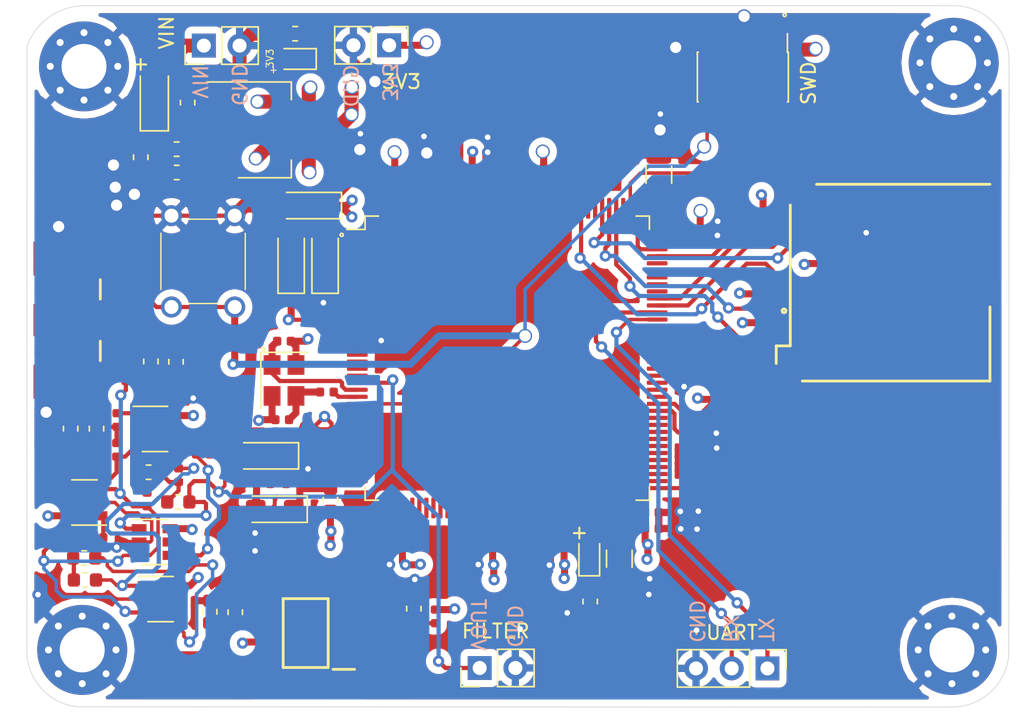
<source format=kicad_pcb>
(kicad_pcb (version 20171130) (host pcbnew "(5.1.4)-1")
  (layers (0 F.Cu signal) (1 GND power) (2 3V3 power) (31 B.Cu signal) (34 B.Paste user) (35 F.Paste user) (36 B.SilkS user) (37 F.SilkS user) (38 B.Mask user) (39 F.Mask user) (44 Edge.Cuts user))
  (net 0 "")
  (net 1 GND)
  (net 2 3V3)
  (net 3 NRST)
  (net 4 HSE_IN)
  (net 5 "Net-(C29-Pad1)")
  (net 6 "Net-(C30-Pad1)")
  (net 7 "Net-(C31-Pad1)")
  (net 8 "Net-(C33-Pad1)")
  (net 9 VREF+)
  (net 10 +3.3VA)
  (net 11 VREF)
  (net 12 "Net-(C40-Pad2)")
  (net 13 "Net-(C42-Pad2)")
  (net 14 "Net-(C42-Pad1)")
  (net 15 "Net-(C43-Pad1)")
  (net 16 "Net-(C43-Pad2)")
  (net 17 "Net-(C44-Pad1)")
  (net 18 "Net-(C44-Pad2)")
  (net 19 "Net-(C45-Pad2)")
  (net 20 V_OUT)
  (net 21 "Net-(C46-Pad1)")
  (net 22 "Net-(C47-Pad1)")
  (net 23 "Net-(C48-Pad1)")
  (net 24 "Net-(C49-Pad1)")
  (net 25 "Net-(D1-Pad1)")
  (net 26 "Net-(D2-Pad1)")
  (net 27 VCC)
  (net 28 "Net-(D3-Pad2)")
  (net 29 "Net-(D3-Pad1)")
  (net 30 "Net-(F1-Pad2)")
  (net 31 "Net-(IC1-Pad1)")
  (net 32 "Net-(IC1-Pad2)")
  (net 33 "Net-(IC1-Pad5)")
  (net 34 "Net-(IC1-Pad8)")
  (net 35 SWDIO)
  (net 36 SWCLK)
  (net 37 SWO)
  (net 38 "Net-(J2-Pad7)")
  (net 39 "Net-(J2-Pad8)")
  (net 40 USART6_TX)
  (net 41 USART6_RX)
  (net 42 uSD_D2)
  (net 43 uSD_D3)
  (net 44 uSD_CMD)
  (net 45 uSD_CLK)
  (net 46 uSD_D0)
  (net 47 uSD_D1)
  (net 48 "Net-(J6-Pad2)")
  (net 49 HSE_OUT)
  (net 50 BOOT0)
  (net 51 PDR_ON)
  (net 52 "Net-(U2-Pad1)")
  (net 53 "Net-(U2-Pad2)")
  (net 54 "Net-(U2-Pad3)")
  (net 55 "Net-(U2-Pad4)")
  (net 56 "Net-(U2-Pad5)")
  (net 57 "Net-(U2-Pad8)")
  (net 58 "Net-(U2-Pad9)")
  (net 59 "Net-(U2-Pad10)")
  (net 60 "Net-(U2-Pad11)")
  (net 61 "Net-(U2-Pad12)")
  (net 62 "Net-(U2-Pad13)")
  (net 63 "Net-(U2-Pad14)")
  (net 64 "Net-(U2-Pad15)")
  (net 65 "Net-(U2-Pad18)")
  (net 66 "Net-(U2-Pad19)")
  (net 67 "Net-(U2-Pad20)")
  (net 68 "Net-(U2-Pad21)")
  (net 69 "Net-(U2-Pad26)")
  (net 70 "Net-(U2-Pad27)")
  (net 71 "Net-(U2-Pad28)")
  (net 72 "Net-(U2-Pad29)")
  (net 73 "Net-(U2-Pad34)")
  (net 74 "Net-(U2-Pad35)")
  (net 75 "Net-(U2-Pad36)")
  (net 76 "Net-(U2-Pad37)")
  (net 77 "Net-(U2-Pad40)")
  (net 78 "Net-(U2-Pad41)")
  (net 79 "Net-(U2-Pad42)")
  (net 80 "Net-(U2-Pad43)")
  (net 81 "Net-(U2-Pad44)")
  (net 82 "Net-(U2-Pad45)")
  (net 83 "Net-(U2-Pad46)")
  (net 84 "Net-(U2-Pad47)")
  (net 85 "Net-(U2-Pad48)")
  (net 86 "Net-(U2-Pad49)")
  (net 87 "Net-(U2-Pad50)")
  (net 88 "Net-(U2-Pad53)")
  (net 89 "Net-(U2-Pad54)")
  (net 90 "Net-(U2-Pad55)")
  (net 91 "Net-(U2-Pad56)")
  (net 92 "Net-(U2-Pad57)")
  (net 93 "Net-(U2-Pad58)")
  (net 94 "Net-(U2-Pad59)")
  (net 95 "Net-(U2-Pad60)")
  (net 96 "Net-(U2-Pad63)")
  (net 97 "Net-(U2-Pad64)")
  (net 98 "Net-(U2-Pad65)")
  (net 99 "Net-(U2-Pad66)")
  (net 100 "Net-(U2-Pad67)")
  (net 101 "Net-(U2-Pad68)")
  (net 102 "Net-(U2-Pad70)")
  (net 103 "Net-(U2-Pad73)")
  (net 104 "Net-(U2-Pad74)")
  (net 105 "Net-(U2-Pad75)")
  (net 106 "Net-(U2-Pad76)")
  (net 107 "Net-(U2-Pad77)")
  (net 108 "Net-(U2-Pad78)")
  (net 109 "Net-(U2-Pad79)")
  (net 110 "Net-(U2-Pad80)")
  (net 111 "Net-(U2-Pad81)")
  (net 112 "Net-(U2-Pad82)")
  (net 113 "Net-(U2-Pad85)")
  (net 114 "Net-(U2-Pad86)")
  (net 115 "Net-(U2-Pad87)")
  (net 116 "Net-(U2-Pad88)")
  (net 117 "Net-(U2-Pad89)")
  (net 118 "Net-(U2-Pad90)")
  (net 119 "Net-(U2-Pad91)")
  (net 120 "Net-(U2-Pad92)")
  (net 121 "Net-(U2-Pad93)")
  (net 122 "Net-(U2-Pad100)")
  (net 123 "Net-(U2-Pad101)")
  (net 124 "Net-(U2-Pad102)")
  (net 125 "Net-(U2-Pad103)")
  (net 126 "Net-(U2-Pad110)")
  (net 127 "Net-(U2-Pad114)")
  (net 128 "Net-(U2-Pad115)")
  (net 129 "Net-(U2-Pad117)")
  (net 130 "Net-(U2-Pad118)")
  (net 131 "Net-(U2-Pad119)")
  (net 132 "Net-(U2-Pad122)")
  (net 133 "Net-(U2-Pad123)")
  (net 134 "Net-(U2-Pad124)")
  (net 135 "Net-(U2-Pad125)")
  (net 136 "Net-(U2-Pad126)")
  (net 137 "Net-(U2-Pad127)")
  (net 138 "Net-(U2-Pad128)")
  (net 139 "Net-(U2-Pad129)")
  (net 140 "Net-(U2-Pad132)")
  (net 141 "Net-(U2-Pad134)")
  (net 142 "Net-(U2-Pad135)")
  (net 143 "Net-(U2-Pad136)")
  (net 144 "Net-(U2-Pad137)")
  (net 145 "Net-(U2-Pad139)")
  (net 146 "Net-(U2-Pad140)")
  (net 147 "Net-(U2-Pad141)")
  (net 148 "Net-(U2-Pad142)")
  (net 149 "Net-(U3-Pad5)")
  (net 150 "Net-(U4-Pad5)")
  (net 151 "Net-(U5-Pad5)")
  (net 152 "Net-(U6-Pad5)")
  (net 153 "Net-(U2-Pad7)")
  (net 154 "Net-(U2-Pad104)")
  (module SamacSys_Parts:47352-1001 (layer F.Cu) (at 95.2 73.7 270)
    (fp_text reference J5 hide)
    (fp_text value 47352-1001 hide)
    (pad 13 smd rect (at -0.4 -0.65 270) (size 1.4 1.9) (layers F.Cu F.Paste F.Mask))
    (pad 12 smd rect (at -13.55 -1.65 270) (size 1.4 1.9) (layers F.Cu F.Paste F.Mask))
    (pad 11 smd rect (at -6.25 -14.8 270) (size 1.3 1.4) (layers F.Cu F.Paste F.Mask))
    (pad 10 smd rect (at -10.56 -15.025) (size 0.95 1) (layers F.Cu F.Paste F.Mask))
    (pad 9 smd rect (at -11.95 -14.8 270) (size 1.3 1.4) (layers F.Cu F.Paste F.Mask))
    (pad 8 smd rect (at -12.76 -3.94 270) (size 0.8 1.5) (layers F.Cu F.Paste F.Mask) (net 47 uSD_D1))
    (pad 7 smd rect (at -11.66 -3.94 270) (size 0.8 1.5) (layers F.Cu F.Paste F.Mask) (net 46 uSD_D0))
    (pad 6 smd rect (at -10.56 -3.74 270) (size 0.8 1.5) (layers F.Cu F.Paste F.Mask) (net 1 GND))
    (pad 5 smd rect (at -9.46 -3.94 270) (size 0.8 1.5) (layers F.Cu F.Paste F.Mask) (net 45 uSD_CLK))
    (pad 4 smd rect (at -8.36 -3.74 270) (size 0.8 1.5) (layers F.Cu F.Paste F.Mask) (net 2 3V3))
    (pad 3 smd rect (at -7.26 -3.94 270) (size 0.8 1.5) (layers F.Cu F.Paste F.Mask) (net 44 uSD_CMD))
    (pad 2 smd rect (at -6.16 -4.34 270) (size 0.8 1.5) (layers F.Cu F.Paste F.Mask) (net 43 uSD_D3))
    (pad 1 smd rect (at -5.06 -3.94 270) (size 0.8 1.5) (layers F.Cu F.Paste F.Mask) (net 42 uSD_D2))
  )
  (module Resistor_SMD:R_0402_1005Metric (layer F.Cu) (at 94.7 62.95 180)
    (fp_text reference R10 hide)
    (fp_text value 47k)
    (pad 2 smd roundrect (at 0.485 0 180) (size 0.59 0.64) (layers F.Cu F.Paste F.Mask) (net 2 3V3))
    (pad 1 smd roundrect (at -0.485 0 180) (size 0.59 0.64) (layers F.Cu F.Paste F.Mask) (net 46 uSD_D0))
  )
  (module Resistor_SMD:R_0402_1005Metric (layer F.Cu) (at 94.75 61.65 180)
    (fp_text reference R9 hide)
    (fp_text value 47k)
    (pad 2 smd roundrect (at 0.485 0 180) (size 0.59 0.64) (layers F.Cu F.Paste F.Mask) (net 2 3V3))
    (pad 1 smd roundrect (at -0.485 0 180) (size 0.59 0.64) (layers F.Cu F.Paste F.Mask) (net 47 uSD_D1))
  )
  (module Resistor_SMD:R_0402_1005Metric (layer F.Cu) (at 94.45 66.25 180)
    (fp_text reference R8 hide)
    (fp_text value 47k)
    (pad 2 smd roundrect (at 0.485 0 180) (size 0.59 0.64) (layers F.Cu F.Paste F.Mask) (net 2 3V3))
    (pad 1 smd roundrect (at -0.485 0 180) (size 0.59 0.64) (layers F.Cu F.Paste F.Mask) (net 44 uSD_CMD))
  )
  (module Resistor_SMD:R_0402_1005Metric (layer F.Cu) (at 94.465 67.5 180)
    (fp_text reference R7 hide)
    (fp_text value 47k)
    (pad 2 smd roundrect (at 0.485 0 180) (size 0.59 0.64) (layers F.Cu F.Paste F.Mask) (net 2 3V3))
    (pad 1 smd roundrect (at -0.485 0 180) (size 0.59 0.64) (layers F.Cu F.Paste F.Mask) (net 43 uSD_D3))
  )
  (module Resistor_SMD:R_0402_1005Metric (layer F.Cu) (at 94.465 69.55 180)
    (fp_text reference R6 hide)
    (fp_text value 47k)
    (pad 2 smd roundrect (at 0.485 0 180) (size 0.59 0.64) (layers F.Cu F.Paste F.Mask) (net 2 3V3))
    (pad 1 smd roundrect (at -0.485 0 180) (size 0.59 0.64) (layers F.Cu F.Paste F.Mask) (net 42 uSD_D2))
  )
  (module Capacitor_SMD:C_0603_1608Metric (layer F.Cu) (at 50.56378 80.19034)
    (fp_text reference C49 hide)
    (fp_text value 1n)
    (pad 1 smd roundrect (at -0.7875 0) (size 0.875 0.95) (layers F.Cu F.Paste F.Mask) (net 24 "Net-(C49-Pad1)"))
    (pad 2 smd roundrect (at 0.7875 0) (size 0.875 0.95) (layers F.Cu F.Paste F.Mask) (net 19 "Net-(C45-Pad2)"))
  )
  (module Package_QFP:LQFP-144_20x20mm_P0.5mm (layer F.Cu) (at 76.073 72.0725)
    (fp_text reference U2 hide)
    (fp_text value STM32F746ZGT6)
    (pad 1 smd roundrect (at -10.6625 -8.75) (size 1.475 0.3) (layers F.Cu F.Paste F.Mask) (net 52 "Net-(U2-Pad1)"))
    (pad 2 smd roundrect (at -10.6625 -8.25) (size 1.475 0.3) (layers F.Cu F.Paste F.Mask) (net 53 "Net-(U2-Pad2)"))
    (pad 3 smd roundrect (at -10.6625 -7.75) (size 1.475 0.3) (layers F.Cu F.Paste F.Mask) (net 54 "Net-(U2-Pad3)"))
    (pad 4 smd roundrect (at -10.6625 -7.25) (size 1.475 0.3) (layers F.Cu F.Paste F.Mask) (net 55 "Net-(U2-Pad4)"))
    (pad 5 smd roundrect (at -10.6625 -6.75) (size 1.475 0.3) (layers F.Cu F.Paste F.Mask) (net 56 "Net-(U2-Pad5)"))
    (pad 6 smd roundrect (at -10.6625 -6.25) (size 1.475 0.3) (layers F.Cu F.Paste F.Mask) (net 2 3V3))
    (pad 7 smd roundrect (at -10.6625 -5.75) (size 1.475 0.3) (layers F.Cu F.Paste F.Mask) (net 153 "Net-(U2-Pad7)"))
    (pad 8 smd roundrect (at -10.6625 -5.25) (size 1.475 0.3) (layers F.Cu F.Paste F.Mask) (net 57 "Net-(U2-Pad8)"))
    (pad 9 smd roundrect (at -10.6625 -4.75) (size 1.475 0.3) (layers F.Cu F.Paste F.Mask) (net 58 "Net-(U2-Pad9)"))
    (pad 10 smd roundrect (at -10.6625 -4.25) (size 1.475 0.3) (layers F.Cu F.Paste F.Mask) (net 59 "Net-(U2-Pad10)"))
    (pad 11 smd roundrect (at -10.6625 -3.75) (size 1.475 0.3) (layers F.Cu F.Paste F.Mask) (net 60 "Net-(U2-Pad11)"))
    (pad 12 smd roundrect (at -10.6625 -3.25) (size 1.475 0.3) (layers F.Cu F.Paste F.Mask) (net 61 "Net-(U2-Pad12)"))
    (pad 13 smd roundrect (at -10.6625 -2.75) (size 1.475 0.3) (layers F.Cu F.Paste F.Mask) (net 62 "Net-(U2-Pad13)"))
    (pad 14 smd roundrect (at -10.6625 -2.25) (size 1.475 0.3) (layers F.Cu F.Paste F.Mask) (net 63 "Net-(U2-Pad14)"))
    (pad 15 smd roundrect (at -10.6625 -1.75) (size 1.475 0.3) (layers F.Cu F.Paste F.Mask) (net 64 "Net-(U2-Pad15)"))
    (pad 16 smd roundrect (at -10.6625 -1.25) (size 1.475 0.3) (layers F.Cu F.Paste F.Mask) (net 1 GND))
    (pad 17 smd roundrect (at -10.6625 -0.75) (size 1.475 0.3) (layers F.Cu F.Paste F.Mask) (net 2 3V3))
    (pad 18 smd roundrect (at -10.6625 -0.25) (size 1.475 0.3) (layers F.Cu F.Paste F.Mask) (net 65 "Net-(U2-Pad18)"))
    (pad 19 smd roundrect (at -10.6625 0.25) (size 1.475 0.3) (layers F.Cu F.Paste F.Mask) (net 66 "Net-(U2-Pad19)"))
    (pad 20 smd roundrect (at -10.6625 0.75) (size 1.475 0.3) (layers F.Cu F.Paste F.Mask) (net 67 "Net-(U2-Pad20)"))
    (pad 21 smd roundrect (at -10.6625 1.25) (size 1.475 0.3) (layers F.Cu F.Paste F.Mask) (net 68 "Net-(U2-Pad21)"))
    (pad 22 smd roundrect (at -10.6625 1.75) (size 1.475 0.3) (layers F.Cu F.Paste F.Mask) (net 20 V_OUT))
    (pad 23 smd roundrect (at -10.6625 2.25) (size 1.475 0.3) (layers F.Cu F.Paste F.Mask) (net 4 HSE_IN))
    (pad 24 smd roundrect (at -10.6625 2.75) (size 1.475 0.3) (layers F.Cu F.Paste F.Mask) (net 49 HSE_OUT))
    (pad 25 smd roundrect (at -10.6625 3.25) (size 1.475 0.3) (layers F.Cu F.Paste F.Mask) (net 3 NRST))
    (pad 26 smd roundrect (at -10.6625 3.75) (size 1.475 0.3) (layers F.Cu F.Paste F.Mask) (net 69 "Net-(U2-Pad26)"))
    (pad 27 smd roundrect (at -10.6625 4.25) (size 1.475 0.3) (layers F.Cu F.Paste F.Mask) (net 70 "Net-(U2-Pad27)"))
    (pad 28 smd roundrect (at -10.6625 4.75) (size 1.475 0.3) (layers F.Cu F.Paste F.Mask) (net 71 "Net-(U2-Pad28)"))
    (pad 29 smd roundrect (at -10.6625 5.25) (size 1.475 0.3) (layers F.Cu F.Paste F.Mask) (net 72 "Net-(U2-Pad29)"))
    (pad 30 smd roundrect (at -10.6625 5.75) (size 1.475 0.3) (layers F.Cu F.Paste F.Mask) (net 2 3V3))
    (pad 31 smd roundrect (at -10.6625 6.25) (size 1.475 0.3) (layers F.Cu F.Paste F.Mask) (net 1 GND))
    (pad 32 smd roundrect (at -10.6625 6.75) (size 1.475 0.3) (layers F.Cu F.Paste F.Mask) (net 9 VREF+))
    (pad 33 smd roundrect (at -10.6625 7.25) (size 1.475 0.3) (layers F.Cu F.Paste F.Mask) (net 10 +3.3VA))
    (pad 34 smd roundrect (at -10.6625 7.75) (size 1.475 0.3) (layers F.Cu F.Paste F.Mask) (net 73 "Net-(U2-Pad34)"))
    (pad 35 smd roundrect (at -10.6625 8.25) (size 1.475 0.3) (layers F.Cu F.Paste F.Mask) (net 74 "Net-(U2-Pad35)"))
    (pad 36 smd roundrect (at -10.6625 8.75) (size 1.475 0.3) (layers F.Cu F.Paste F.Mask) (net 75 "Net-(U2-Pad36)"))
    (pad 37 smd roundrect (at -8.75 10.6625) (size 0.3 1.475) (layers F.Cu F.Paste F.Mask) (net 76 "Net-(U2-Pad37)"))
    (pad 38 smd roundrect (at -8.25 10.6625) (size 0.3 1.475) (layers F.Cu F.Paste F.Mask) (net 1 GND))
    (pad 39 smd roundrect (at -7.75 10.6625) (size 0.3 1.475) (layers F.Cu F.Paste F.Mask) (net 2 3V3))
    (pad 40 smd roundrect (at -7.25 10.6625) (size 0.3 1.475) (layers F.Cu F.Paste F.Mask) (net 77 "Net-(U2-Pad40)"))
    (pad 41 smd roundrect (at -6.75 10.6625) (size 0.3 1.475) (layers F.Cu F.Paste F.Mask) (net 78 "Net-(U2-Pad41)"))
    (pad 42 smd roundrect (at -6.25 10.6625) (size 0.3 1.475) (layers F.Cu F.Paste F.Mask) (net 79 "Net-(U2-Pad42)"))
    (pad 43 smd roundrect (at -5.75 10.6625) (size 0.3 1.475) (layers F.Cu F.Paste F.Mask) (net 80 "Net-(U2-Pad43)"))
    (pad 44 smd roundrect (at -5.25 10.6625) (size 0.3 1.475) (layers F.Cu F.Paste F.Mask) (net 81 "Net-(U2-Pad44)"))
    (pad 45 smd roundrect (at -4.75 10.6625) (size 0.3 1.475) (layers F.Cu F.Paste F.Mask) (net 82 "Net-(U2-Pad45)"))
    (pad 46 smd roundrect (at -4.25 10.6625) (size 0.3 1.475) (layers F.Cu F.Paste F.Mask) (net 83 "Net-(U2-Pad46)"))
    (pad 47 smd roundrect (at -3.75 10.6625) (size 0.3 1.475) (layers F.Cu F.Paste F.Mask) (net 84 "Net-(U2-Pad47)"))
    (pad 48 smd roundrect (at -3.25 10.6625) (size 0.3 1.475) (layers F.Cu F.Paste F.Mask) (net 85 "Net-(U2-Pad48)"))
    (pad 49 smd roundrect (at -2.75 10.6625) (size 0.3 1.475) (layers F.Cu F.Paste F.Mask) (net 86 "Net-(U2-Pad49)"))
    (pad 50 smd roundrect (at -2.25 10.6625) (size 0.3 1.475) (layers F.Cu F.Paste F.Mask) (net 87 "Net-(U2-Pad50)"))
    (pad 51 smd roundrect (at -1.75 10.6625) (size 0.3 1.475) (layers F.Cu F.Paste F.Mask) (net 1 GND))
    (pad 52 smd roundrect (at -1.25 10.6625) (size 0.3 1.475) (layers F.Cu F.Paste F.Mask) (net 2 3V3))
    (pad 53 smd roundrect (at -0.75 10.6625) (size 0.3 1.475) (layers F.Cu F.Paste F.Mask) (net 88 "Net-(U2-Pad53)"))
    (pad 54 smd roundrect (at -0.25 10.6625) (size 0.3 1.475) (layers F.Cu F.Paste F.Mask) (net 89 "Net-(U2-Pad54)"))
    (pad 55 smd roundrect (at 0.25 10.6625) (size 0.3 1.475) (layers F.Cu F.Paste F.Mask) (net 90 "Net-(U2-Pad55)"))
    (pad 56 smd roundrect (at 0.75 10.6625) (size 0.3 1.475) (layers F.Cu F.Paste F.Mask) (net 91 "Net-(U2-Pad56)"))
    (pad 57 smd roundrect (at 1.25 10.6625) (size 0.3 1.475) (layers F.Cu F.Paste F.Mask) (net 92 "Net-(U2-Pad57)"))
    (pad 58 smd roundrect (at 1.75 10.6625) (size 0.3 1.475) (layers F.Cu F.Paste F.Mask) (net 93 "Net-(U2-Pad58)"))
    (pad 59 smd roundrect (at 2.25 10.6625) (size 0.3 1.475) (layers F.Cu F.Paste F.Mask) (net 94 "Net-(U2-Pad59)"))
    (pad 60 smd roundrect (at 2.75 10.6625) (size 0.3 1.475) (layers F.Cu F.Paste F.Mask) (net 95 "Net-(U2-Pad60)"))
    (pad 61 smd roundrect (at 3.25 10.6625) (size 0.3 1.475) (layers F.Cu F.Paste F.Mask) (net 1 GND))
    (pad 62 smd roundrect (at 3.75 10.6625) (size 0.3 1.475) (layers F.Cu F.Paste F.Mask) (net 2 3V3))
    (pad 63 smd roundrect (at 4.25 10.6625) (size 0.3 1.475) (layers F.Cu F.Paste F.Mask) (net 96 "Net-(U2-Pad63)"))
    (pad 64 smd roundrect (at 4.75 10.6625) (size 0.3 1.475) (layers F.Cu F.Paste F.Mask) (net 97 "Net-(U2-Pad64)"))
    (pad 65 smd roundrect (at 5.25 10.6625) (size 0.3 1.475) (layers F.Cu F.Paste F.Mask) (net 98 "Net-(U2-Pad65)"))
    (pad 66 smd roundrect (at 5.75 10.6625) (size 0.3 1.475) (layers F.Cu F.Paste F.Mask) (net 99 "Net-(U2-Pad66)"))
    (pad 67 smd roundrect (at 6.25 10.6625) (size 0.3 1.475) (layers F.Cu F.Paste F.Mask) (net 100 "Net-(U2-Pad67)"))
    (pad 68 smd roundrect (at 6.75 10.6625) (size 0.3 1.475) (layers F.Cu F.Paste F.Mask) (net 101 "Net-(U2-Pad68)"))
    (pad 69 smd roundrect (at 7.25 10.6625) (size 0.3 1.475) (layers F.Cu F.Paste F.Mask) (net 28 "Net-(D3-Pad2)"))
    (pad 70 smd roundrect (at 7.75 10.6625) (size 0.3 1.475) (layers F.Cu F.Paste F.Mask) (net 102 "Net-(U2-Pad70)"))
    (pad 71 smd roundrect (at 8.25 10.6625) (size 0.3 1.475) (layers F.Cu F.Paste F.Mask) (net 6 "Net-(C30-Pad1)"))
    (pad 72 smd roundrect (at 8.75 10.6625) (size 0.3 1.475) (layers F.Cu F.Paste F.Mask) (net 2 3V3))
    (pad 73 smd roundrect (at 10.6625 8.75) (size 1.475 0.3) (layers F.Cu F.Paste F.Mask) (net 103 "Net-(U2-Pad73)"))
    (pad 74 smd roundrect (at 10.6625 8.25) (size 1.475 0.3) (layers F.Cu F.Paste F.Mask) (net 104 "Net-(U2-Pad74)"))
    (pad 75 smd roundrect (at 10.6625 7.75) (size 1.475 0.3) (layers F.Cu F.Paste F.Mask) (net 105 "Net-(U2-Pad75)"))
    (pad 76 smd roundrect (at 10.6625 7.25) (size 1.475 0.3) (layers F.Cu F.Paste F.Mask) (net 106 "Net-(U2-Pad76)"))
    (pad 77 smd roundrect (at 10.6625 6.75) (size 1.475 0.3) (layers F.Cu F.Paste F.Mask) (net 107 "Net-(U2-Pad77)"))
    (pad 78 smd roundrect (at 10.6625 6.25) (size 1.475 0.3) (layers F.Cu F.Paste F.Mask) (net 108 "Net-(U2-Pad78)"))
    (pad 79 smd roundrect (at 10.6625 5.75) (size 1.475 0.3) (layers F.Cu F.Paste F.Mask) (net 109 "Net-(U2-Pad79)"))
    (pad 80 smd roundrect (at 10.6625 5.25) (size 1.475 0.3) (layers F.Cu F.Paste F.Mask) (net 110 "Net-(U2-Pad80)"))
    (pad 81 smd roundrect (at 10.6625 4.75) (size 1.475 0.3) (layers F.Cu F.Paste F.Mask) (net 111 "Net-(U2-Pad81)"))
    (pad 82 smd roundrect (at 10.6625 4.25) (size 1.475 0.3) (layers F.Cu F.Paste F.Mask) (net 112 "Net-(U2-Pad82)"))
    (pad 83 smd roundrect (at 10.6625 3.75) (size 1.475 0.3) (layers F.Cu F.Paste F.Mask) (net 1 GND))
    (pad 84 smd roundrect (at 10.6625 3.25) (size 1.475 0.3) (layers F.Cu F.Paste F.Mask) (net 2 3V3))
    (pad 85 smd roundrect (at 10.6625 2.75) (size 1.475 0.3) (layers F.Cu F.Paste F.Mask) (net 113 "Net-(U2-Pad85)"))
    (pad 86 smd roundrect (at 10.6625 2.25) (size 1.475 0.3) (layers F.Cu F.Paste F.Mask) (net 114 "Net-(U2-Pad86)"))
    (pad 87 smd roundrect (at 10.6625 1.75) (size 1.475 0.3) (layers F.Cu F.Paste F.Mask) (net 115 "Net-(U2-Pad87)"))
    (pad 88 smd roundrect (at 10.6625 1.25) (size 1.475 0.3) (layers F.Cu F.Paste F.Mask) (net 116 "Net-(U2-Pad88)"))
    (pad 89 smd roundrect (at 10.6625 0.75) (size 1.475 0.3) (layers F.Cu F.Paste F.Mask) (net 117 "Net-(U2-Pad89)"))
    (pad 90 smd roundrect (at 10.6625 0.25) (size 1.475 0.3) (layers F.Cu F.Paste F.Mask) (net 118 "Net-(U2-Pad90)"))
    (pad 91 smd roundrect (at 10.6625 -0.25) (size 1.475 0.3) (layers F.Cu F.Paste F.Mask) (net 119 "Net-(U2-Pad91)"))
    (pad 92 smd roundrect (at 10.6625 -0.75) (size 1.475 0.3) (layers F.Cu F.Paste F.Mask) (net 120 "Net-(U2-Pad92)"))
    (pad 93 smd roundrect (at 10.6625 -1.25) (size 1.475 0.3) (layers F.Cu F.Paste F.Mask) (net 121 "Net-(U2-Pad93)"))
    (pad 94 smd roundrect (at 10.6625 -1.75) (size 1.475 0.3) (layers F.Cu F.Paste F.Mask) (net 1 GND))
    (pad 95 smd roundrect (at 10.6625 -2.25) (size 1.475 0.3) (layers F.Cu F.Paste F.Mask) (net 2 3V3))
    (pad 96 smd roundrect (at 10.6625 -2.75) (size 1.475 0.3) (layers F.Cu F.Paste F.Mask) (net 40 USART6_TX))
    (pad 97 smd roundrect (at 10.6625 -3.25) (size 1.475 0.3) (layers F.Cu F.Paste F.Mask) (net 41 USART6_RX))
    (pad 98 smd roundrect (at 10.6625 -3.75) (size 1.475 0.3) (layers F.Cu F.Paste F.Mask) (net 46 uSD_D0))
    (pad 99 smd roundrect (at 10.6625 -4.25) (size 1.475 0.3) (layers F.Cu F.Paste F.Mask) (net 47 uSD_D1))
    (pad 100 smd roundrect (at 10.6625 -4.75) (size 1.475 0.3) (layers F.Cu F.Paste F.Mask) (net 122 "Net-(U2-Pad100)"))
    (pad 101 smd roundrect (at 10.6625 -5.25) (size 1.475 0.3) (layers F.Cu F.Paste F.Mask) (net 123 "Net-(U2-Pad101)"))
    (pad 102 smd roundrect (at 10.6625 -5.75) (size 1.475 0.3) (layers F.Cu F.Paste F.Mask) (net 124 "Net-(U2-Pad102)"))
    (pad 103 smd roundrect (at 10.6625 -6.25) (size 1.475 0.3) (layers F.Cu F.Paste F.Mask) (net 125 "Net-(U2-Pad103)"))
    (pad 104 smd roundrect (at 10.6625 -6.75) (size 1.475 0.3) (layers F.Cu F.Paste F.Mask) (net 154 "Net-(U2-Pad104)"))
    (pad 105 smd roundrect (at 10.6625 -7.25) (size 1.475 0.3) (layers F.Cu F.Paste F.Mask) (net 35 SWDIO))
    (pad 106 smd roundrect (at 10.6625 -7.75) (size 1.475 0.3) (layers F.Cu F.Paste F.Mask) (net 8 "Net-(C33-Pad1)"))
    (pad 107 smd roundrect (at 10.6625 -8.25) (size 1.475 0.3) (layers F.Cu F.Paste F.Mask) (net 1 GND))
    (pad 108 smd roundrect (at 10.6625 -8.75) (size 1.475 0.3) (layers F.Cu F.Paste F.Mask) (net 2 3V3))
    (pad 109 smd roundrect (at 8.75 -10.6625) (size 0.3 1.475) (layers F.Cu F.Paste F.Mask) (net 36 SWCLK))
    (pad 110 smd roundrect (at 8.25 -10.6625) (size 0.3 1.475) (layers F.Cu F.Paste F.Mask) (net 126 "Net-(U2-Pad110)"))
    (pad 111 smd roundrect (at 7.75 -10.6625) (size 0.3 1.475) (layers F.Cu F.Paste F.Mask) (net 42 uSD_D2))
    (pad 112 smd roundrect (at 7.25 -10.6625) (size 0.3 1.475) (layers F.Cu F.Paste F.Mask) (net 43 uSD_D3))
    (pad 113 smd roundrect (at 6.75 -10.6625) (size 0.3 1.475) (layers F.Cu F.Paste F.Mask) (net 45 uSD_CLK))
    (pad 114 smd roundrect (at 6.25 -10.6625) (size 0.3 1.475) (layers F.Cu F.Paste F.Mask) (net 127 "Net-(U2-Pad114)"))
    (pad 115 smd roundrect (at 5.75 -10.6625) (size 0.3 1.475) (layers F.Cu F.Paste F.Mask) (net 128 "Net-(U2-Pad115)"))
    (pad 116 smd roundrect (at 5.25 -10.6625) (size 0.3 1.475) (layers F.Cu F.Paste F.Mask) (net 44 uSD_CMD))
    (pad 117 smd roundrect (at 4.75 -10.6625) (size 0.3 1.475) (layers F.Cu F.Paste F.Mask) (net 129 "Net-(U2-Pad117)"))
    (pad 118 smd roundrect (at 4.25 -10.6625) (size 0.3 1.475) (layers F.Cu F.Paste F.Mask) (net 130 "Net-(U2-Pad118)"))
    (pad 119 smd roundrect (at 3.75 -10.6625) (size 0.3 1.475) (layers F.Cu F.Paste F.Mask) (net 131 "Net-(U2-Pad119)"))
    (pad 120 smd roundrect (at 3.25 -10.6625) (size 0.3 1.475) (layers F.Cu F.Paste F.Mask) (net 1 GND))
    (pad 121 smd roundrect (at 2.75 -10.6625) (size 0.3 1.475) (layers F.Cu F.Paste F.Mask) (net 2 3V3))
    (pad 122 smd roundrect (at 2.25 -10.6625) (size 0.3 1.475) (layers F.Cu F.Paste F.Mask) (net 132 "Net-(U2-Pad122)"))
    (pad 123 smd roundrect (at 1.75 -10.6625) (size 0.3 1.475) (layers F.Cu F.Paste F.Mask) (net 133 "Net-(U2-Pad123)"))
    (pad 124 smd roundrect (at 1.25 -10.6625) (size 0.3 1.475) (layers F.Cu F.Paste F.Mask) (net 134 "Net-(U2-Pad124)"))
    (pad 125 smd roundrect (at 0.75 -10.6625) (size 0.3 1.475) (layers F.Cu F.Paste F.Mask) (net 135 "Net-(U2-Pad125)"))
    (pad 126 smd roundrect (at 0.25 -10.6625) (size 0.3 1.475) (layers F.Cu F.Paste F.Mask) (net 136 "Net-(U2-Pad126)"))
    (pad 127 smd roundrect (at -0.25 -10.6625) (size 0.3 1.475) (layers F.Cu F.Paste F.Mask) (net 137 "Net-(U2-Pad127)"))
    (pad 128 smd roundrect (at -0.75 -10.6625) (size 0.3 1.475) (layers F.Cu F.Paste F.Mask) (net 138 "Net-(U2-Pad128)"))
    (pad 129 smd roundrect (at -1.25 -10.6625) (size 0.3 1.475) (layers F.Cu F.Paste F.Mask) (net 139 "Net-(U2-Pad129)"))
    (pad 130 smd roundrect (at -1.75 -10.6625) (size 0.3 1.475) (layers F.Cu F.Paste F.Mask) (net 1 GND))
    (pad 131 smd roundrect (at -2.25 -10.6625) (size 0.3 1.475) (layers F.Cu F.Paste F.Mask) (net 2 3V3))
    (pad 132 smd roundrect (at -2.75 -10.6625) (size 0.3 1.475) (layers F.Cu F.Paste F.Mask) (net 140 "Net-(U2-Pad132)"))
    (pad 133 smd roundrect (at -3.25 -10.6625) (size 0.3 1.475) (layers F.Cu F.Paste F.Mask) (net 37 SWO))
    (pad 134 smd roundrect (at -3.75 -10.6625) (size 0.3 1.475) (layers F.Cu F.Paste F.Mask) (net 141 "Net-(U2-Pad134)"))
    (pad 135 smd roundrect (at -4.25 -10.6625) (size 0.3 1.475) (layers F.Cu F.Paste F.Mask) (net 142 "Net-(U2-Pad135)"))
    (pad 136 smd roundrect (at -4.75 -10.6625) (size 0.3 1.475) (layers F.Cu F.Paste F.Mask) (net 143 "Net-(U2-Pad136)"))
    (pad 137 smd roundrect (at -5.25 -10.6625) (size 0.3 1.475) (layers F.Cu F.Paste F.Mask) (net 144 "Net-(U2-Pad137)"))
    (pad 138 smd roundrect (at -5.75 -10.6625) (size 0.3 1.475) (layers F.Cu F.Paste F.Mask) (net 50 BOOT0))
    (pad 139 smd roundrect (at -6.25 -10.6625) (size 0.3 1.475) (layers F.Cu F.Paste F.Mask) (net 145 "Net-(U2-Pad139)"))
    (pad 140 smd roundrect (at -6.75 -10.6625) (size 0.3 1.475) (layers F.Cu F.Paste F.Mask) (net 146 "Net-(U2-Pad140)"))
    (pad 141 smd roundrect (at -7.25 -10.6625) (size 0.3 1.475) (layers F.Cu F.Paste F.Mask) (net 147 "Net-(U2-Pad141)"))
    (pad 142 smd roundrect (at -7.75 -10.6625) (size 0.3 1.475) (layers F.Cu F.Paste F.Mask) (net 148 "Net-(U2-Pad142)"))
    (pad 143 smd roundrect (at -8.25 -10.6625) (size 0.3 1.475) (layers F.Cu F.Paste F.Mask) (net 51 PDR_ON))
    (pad 144 smd roundrect (at -8.75 -10.6625) (size 0.3 1.475) (layers F.Cu F.Paste F.Mask) (net 2 3V3))
  )
  (module MountingHole:MountingHole_3.2mm_M3_Pad_Via (layer F.Cu) (at 107.696 92.837)
    (fp_text reference H4 hide)
    (fp_text value MountingHole_Pad)
    (pad 1 thru_hole circle (at 1.697056 -1.697056) (size 0.8 0.8) (drill 0.5) (layers *.Cu *.Mask) (net 1 GND))
    (pad 1 thru_hole circle (at 0 -2.4) (size 0.8 0.8) (drill 0.5) (layers *.Cu *.Mask) (net 1 GND))
    (pad 1 thru_hole circle (at -1.697056 -1.697056) (size 0.8 0.8) (drill 0.5) (layers *.Cu *.Mask) (net 1 GND))
    (pad 1 thru_hole circle (at -2.4 0) (size 0.8 0.8) (drill 0.5) (layers *.Cu *.Mask) (net 1 GND))
    (pad 1 thru_hole circle (at -1.697056 1.697056) (size 0.8 0.8) (drill 0.5) (layers *.Cu *.Mask) (net 1 GND))
    (pad 1 thru_hole circle (at 0 2.4) (size 0.8 0.8) (drill 0.5) (layers *.Cu *.Mask) (net 1 GND))
    (pad 1 thru_hole circle (at 1.697056 1.697056) (size 0.8 0.8) (drill 0.5) (layers *.Cu *.Mask) (net 1 GND))
    (pad 1 thru_hole circle (at 2.4 0) (size 0.8 0.8) (drill 0.5) (layers *.Cu *.Mask) (net 1 GND))
    (pad 1 thru_hole circle (at 0 0) (size 6.4 6.4) (drill 3.2) (layers *.Cu *.Mask) (net 1 GND))
  )
  (module MountingHole:MountingHole_3.2mm_M3_Pad_Via (layer F.Cu) (at 45.847 92.837)
    (fp_text reference H3 hide)
    (fp_text value MountingHole_Pad)
    (pad 1 thru_hole circle (at 1.697056 -1.697056) (size 0.8 0.8) (drill 0.5) (layers *.Cu *.Mask) (net 1 GND))
    (pad 1 thru_hole circle (at 0 -2.4) (size 0.8 0.8) (drill 0.5) (layers *.Cu *.Mask) (net 1 GND))
    (pad 1 thru_hole circle (at -1.697056 -1.697056) (size 0.8 0.8) (drill 0.5) (layers *.Cu *.Mask) (net 1 GND))
    (pad 1 thru_hole circle (at -2.4 0) (size 0.8 0.8) (drill 0.5) (layers *.Cu *.Mask) (net 1 GND))
    (pad 1 thru_hole circle (at -1.697056 1.697056) (size 0.8 0.8) (drill 0.5) (layers *.Cu *.Mask) (net 1 GND))
    (pad 1 thru_hole circle (at 0 2.4) (size 0.8 0.8) (drill 0.5) (layers *.Cu *.Mask) (net 1 GND))
    (pad 1 thru_hole circle (at 1.697056 1.697056) (size 0.8 0.8) (drill 0.5) (layers *.Cu *.Mask) (net 1 GND))
    (pad 1 thru_hole circle (at 2.4 0) (size 0.8 0.8) (drill 0.5) (layers *.Cu *.Mask) (net 1 GND))
    (pad 1 thru_hole circle (at 0 0) (size 6.4 6.4) (drill 3.2) (layers *.Cu *.Mask) (net 1 GND))
  )
  (module MountingHole:MountingHole_3.2mm_M3_Pad_Via (layer F.Cu) (at 45.974 51.308)
    (fp_text reference H2 hide)
    (fp_text value MountingHole_Pad)
    (pad 1 thru_hole circle (at 1.697056 -1.697056) (size 0.8 0.8) (drill 0.5) (layers *.Cu *.Mask) (net 1 GND))
    (pad 1 thru_hole circle (at 0 -2.4) (size 0.8 0.8) (drill 0.5) (layers *.Cu *.Mask) (net 1 GND))
    (pad 1 thru_hole circle (at -1.697056 -1.697056) (size 0.8 0.8) (drill 0.5) (layers *.Cu *.Mask) (net 1 GND))
    (pad 1 thru_hole circle (at -2.4 0) (size 0.8 0.8) (drill 0.5) (layers *.Cu *.Mask) (net 1 GND))
    (pad 1 thru_hole circle (at -1.697056 1.697056) (size 0.8 0.8) (drill 0.5) (layers *.Cu *.Mask) (net 1 GND))
    (pad 1 thru_hole circle (at 0 2.4) (size 0.8 0.8) (drill 0.5) (layers *.Cu *.Mask) (net 1 GND))
    (pad 1 thru_hole circle (at 1.697056 1.697056) (size 0.8 0.8) (drill 0.5) (layers *.Cu *.Mask) (net 1 GND))
    (pad 1 thru_hole circle (at 2.4 0) (size 0.8 0.8) (drill 0.5) (layers *.Cu *.Mask) (net 1 GND))
    (pad 1 thru_hole circle (at 0 0) (size 6.4 6.4) (drill 3.2) (layers *.Cu *.Mask) (net 1 GND))
  )
  (module MountingHole:MountingHole_3.2mm_M3_Pad_Via (layer F.Cu) (at 107.823 51.054)
    (fp_text reference H1 hide)
    (fp_text value MountingHole_Pad)
    (pad 1 thru_hole circle (at 1.697056 -1.697056) (size 0.8 0.8) (drill 0.5) (layers *.Cu *.Mask) (net 1 GND))
    (pad 1 thru_hole circle (at 0 -2.4) (size 0.8 0.8) (drill 0.5) (layers *.Cu *.Mask) (net 1 GND))
    (pad 1 thru_hole circle (at -1.697056 -1.697056) (size 0.8 0.8) (drill 0.5) (layers *.Cu *.Mask) (net 1 GND))
    (pad 1 thru_hole circle (at -2.4 0) (size 0.8 0.8) (drill 0.5) (layers *.Cu *.Mask) (net 1 GND))
    (pad 1 thru_hole circle (at -1.697056 1.697056) (size 0.8 0.8) (drill 0.5) (layers *.Cu *.Mask) (net 1 GND))
    (pad 1 thru_hole circle (at 0 2.4) (size 0.8 0.8) (drill 0.5) (layers *.Cu *.Mask) (net 1 GND))
    (pad 1 thru_hole circle (at 1.697056 1.697056) (size 0.8 0.8) (drill 0.5) (layers *.Cu *.Mask) (net 1 GND))
    (pad 1 thru_hole circle (at 2.4 0) (size 0.8 0.8) (drill 0.5) (layers *.Cu *.Mask) (net 1 GND))
    (pad 1 thru_hole circle (at 0 0) (size 6.4 6.4) (drill 3.2) (layers *.Cu *.Mask) (net 1 GND))
  )
  (module Capacitor_Tantalum_SMD:CP_EIA-3216-18_Kemet-A (layer F.Cu) (at 60.706 65.151 90)
    (fp_text reference C1 hide)
    (fp_text value 4.7u)
    (pad 2 smd roundrect (at 1.35 0 90) (size 1.4 1.35) (layers F.Cu F.Paste F.Mask) (roundrect_rratio 0.185185) (net 1 GND))
    (pad 1 smd roundrect (at -1.35 0 90) (size 1.4 1.35) (layers F.Cu F.Paste F.Mask) (roundrect_rratio 0.185185) (net 2 3V3))
  )
  (module Capacitor_Tantalum_SMD:CP_EIA-3216-18_Kemet-A (layer F.Cu) (at 63.119 65.151 90)
    (fp_text reference C2)
    (fp_text value 4.7u)
    (pad 2 smd roundrect (at 1.35 0 90) (size 1.4 1.35) (layers F.Cu F.Paste F.Mask) (roundrect_rratio 0.185185) (net 1 GND))
    (pad 1 smd roundrect (at -1.35 0 90) (size 1.4 1.35) (layers F.Cu F.Paste F.Mask) (roundrect_rratio 0.185185) (net 2 3V3))
  )
  (module Capacitor_Tantalum_SMD:CP_EIA-3216-18_Kemet-A (layer F.Cu) (at 61.976 61.214 180)
    (fp_text reference C3 hide)
    (fp_text value 1u)
    (pad 1 smd roundrect (at -1.35 0 180) (size 1.4 1.35) (layers F.Cu F.Paste F.Mask) (roundrect_rratio 0.185185) (net 2 3V3))
    (pad 2 smd roundrect (at 1.35 0 180) (size 1.4 1.35) (layers F.Cu F.Paste F.Mask) (roundrect_rratio 0.185185) (net 1 GND))
  )
  (module Capacitor_SMD:C_0402_1005Metric (layer F.Cu) (at 63.575 77.725 270)
    (fp_text reference C4 hide)
    (fp_text value 100n)
    (pad 2 smd roundrect (at 0.485 0 270) (size 0.59 0.64) (layers F.Cu F.Paste F.Mask) (net 1 GND))
    (pad 1 smd roundrect (at -0.485 0 270) (size 0.59 0.64) (layers F.Cu F.Paste F.Mask) (net 2 3V3))
  )
  (module Capacitor_SMD:C_0402_1005Metric (layer F.Cu) (at 62.475 77.725 270)
    (fp_text reference C5 hide)
    (fp_text value 100n)
    (pad 1 smd roundrect (at -0.485 0 270) (size 0.59 0.64) (layers F.Cu F.Paste F.Mask) (net 2 3V3))
    (pad 2 smd roundrect (at 0.485 0 270) (size 0.59 0.64) (layers F.Cu F.Paste F.Mask) (net 1 GND))
  )
  (module Capacitor_SMD:C_0402_1005Metric (layer F.Cu) (at 68.1355 84.455 180)
    (fp_text reference C6 hide)
    (fp_text value 100n)
    (pad 2 smd roundrect (at 0.485 0 180) (size 0.59 0.64) (layers F.Cu F.Paste F.Mask) (net 1 GND))
    (pad 1 smd roundrect (at -0.485 0 180) (size 0.59 0.64) (layers F.Cu F.Paste F.Mask) (net 2 3V3))
  )
  (module Capacitor_SMD:C_0402_1005Metric (layer F.Cu) (at 68.1355 85.598 180)
    (fp_text reference C7 hide)
    (fp_text value 100n)
    (pad 2 smd roundrect (at 0.485 0 180) (size 0.59 0.64) (layers F.Cu F.Paste F.Mask) (net 1 GND))
    (pad 1 smd roundrect (at -0.485 0 180) (size 0.59 0.64) (layers F.Cu F.Paste F.Mask) (net 2 3V3))
  )
  (module Capacitor_SMD:C_0402_1005Metric (layer F.Cu) (at 74.549 84.455 180)
    (fp_text reference C8 hide)
    (fp_text value 100n)
    (pad 1 smd roundrect (at -0.485 0 180) (size 0.59 0.64) (layers F.Cu F.Paste F.Mask) (net 2 3V3))
    (pad 2 smd roundrect (at 0.485 0 180) (size 0.59 0.64) (layers F.Cu F.Paste F.Mask) (net 1 GND))
  )
  (module Capacitor_SMD:C_0402_1005Metric (layer F.Cu) (at 74.549 85.598 180)
    (fp_text reference C9 hide)
    (fp_text value 100n)
    (pad 2 smd roundrect (at 0.485 0 180) (size 0.59 0.64) (layers F.Cu F.Paste F.Mask) (net 1 GND))
    (pad 1 smd roundrect (at -0.485 0 180) (size 0.59 0.64) (layers F.Cu F.Paste F.Mask) (net 2 3V3))
  )
  (module Capacitor_SMD:C_0402_1005Metric (layer F.Cu) (at 79.629 84.455 180)
    (fp_text reference C10 hide)
    (fp_text value 100n)
    (pad 1 smd roundrect (at -0.485 0 180) (size 0.59 0.64) (layers F.Cu F.Paste F.Mask) (net 2 3V3))
    (pad 2 smd roundrect (at 0.485 0 180) (size 0.59 0.64) (layers F.Cu F.Paste F.Mask) (net 1 GND))
  )
  (module Capacitor_SMD:C_0402_1005Metric (layer F.Cu) (at 79.629 85.598 180)
    (fp_text reference C11 hide)
    (fp_text value 100n)
    (pad 2 smd roundrect (at 0.485 0 180) (size 0.59 0.64) (layers F.Cu F.Paste F.Mask) (net 1 GND))
    (pad 1 smd roundrect (at -0.485 0 180) (size 0.59 0.64) (layers F.Cu F.Paste F.Mask) (net 2 3V3))
  )
  (module Capacitor_SMD:C_0402_1005Metric (layer F.Cu) (at 86.36 83.058)
    (fp_text reference C12 hide)
    (fp_text value 100n)
    (pad 1 smd roundrect (at -0.485 0) (size 0.59 0.64) (layers F.Cu F.Paste F.Mask) (net 2 3V3))
    (pad 2 smd roundrect (at 0.485 0) (size 0.59 0.64) (layers F.Cu F.Paste F.Mask) (net 1 GND))
  )
  (module Capacitor_SMD:C_0402_1005Metric (layer F.Cu) (at 86.36 84.201)
    (fp_text reference C13 hide)
    (fp_text value 100n)
    (pad 1 smd roundrect (at -0.485 0) (size 0.59 0.64) (layers F.Cu F.Paste F.Mask) (net 2 3V3))
    (pad 2 smd roundrect (at 0.485 0) (size 0.59 0.64) (layers F.Cu F.Paste F.Mask) (net 1 GND))
  )
  (module Capacitor_SMD:C_0402_1005Metric (layer F.Cu) (at 89.75318 76.88964 270)
    (fp_text reference C14 hide)
    (fp_text value 100n)
    (pad 2 smd roundrect (at 0.485 0 270) (size 0.59 0.64) (layers F.Cu F.Paste F.Mask) (net 1 GND))
    (pad 1 smd roundrect (at -0.485 0 270) (size 0.59 0.64) (layers F.Cu F.Paste F.Mask) (net 2 3V3))
  )
  (module Capacitor_SMD:C_0402_1005Metric (layer F.Cu) (at 88.63558 76.86692 270)
    (fp_text reference C15 hide)
    (fp_text value 100n)
    (pad 1 smd roundrect (at -0.485 0 270) (size 0.59 0.64) (layers F.Cu F.Paste F.Mask) (net 2 3V3))
    (pad 2 smd roundrect (at 0.485 0 270) (size 0.59 0.64) (layers F.Cu F.Paste F.Mask) (net 1 GND))
  )
  (module Capacitor_SMD:C_0402_1005Metric (layer F.Cu) (at 88.74708 70.89864 270)
    (fp_text reference C16 hide)
    (fp_text value 100n)
    (pad 2 smd roundrect (at 0.485 0 270) (size 0.59 0.64) (layers F.Cu F.Paste F.Mask) (net 1 GND))
    (pad 1 smd roundrect (at -0.485 0 270) (size 0.59 0.64) (layers F.Cu F.Paste F.Mask) (net 2 3V3))
  )
  (module Capacitor_SMD:C_0402_1005Metric (layer F.Cu) (at 89.89008 70.89864 270)
    (fp_text reference C17 hide)
    (fp_text value 100n)
    (pad 1 smd roundrect (at -0.485 0 270) (size 0.59 0.64) (layers F.Cu F.Paste F.Mask) (net 2 3V3))
    (pad 2 smd roundrect (at 0.485 0 270) (size 0.59 0.64) (layers F.Cu F.Paste F.Mask) (net 1 GND))
  )
  (module Capacitor_SMD:C_0402_1005Metric (layer F.Cu) (at 88.65522 63.3204 270)
    (fp_text reference C18 hide)
    (fp_text value 100n)
    (pad 1 smd roundrect (at -0.485 0 270) (size 0.59 0.64) (layers F.Cu F.Paste F.Mask) (net 2 3V3))
    (pad 2 smd roundrect (at 0.485 0 270) (size 0.59 0.64) (layers F.Cu F.Paste F.Mask) (net 1 GND))
  )
  (module Capacitor_SMD:C_0402_1005Metric (layer F.Cu) (at 89.79568 63.32548 270)
    (fp_text reference C19 hide)
    (fp_text value 100n)
    (pad 1 smd roundrect (at -0.485 0 270) (size 0.59 0.64) (layers F.Cu F.Paste F.Mask) (net 2 3V3))
    (pad 2 smd roundrect (at 0.485 0 270) (size 0.59 0.64) (layers F.Cu F.Paste F.Mask) (net 1 GND))
  )
  (module Capacitor_SMD:C_0402_1005Metric (layer F.Cu) (at 79.146 59.69)
    (fp_text reference C20 hide)
    (fp_text value 100n)
    (pad 1 smd roundrect (at -0.485 0) (size 0.59 0.64) (layers F.Cu F.Paste F.Mask) (net 2 3V3))
    (pad 2 smd roundrect (at 0.485 0) (size 0.59 0.64) (layers F.Cu F.Paste F.Mask) (net 1 GND))
  )
  (module Capacitor_SMD:C_0402_1005Metric (layer F.Cu) (at 79.146 58.547)
    (fp_text reference C21 hide)
    (fp_text value 100n)
    (pad 1 smd roundrect (at -0.485 0) (size 0.59 0.64) (layers F.Cu F.Paste F.Mask) (net 2 3V3))
    (pad 2 smd roundrect (at 0.485 0) (size 0.59 0.64) (layers F.Cu F.Paste F.Mask) (net 1 GND))
  )
  (module Capacitor_SMD:C_0402_1005Metric (layer F.Cu) (at 74.066 59.69)
    (fp_text reference C22 hide)
    (fp_text value 100n)
    (pad 2 smd roundrect (at 0.485 0) (size 0.59 0.64) (layers F.Cu F.Paste F.Mask) (net 1 GND))
    (pad 1 smd roundrect (at -0.485 0) (size 0.59 0.64) (layers F.Cu F.Paste F.Mask) (net 2 3V3))
  )
  (module Capacitor_SMD:C_0402_1005Metric (layer F.Cu) (at 74.066 58.547)
    (fp_text reference C23 hide)
    (fp_text value 100n)
    (pad 1 smd roundrect (at -0.485 0) (size 0.59 0.64) (layers F.Cu F.Paste F.Mask) (net 2 3V3))
    (pad 2 smd roundrect (at 0.485 0) (size 0.59 0.64) (layers F.Cu F.Paste F.Mask) (net 1 GND))
  )
  (module Capacitor_SMD:C_0402_1005Metric (layer F.Cu) (at 66.802 59.182 90)
    (fp_text reference C24 hide)
    (fp_text value 100n)
    (pad 1 smd roundrect (at -0.485 0 90) (size 0.59 0.64) (layers F.Cu F.Paste F.Mask) (net 2 3V3))
    (pad 2 smd roundrect (at 0.485 0 90) (size 0.59 0.64) (layers F.Cu F.Paste F.Mask) (net 1 GND))
  )
  (module Capacitor_SMD:C_0402_1005Metric (layer F.Cu) (at 65.532 59.182 90)
    (fp_text reference C25 hide)
    (fp_text value 100n)
    (pad 2 smd roundrect (at 0.485 0 90) (size 0.59 0.64) (layers F.Cu F.Paste F.Mask) (net 1 GND))
    (pad 1 smd roundrect (at -0.485 0 90) (size 0.59 0.64) (layers F.Cu F.Paste F.Mask) (net 2 3V3))
  )
  (module Capacitor_SMD:C_0402_1005Metric (layer F.Cu) (at 63.627 69.723 90)
    (fp_text reference C26 hide)
    (fp_text value 100n)
    (pad 2 smd roundrect (at 0.485 0 90) (size 0.59 0.64) (layers F.Cu F.Paste F.Mask) (net 1 GND))
    (pad 1 smd roundrect (at -0.485 0 90) (size 0.59 0.64) (layers F.Cu F.Paste F.Mask) (net 2 3V3))
  )
  (module Capacitor_SMD:C_0402_1005Metric (layer F.Cu) (at 49.475 64.9 270)
    (fp_text reference C27 hide)
    (fp_text value 100n)
    (pad 1 smd roundrect (at -0.485 0 270) (size 0.59 0.64) (layers F.Cu F.Paste F.Mask) (net 1 GND))
    (pad 2 smd roundrect (at 0.485 0 270) (size 0.59 0.64) (layers F.Cu F.Paste F.Mask) (net 3 NRST))
  )
  (module Capacitor_SMD:C_0402_1005Metric (layer F.Cu) (at 60.198 70.866)
    (fp_text reference C28)
    (fp_text value 18p)
    (pad 1 smd roundrect (at -0.485 0) (size 0.59 0.64) (layers F.Cu F.Paste F.Mask) (net 4 HSE_IN))
    (pad 2 smd roundrect (at 0.485 0) (size 0.59 0.64) (layers F.Cu F.Paste F.Mask) (net 1 GND))
  )
  (module Capacitor_SMD:C_0402_1005Metric (layer F.Cu) (at 60.071 76.454 180)
    (fp_text reference C29)
    (fp_text value 18p)
    (pad 2 smd roundrect (at 0.485 0 180) (size 0.59 0.64) (layers F.Cu F.Paste F.Mask) (net 1 GND))
    (pad 1 smd roundrect (at -0.485 0 180) (size 0.59 0.64) (layers F.Cu F.Paste F.Mask) (net 5 "Net-(C29-Pad1)"))
  )
  (module Capacitor_SMD:C_1206_3216Metric (layer F.Cu) (at 84.04352 86.3473 270)
    (fp_text reference C30 hide)
    (fp_text value 2.2u)
    (pad 1 smd roundrect (at -1.4 0 270) (size 1.25 1.75) (layers F.Cu F.Paste F.Mask) (roundrect_rratio 0.2) (net 6 "Net-(C30-Pad1)"))
    (pad 2 smd roundrect (at 1.4 0 270) (size 1.25 1.75) (layers F.Cu F.Paste F.Mask) (roundrect_rratio 0.2) (net 1 GND))
  )
  (module Capacitor_SMD:C_0603_1608Metric (layer F.Cu) (at 52.56784 58.86196 180)
    (fp_text reference C31 hide)
    (fp_text value 10u)
    (pad 2 smd roundrect (at 0.7875 0 180) (size 0.875 0.95) (layers F.Cu F.Paste F.Mask) (net 1 GND))
    (pad 1 smd roundrect (at -0.7875 0 180) (size 0.875 0.95) (layers F.Cu F.Paste F.Mask) (net 7 "Net-(C31-Pad1)"))
  )
  (module Capacitor_SMD:C_0603_1608Metric (layer F.Cu) (at 53.34254 53.89118 90)
    (fp_text reference C32 hide)
    (fp_text value 10u)
    (pad 1 smd roundrect (at -0.7875 0 90) (size 0.875 0.95) (layers F.Cu F.Paste F.Mask) (net 2 3V3))
    (pad 2 smd roundrect (at 0.7875 0 90) (size 0.875 0.95) (layers F.Cu F.Paste F.Mask) (net 1 GND))
  )
  (module Capacitor_SMD:C_1206_3216Metric (layer F.Cu) (at 86.8553 59.02198 90)
    (fp_text reference C33 hide)
    (fp_text value 2.2u)
    (pad 2 smd roundrect (at 1.4 0 90) (size 1.25 1.75) (layers F.Cu F.Paste F.Mask) (roundrect_rratio 0.2) (net 1 GND))
    (pad 1 smd roundrect (at -1.4 0 90) (size 1.25 1.75) (layers F.Cu F.Paste F.Mask) (roundrect_rratio 0.2) (net 8 "Net-(C33-Pad1)"))
  )
  (module Capacitor_Tantalum_SMD:CP_EIA-3216-18_Kemet-A (layer F.Cu) (at 58.925 79.025 180)
    (fp_text reference C34 hide)
    (fp_text value 1u)
    (pad 1 smd roundrect (at -1.35 0 180) (size 1.4 1.35) (layers F.Cu F.Paste F.Mask) (roundrect_rratio 0.185185) (net 9 VREF+))
    (pad 2 smd roundrect (at 1.35 0 180) (size 1.4 1.35) (layers F.Cu F.Paste F.Mask) (roundrect_rratio 0.185185) (net 1 GND))
  )
  (module Capacitor_SMD:C_0402_1005Metric (layer F.Cu) (at 58.73242 81.00822 180)
    (fp_text reference C35 hide)
    (fp_text value 100n)
    (pad 2 smd roundrect (at 0.485 0 180) (size 0.59 0.64) (layers F.Cu F.Paste F.Mask) (net 1 GND))
    (pad 1 smd roundrect (at -0.485 0 180) (size 0.59 0.64) (layers F.Cu F.Paste F.Mask) (net 9 VREF+))
  )
  (module Capacitor_Tantalum_SMD:CP_EIA-3216-18_Kemet-A (layer F.Cu) (at 59.5376 82.82432 180)
    (fp_text reference C36 hide)
    (fp_text value 1u)
    (pad 1 smd roundrect (at -1.35 0 180) (size 1.4 1.35) (layers F.Cu F.Paste F.Mask) (roundrect_rratio 0.185185) (net 10 +3.3VA))
    (pad 2 smd roundrect (at 1.35 0 180) (size 1.4 1.35) (layers F.Cu F.Paste F.Mask) (roundrect_rratio 0.185185) (net 1 GND))
  )
  (module Capacitor_SMD:C_0402_1005Metric (layer F.Cu) (at 63.246 79.975 180)
    (fp_text reference C37 hide)
    (fp_text value 100n)
    (pad 2 smd roundrect (at 0.485 0 180) (size 0.59 0.64) (layers F.Cu F.Paste F.Mask) (net 1 GND))
    (pad 1 smd roundrect (at -0.485 0 180) (size 0.59 0.64) (layers F.Cu F.Paste F.Mask) (net 10 +3.3VA))
  )
  (module Capacitor_SMD:C_0603_1608Metric (layer F.Cu) (at 56.7309 90.15222 270)
    (fp_text reference C38 hide)
    (fp_text value 10u)
    (pad 1 smd roundrect (at -0.7875 0 270) (size 0.875 0.95) (layers F.Cu F.Paste F.Mask) (net 1 GND))
    (pad 2 smd roundrect (at 0.7875 0 270) (size 0.875 0.95) (layers F.Cu F.Paste F.Mask) (net 11 VREF))
  )
  (module Capacitor_SMD:C_0603_1608Metric (layer F.Cu) (at 54.9148 90.12174 270)
    (fp_text reference C39 hide)
    (fp_text value 100n)
    (pad 2 smd roundrect (at 0.7875 0 270) (size 0.875 0.95) (layers F.Cu F.Paste F.Mask) (net 11 VREF))
    (pad 1 smd roundrect (at -0.7875 0 270) (size 0.875 0.95) (layers F.Cu F.Paste F.Mask) (net 1 GND))
  )
  (module Capacitor_SMD:C_0603_1608Metric (layer F.Cu) (at 69.4309 89.89822 270)
    (fp_text reference C40 hide)
    (fp_text value 10u)
    (pad 1 smd roundrect (at -0.7875 0 270) (size 0.875 0.95) (layers F.Cu F.Paste F.Mask) (net 1 GND))
    (pad 2 smd roundrect (at 0.7875 0 270) (size 0.875 0.95) (layers F.Cu F.Paste F.Mask) (net 12 "Net-(C40-Pad2)"))
  )
  (module Capacitor_SMD:C_0402_1005Metric (layer F.Cu) (at 67.87388 90.44178 270)
    (fp_text reference C41 hide)
    (fp_text value 100n)
    (pad 2 smd roundrect (at 0.485 0 270) (size 0.59 0.64) (layers F.Cu F.Paste F.Mask) (net 12 "Net-(C40-Pad2)"))
    (pad 1 smd roundrect (at -0.485 0 270) (size 0.59 0.64) (layers F.Cu F.Paste F.Mask) (net 1 GND))
  )
  (module Capacitor_SMD:C_0603_1608Metric (layer F.Cu) (at 50.72888 72.31126 90)
    (fp_text reference C42 hide)
    (fp_text value 1.3n)
    (pad 2 smd roundrect (at 0.7875 0 90) (size 0.875 0.95) (layers F.Cu F.Paste F.Mask) (net 13 "Net-(C42-Pad2)"))
    (pad 1 smd roundrect (at -0.7875 0 90) (size 0.875 0.95) (layers F.Cu F.Paste F.Mask) (net 14 "Net-(C42-Pad1)"))
  )
  (module Capacitor_SMD:C_0603_1608Metric (layer F.Cu) (at 46.863 77.089 90)
    (fp_text reference C43 hide)
    (fp_text value 1.1n)
    (pad 1 smd roundrect (at -0.7875 0 90) (size 0.875 0.95) (layers F.Cu F.Paste F.Mask) (net 15 "Net-(C43-Pad1)"))
    (pad 2 smd roundrect (at 0.7875 0 90) (size 0.875 0.95) (layers F.Cu F.Paste F.Mask) (net 16 "Net-(C43-Pad2)"))
  )
  (module Capacitor_SMD:C_0603_1608Metric (layer F.Cu) (at 46.04 87.86 180)
    (fp_text reference C44 hide)
    (fp_text value 1.5n)
    (pad 1 smd roundrect (at -0.7875 0 180) (size 0.875 0.95) (layers F.Cu F.Paste F.Mask) (net 17 "Net-(C44-Pad1)"))
    (pad 2 smd roundrect (at 0.7875 0 180) (size 0.875 0.95) (layers F.Cu F.Paste F.Mask) (net 18 "Net-(C44-Pad2)"))
  )
  (module Capacitor_SMD:C_0603_1608Metric (layer F.Cu) (at 52.68 82.3087 180)
    (fp_text reference C45 hide)
    (fp_text value 1n)
    (pad 2 smd roundrect (at 0.7875 0 180) (size 0.875 0.95) (layers F.Cu F.Paste F.Mask) (net 19 "Net-(C45-Pad2)"))
    (pad 1 smd roundrect (at -0.7875 0 180) (size 0.875 0.95) (layers F.Cu F.Paste F.Mask) (net 20 V_OUT))
  )
  (module Capacitor_SMD:C_0603_1608Metric (layer F.Cu) (at 52.51704 72.33158 90)
    (fp_text reference C46 hide)
    (fp_text value 1.3n)
    (pad 1 smd roundrect (at -0.7875 0 90) (size 0.875 0.95) (layers F.Cu F.Paste F.Mask) (net 21 "Net-(C46-Pad1)"))
    (pad 2 smd roundrect (at 0.7875 0 90) (size 0.875 0.95) (layers F.Cu F.Paste F.Mask) (net 13 "Net-(C42-Pad2)"))
  )
  (module Capacitor_SMD:C_0603_1608Metric (layer F.Cu) (at 45.02404 77.089 90)
    (fp_text reference C47 hide)
    (fp_text value 1.1n)
    (pad 2 smd roundrect (at 0.7875 0 90) (size 0.875 0.95) (layers F.Cu F.Paste F.Mask) (net 16 "Net-(C43-Pad2)"))
    (pad 1 smd roundrect (at -0.7875 0 90) (size 0.875 0.95) (layers F.Cu F.Paste F.Mask) (net 22 "Net-(C47-Pad1)"))
  )
  (module Capacitor_SMD:C_0603_1608Metric (layer F.Cu) (at 45.99 86.29 180)
    (fp_text reference C48 hide)
    (fp_text value 1.5n)
    (pad 2 smd roundrect (at 0.7875 0 180) (size 0.875 0.95) (layers F.Cu F.Paste F.Mask) (net 18 "Net-(C44-Pad2)"))
    (pad 1 smd roundrect (at -0.7875 0 180) (size 0.875 0.95) (layers F.Cu F.Paste F.Mask) (net 23 "Net-(C48-Pad1)"))
  )
  (module LED_SMD:LED_0603_1608Metric (layer F.Cu) (at 61.00318 50.78222 180)
    (fp_text reference D1 hide)
    (fp_text value "Green LED")
    (pad 1 smd roundrect (at -0.7875 0 180) (size 0.875 0.95) (layers F.Cu F.Paste F.Mask) (net 25 "Net-(D1-Pad1)"))
    (pad 2 smd roundrect (at 0.7875 0 180) (size 0.875 0.95) (layers F.Cu F.Paste F.Mask) (net 2 3V3))
  )
  (module Diode_SMD:D_SOD-123 (layer F.Cu) (at 50.97526 53.64734 90)
    (fp_text reference D2 hide)
    (fp_text value B5819W)
    (pad 1 smd rect (at -1.65 0 90) (size 0.9 1.2) (layers F.Cu F.Paste F.Mask) (net 26 "Net-(D2-Pad1)"))
    (pad 2 smd rect (at 1.65 0 90) (size 0.9 1.2) (layers F.Cu F.Paste F.Mask) (net 27 VCC))
  )
  (module LED_SMD:LED_0603_1608Metric (layer F.Cu) (at 81.90738 86.07806 90)
    (fp_text reference D3 hide)
    (fp_text value "Red LED")
    (pad 2 smd roundrect (at 0.7875 0 90) (size 0.875 0.95) (layers F.Cu F.Paste F.Mask) (net 28 "Net-(D3-Pad2)"))
    (pad 1 smd roundrect (at -0.7875 0 90) (size 0.875 0.95) (layers F.Cu F.Paste F.Mask) (net 29 "Net-(D3-Pad1)"))
  )
  (module Fuse:Fuse_0603_1608Metric (layer F.Cu) (at 50.01006 57.77484 270)
    (fp_text reference F1 hide)
    (fp_text value 500mA)
    (pad 1 smd roundrect (at -0.7875 0 270) (size 0.875 0.95) (layers F.Cu F.Paste F.Mask) (net 26 "Net-(D2-Pad1)"))
    (pad 2 smd roundrect (at 0.7875 0 270) (size 0.875 0.95) (layers F.Cu F.Paste F.Mask) (net 30 "Net-(F1-Pad2)"))
  )
  (module Inductor_SMD:L_0603_1608Metric (layer F.Cu) (at 52.56022 57.19826 180)
    (fp_text reference FB1)
    (fp_text value "100 @ 100 MHz")
    (pad 1 smd roundrect (at -0.7875 0 180) (size 0.875 0.95) (layers F.Cu F.Paste F.Mask) (net 7 "Net-(C31-Pad1)"))
    (pad 2 smd roundrect (at 0.7875 0 180) (size 0.875 0.95) (layers F.Cu F.Paste F.Mask) (net 30 "Net-(F1-Pad2)"))
  )
  (module Inductor_SMD:L_0603_1608Metric (layer F.Cu) (at 63.5 82.15 270)
    (fp_text reference FB2 hide)
    (fp_text value "100 @ 100 MHz")
    (pad 2 smd roundrect (at 0.7875 0 270) (size 0.875 0.95) (layers F.Cu F.Paste F.Mask) (net 2 3V3))
    (pad 1 smd roundrect (at -0.7875 0 270) (size 0.875 0.95) (layers F.Cu F.Paste F.Mask) (net 10 +3.3VA))
  )
  (module Crystal:Crystal_SMD_3225-4Pin_3.2x2.5mm (layer F.Cu) (at 60.198 73.66 270)
    (fp_text reference HSE1 hide)
    (fp_text value 25MHz)
    (pad 1 smd rect (at -1.1 0.85 270) (size 1.4 1.2) (layers F.Cu F.Paste F.Mask) (net 4 HSE_IN))
    (pad 2 smd rect (at 1.1 0.85 270) (size 1.4 1.2) (layers F.Cu F.Paste F.Mask) (net 1 GND))
    (pad 3 smd rect (at 1.1 -0.85 270) (size 1.4 1.2) (layers F.Cu F.Paste F.Mask) (net 5 "Net-(C29-Pad1)"))
    (pad 4 smd rect (at -1.1 -0.85 270) (size 1.4 1.2) (layers F.Cu F.Paste F.Mask) (net 1 GND))
  )
  (module SamacSys_Parts:SOIC127P600X175-8N (layer F.Cu) (at 61.73724 91.63812 180)
    (fp_text reference IC1 hide)
    (fp_text value AD8031ARZ hide)
    (pad 1 smd rect (at -2.712 -1.905 270) (size 0.65 1.525) (layers F.Cu F.Paste F.Mask) (net 31 "Net-(IC1-Pad1)"))
    (pad 2 smd rect (at -2.712 -0.635 270) (size 0.65 1.525) (layers F.Cu F.Paste F.Mask) (net 32 "Net-(IC1-Pad2)"))
    (pad 3 smd rect (at -2.712 0.635 270) (size 0.65 1.525) (layers F.Cu F.Paste F.Mask) (net 12 "Net-(C40-Pad2)"))
    (pad 4 smd rect (at -2.712 1.905 270) (size 0.65 1.525) (layers F.Cu F.Paste F.Mask) (net 1 GND))
    (pad 5 smd rect (at 2.712 1.905 270) (size 0.65 1.525) (layers F.Cu F.Paste F.Mask) (net 33 "Net-(IC1-Pad5)"))
    (pad 6 smd rect (at 2.712 0.635 270) (size 0.65 1.525) (layers F.Cu F.Paste F.Mask) (net 11 VREF))
    (pad 7 smd rect (at 2.712 -0.635 270) (size 0.65 1.525) (layers F.Cu F.Paste F.Mask) (net 2 3V3))
    (pad 8 smd rect (at 2.712 -1.905 270) (size 0.65 1.525) (layers F.Cu F.Paste F.Mask) (net 34 "Net-(IC1-Pad8)"))
  )
  (module Connector_PinHeader_2.54mm:PinHeader_1x02_P2.54mm_Vertical (layer F.Cu) (at 54.4957 49.83226 90)
    (fp_text reference J1 hide)
    (fp_text value Conn_01x02)
    (pad 2 thru_hole oval (at 0 2.54 90) (size 1.7 1.7) (drill 1) (layers *.Cu *.Mask) (net 1 GND))
    (pad 1 thru_hole rect (at 0 0 90) (size 1.7 1.7) (drill 1) (layers *.Cu *.Mask) (net 27 VCC))
  )
  (module Connector_PinHeader_1.27mm:PinHeader_2x05_P1.27mm_Vertical_SMD (layer F.Cu) (at 92.82684 52.06492 270)
    (fp_text reference J2 hide)
    (fp_text value Conn_02x05_Odd_Even)
    (pad 1 smd rect (at -1.95 -2.54 270) (size 2.4 0.74) (layers F.Cu F.Paste F.Mask) (net 2 3V3))
    (pad 2 smd rect (at 1.95 -2.54 270) (size 2.4 0.74) (layers F.Cu F.Paste F.Mask) (net 35 SWDIO))
    (pad 3 smd rect (at -1.95 -1.27 270) (size 2.4 0.74) (layers F.Cu F.Paste F.Mask) (net 1 GND))
    (pad 4 smd rect (at 1.95 -1.27 270) (size 2.4 0.74) (layers F.Cu F.Paste F.Mask) (net 36 SWCLK))
    (pad 5 smd rect (at -1.95 0 270) (size 2.4 0.74) (layers F.Cu F.Paste F.Mask) (net 1 GND))
    (pad 6 smd rect (at 1.95 0 270) (size 2.4 0.74) (layers F.Cu F.Paste F.Mask) (net 37 SWO))
    (pad 7 smd rect (at -1.95 1.27 270) (size 2.4 0.74) (layers F.Cu F.Paste F.Mask) (net 38 "Net-(J2-Pad7)"))
    (pad 8 smd rect (at 1.95 1.27 270) (size 2.4 0.74) (layers F.Cu F.Paste F.Mask) (net 39 "Net-(J2-Pad8)"))
    (pad 9 smd rect (at -1.95 2.54 270) (size 2.4 0.74) (layers F.Cu F.Paste F.Mask) (net 1 GND))
    (pad 10 smd rect (at 1.95 2.54 270) (size 2.4 0.74) (layers F.Cu F.Paste F.Mask) (net 3 NRST))
  )
  (module Connector_PinHeader_2.54mm:PinHeader_1x02_P2.54mm_Vertical (layer F.Cu) (at 67.67576 49.80686 270)
    (fp_text reference J3 hide)
    (fp_text value Conn_01x02)
    (pad 1 thru_hole rect (at 0 0 270) (size 1.7 1.7) (drill 1) (layers *.Cu *.Mask) (net 2 3V3))
    (pad 2 thru_hole oval (at 0 2.54 270) (size 1.7 1.7) (drill 1) (layers *.Cu *.Mask) (net 1 GND))
  )
  (module Connector_PinHeader_2.54mm:PinHeader_1x03_P2.54mm_Vertical (layer F.Cu) (at 94.5769 94.15272 270)
    (fp_text reference J4 hide)
    (fp_text value Conn_01x03)
    (pad 1 thru_hole rect (at 0 0 270) (size 1.7 1.7) (drill 1) (layers *.Cu *.Mask) (net 40 USART6_TX))
    (pad 2 thru_hole oval (at 0 2.54 270) (size 1.7 1.7) (drill 1) (layers *.Cu *.Mask) (net 41 USART6_RX))
    (pad 3 thru_hole oval (at 0 5.08 270) (size 1.7 1.7) (drill 1) (layers *.Cu *.Mask) (net 1 GND))
  )
  (module SamacSys_Parts:142-0701-851 (layer F.Cu) (at 40.73144 67.17792 90)
    (fp_text reference J6 hide)
    (fp_text value 142-0701-851 hide)
    (pad 1 smd rect (at -6.57225 4.19 90) (size 2.413 5.08) (layers F.Cu F.Paste F.Mask) (net 1 GND))
    (pad 2 smd rect (at -2.19075 4.19 90) (size 2.286 5.08) (layers F.Cu F.Paste F.Mask) (net 48 "Net-(J6-Pad2)"))
    (pad 3 smd rect (at 2.19075 4.19 90) (size 2.413 5.08) (layers F.Cu F.Paste F.Mask) (net 1 GND))
  )
  (module Connector_PinHeader_2.54mm:PinHeader_1x02_P2.54mm_Vertical (layer F.Cu) (at 74.11212 94.12224 90)
    (fp_text reference J7 hide)
    (fp_text value Conn_01x02_Female)
    (pad 1 thru_hole rect (at 0 0 90) (size 1.7 1.7) (drill 1) (layers *.Cu *.Mask) (net 20 V_OUT))
    (pad 2 thru_hole oval (at 0 2.54 90) (size 1.7 1.7) (drill 1) (layers *.Cu *.Mask) (net 1 GND))
  )
  (module Resistor_SMD:R_0603_1608Metric (layer F.Cu) (at 60.99048 48.98136 180)
    (fp_text reference R1 hide)
    (fp_text value 2k2)
    (pad 1 smd roundrect (at -0.7875 0 180) (size 0.875 0.95) (layers F.Cu F.Paste F.Mask) (net 25 "Net-(D1-Pad1)"))
    (pad 2 smd roundrect (at 0.7875 0 180) (size 0.875 0.95) (layers F.Cu F.Paste F.Mask) (net 1 GND))
  )
  (module Resistor_SMD:R_0402_1005Metric (layer F.Cu) (at 63.246 74.4855 180)
    (fp_text reference R2 hide)
    (fp_text value 100)
    (pad 2 smd roundrect (at 0.485 0 180) (size 0.59 0.64) (layers F.Cu F.Paste F.Mask) (net 5 "Net-(C29-Pad1)"))
    (pad 1 smd roundrect (at -0.485 0 180) (size 0.59 0.64) (layers F.Cu F.Paste F.Mask) (net 49 HSE_OUT))
  )
  (module Resistor_SMD:R_0402_1005Metric (layer F.Cu) (at 60.83554 81.00822)
    (fp_text reference R3)
    (fp_text value 0)
    (pad 2 smd roundrect (at 0.485 0) (size 0.59 0.64) (layers F.Cu F.Paste F.Mask) (net 10 +3.3VA))
    (pad 1 smd roundrect (at -0.485 0) (size 0.59 0.64) (layers F.Cu F.Paste F.Mask) (net 9 VREF+))
  )
  (module Resistor_SMD:R_0402_1005Metric (layer F.Cu) (at 70.358 59.182 270)
    (fp_text reference R4 hide)
    (fp_text value 10k)
    (pad 1 smd roundrect (at -0.485 0 270) (size 0.59 0.64) (layers F.Cu F.Paste F.Mask) (net 1 GND))
    (pad 2 smd roundrect (at 0.485 0 270) (size 0.59 0.64) (layers F.Cu F.Paste F.Mask) (net 50 BOOT0))
  )
  (module Resistor_SMD:R_0402_1005Metric (layer F.Cu) (at 68.072 59.182 270)
    (fp_text reference R5 hide)
    (fp_text value 10k)
    (pad 1 smd roundrect (at -0.485 0 270) (size 0.59 0.64) (layers F.Cu F.Paste F.Mask) (net 2 3V3))
    (pad 2 smd roundrect (at 0.485 0 270) (size 0.59 0.64) (layers F.Cu F.Paste F.Mask) (net 51 PDR_ON))
  )
  (module Resistor_SMD:R_0603_1608Metric (layer F.Cu) (at 81.97088 89.3953 90)
    (fp_text reference R11 hide)
    (fp_text value 512)
    (pad 2 smd roundrect (at 0.7875 0 90) (size 0.875 0.95) (layers F.Cu F.Paste F.Mask) (net 29 "Net-(D3-Pad1)"))
    (pad 1 smd roundrect (at -0.7875 0 90) (size 0.875 0.95) (layers F.Cu F.Paste F.Mask) (net 1 GND))
  )
  (module Resistor_SMD:R_0402_1005Metric (layer F.Cu) (at 70.94982 90.45194 90)
    (fp_text reference R14 hide)
    (fp_text value 10k)
    (pad 2 smd roundrect (at 0.485 0 90) (size 0.59 0.64) (layers F.Cu F.Paste F.Mask) (net 2 3V3))
    (pad 1 smd roundrect (at -0.485 0 90) (size 0.59 0.64) (layers F.Cu F.Paste F.Mask) (net 12 "Net-(C40-Pad2)"))
  )
  (module Resistor_SMD:R_0402_1005Metric (layer F.Cu) (at 66.57086 90.43162 270)
    (fp_text reference R15 hide)
    (fp_text value 10k)
    (pad 2 smd roundrect (at 0.485 0 270) (size 0.59 0.64) (layers F.Cu F.Paste F.Mask) (net 12 "Net-(C40-Pad2)"))
    (pad 1 smd roundrect (at -0.485 0 270) (size 0.59 0.64) (layers F.Cu F.Paste F.Mask) (net 1 GND))
  )
  (module Resistor_SMD:R_0402_1005Metric (layer F.Cu) (at 66.72326 92.73286 90)
    (fp_text reference R16 hide)
    (fp_text value 4.99k)
    (pad 1 smd roundrect (at -0.485 0 90) (size 0.59 0.64) (layers F.Cu F.Paste F.Mask) (net 11 VREF))
    (pad 2 smd roundrect (at 0.485 0 90) (size 0.59 0.64) (layers F.Cu F.Paste F.Mask) (net 32 "Net-(IC1-Pad2)"))
  )
  (module Resistor_SMD:R_0402_1005Metric (layer F.Cu) (at 51.6509 74.52614 180)
    (fp_text reference R17 hide)
    (fp_text value 4.52k)
    (pad 2 smd roundrect (at 0.485 0 180) (size 0.59 0.64) (layers F.Cu F.Paste F.Mask) (net 14 "Net-(C42-Pad1)"))
    (pad 1 smd roundrect (at -0.485 0 180) (size 0.59 0.64) (layers F.Cu F.Paste F.Mask) (net 21 "Net-(C46-Pad1)"))
  )
  (module Resistor_SMD:R_0402_1005Metric (layer F.Cu) (at 45.65142 79.67726)
    (fp_text reference R18 hide)
    (fp_text value 4.39k)
    (pad 1 smd roundrect (at -0.485 0) (size 0.59 0.64) (layers F.Cu F.Paste F.Mask) (net 22 "Net-(C47-Pad1)"))
    (pad 2 smd roundrect (at 0.485 0) (size 0.59 0.64) (layers F.Cu F.Paste F.Mask) (net 15 "Net-(C43-Pad1)"))
  )
  (module Resistor_SMD:R_0402_1005Metric (layer F.Cu) (at 51.35 91.75 180)
    (fp_text reference R19 hide)
    (fp_text value 11k)
    (pad 2 smd roundrect (at 0.485 0 180) (size 0.59 0.64) (layers F.Cu F.Paste F.Mask) (net 17 "Net-(C44-Pad1)"))
    (pad 1 smd roundrect (at -0.485 0 180) (size 0.59 0.64) (layers F.Cu F.Paste F.Mask) (net 23 "Net-(C48-Pad1)"))
  )
  (module Resistor_SMD:R_0402_1005Metric (layer F.Cu) (at 54.43 78.9)
    (fp_text reference R20 hide)
    (fp_text value 10.4k)
    (pad 1 smd roundrect (at -0.485 0) (size 0.59 0.64) (layers F.Cu F.Paste F.Mask) (net 24 "Net-(C49-Pad1)"))
    (pad 2 smd roundrect (at 0.485 0) (size 0.59 0.64) (layers F.Cu F.Paste F.Mask) (net 20 V_OUT))
  )
  (module Resistor_SMD:R_0402_1005Metric (layer F.Cu) (at 48.93818 71.0438 90)
    (fp_text reference R21 hide)
    (fp_text value 418)
    (pad 2 smd roundrect (at 0.485 0 90) (size 0.59 0.64) (layers F.Cu F.Paste F.Mask) (net 48 "Net-(J6-Pad2)"))
    (pad 1 smd roundrect (at -0.485 0 90) (size 0.59 0.64) (layers F.Cu F.Paste F.Mask) (net 13 "Net-(C42-Pad2)"))
  )
  (module Resistor_SMD:R_0402_1005Metric (layer F.Cu) (at 48.31334 76.47686 90)
    (fp_text reference R22 hide)
    (fp_text value 406)
    (pad 1 smd roundrect (at -0.485 0 90) (size 0.59 0.64) (layers F.Cu F.Paste F.Mask) (net 16 "Net-(C43-Pad2)"))
    (pad 2 smd roundrect (at 0.485 0 90) (size 0.59 0.64) (layers F.Cu F.Paste F.Mask) (net 14 "Net-(C42-Pad1)"))
  )
  (module Resistor_SMD:R_0402_1005Metric (layer F.Cu) (at 46.863 84.84108)
    (fp_text reference R23 hide)
    (fp_text value 1.02k)
    (pad 2 smd roundrect (at 0.485 0) (size 0.59 0.64) (layers F.Cu F.Paste F.Mask) (net 15 "Net-(C43-Pad1)"))
    (pad 1 smd roundrect (at -0.485 0) (size 0.59 0.64) (layers F.Cu F.Paste F.Mask) (net 18 "Net-(C44-Pad2)"))
  )
  (module Resistor_SMD:R_0402_1005Metric (layer F.Cu) (at 52.7 80.4 90)
    (fp_text reference R24 hide)
    (fp_text value 966)
    (pad 1 smd roundrect (at -0.485 0 90) (size 0.59 0.64) (layers F.Cu F.Paste F.Mask) (net 19 "Net-(C45-Pad2)"))
    (pad 2 smd roundrect (at 0.485 0 90) (size 0.59 0.64) (layers F.Cu F.Paste F.Mask) (net 17 "Net-(C44-Pad1)"))
  )
  (module Resistor_SMD:R_0402_1005Metric (layer F.Cu) (at 48.95088 73.21042 90)
    (fp_text reference R25 hide)
    (fp_text value 558)
    (pad 1 smd roundrect (at -0.485 0 90) (size 0.59 0.64) (layers F.Cu F.Paste F.Mask) (net 11 VREF))
    (pad 2 smd roundrect (at 0.485 0 90) (size 0.59 0.64) (layers F.Cu F.Paste F.Mask) (net 13 "Net-(C42-Pad2)"))
  )
  (module Resistor_SMD:R_0402_1005Metric (layer F.Cu) (at 48.29048 78.59776 90)
    (fp_text reference R26 hide)
    (fp_text value 541)
    (pad 1 smd roundrect (at -0.485 0 90) (size 0.59 0.64) (layers F.Cu F.Paste F.Mask) (net 11 VREF))
    (pad 2 smd roundrect (at 0.485 0 90) (size 0.59 0.64) (layers F.Cu F.Paste F.Mask) (net 16 "Net-(C43-Pad2)"))
  )
  (module Resistor_SMD:R_0402_1005Metric (layer F.Cu) (at 44.60748 84.82838)
    (fp_text reference R27 hide)
    (fp_text value 106)
    (pad 1 smd roundrect (at -0.485 0) (size 0.59 0.64) (layers F.Cu F.Paste F.Mask) (net 11 VREF))
    (pad 2 smd roundrect (at 0.485 0) (size 0.59 0.64) (layers F.Cu F.Paste F.Mask) (net 18 "Net-(C44-Pad2)"))
  )
  (module Resistor_SMD:R_0402_1005Metric (layer F.Cu) (at 50.46 82.13 90)
    (fp_text reference R28 hide)
    (fp_text value 100)
    (pad 2 smd roundrect (at 0.485 0 90) (size 0.59 0.64) (layers F.Cu F.Paste F.Mask) (net 19 "Net-(C45-Pad2)"))
    (pad 1 smd roundrect (at -0.485 0 90) (size 0.59 0.64) (layers F.Cu F.Paste F.Mask) (net 11 VREF))
  )
  (module SamacSys_Parts:TL1105CF160Q (layer F.Cu) (at 54.44236 65.18402 90)
    (fp_text reference S1 hide)
    (fp_text value TL1105CF160Q hide)
    (pad 1 thru_hole circle (at -3.25 2.25 90) (size 1.5 1.5) (drill 1) (layers *.Cu *.Mask) (net 3 NRST))
    (pad 2 thru_hole circle (at 3.25 2.25 90) (size 1.5 1.5) (drill 1) (layers *.Cu *.Mask) (net 1 GND))
    (pad 3 thru_hole circle (at 3.25 -2.25 90) (size 1.5 1.5) (drill 1) (layers *.Cu *.Mask) (net 1 GND))
    (pad 4 thru_hole circle (at -3.25 -2.25 90) (size 1.5 1.5) (drill 1) (layers *.Cu *.Mask) (net 3 NRST))
  )
  (module Package_TO_SOT_SMD:SOT-223-3_TabPin2 (layer F.Cu) (at 58.80862 55.82666)
    (fp_text reference U1 hide)
    (fp_text value AMS1117-3.3)
    (pad 2 smd rect (at 3.15 0) (size 2 3.8) (layers F.Cu F.Paste F.Mask) (net 2 3V3))
    (pad 2 smd rect (at -3.15 0) (size 2 1.5) (layers F.Cu F.Paste F.Mask) (net 2 3V3))
    (pad 3 smd rect (at -3.15 2.3) (size 2 1.5) (layers F.Cu F.Paste F.Mask) (net 7 "Net-(C31-Pad1)"))
    (pad 1 smd rect (at -3.15 -2.3) (size 2 1.5) (layers F.Cu F.Paste F.Mask) (net 1 GND))
  )
  (module Package_TO_SOT_SMD:SOT-23-6 (layer F.Cu) (at 51.02352 77.11186)
    (fp_text reference U3 hide)
    (fp_text value ADA4807-1)
    (pad 1 smd rect (at -1.1 -0.95) (size 1.06 0.65) (layers F.Cu F.Paste F.Mask) (net 14 "Net-(C42-Pad1)"))
    (pad 2 smd rect (at -1.1 0) (size 1.06 0.65) (layers F.Cu F.Paste F.Mask) (net 1 GND))
    (pad 3 smd rect (at -1.1 0.95) (size 1.06 0.65) (layers F.Cu F.Paste F.Mask) (net 11 VREF))
    (pad 4 smd rect (at 1.1 0.95) (size 1.06 0.65) (layers F.Cu F.Paste F.Mask) (net 21 "Net-(C46-Pad1)"))
    (pad 6 smd rect (at 1.1 -0.95) (size 1.06 0.65) (layers F.Cu F.Paste F.Mask) (net 2 3V3))
    (pad 5 smd rect (at 1.1 0) (size 1.06 0.65) (layers F.Cu F.Paste F.Mask) (net 149 "Net-(U3-Pad5)"))
  )
  (module Package_TO_SOT_SMD:SOT-23-6 (layer F.Cu) (at 46.00956 82.34426 180)
    (fp_text reference U4 hide)
    (fp_text value ADA4807-1)
    (pad 5 smd rect (at 1.1 0 180) (size 1.06 0.65) (layers F.Cu F.Paste F.Mask) (net 150 "Net-(U4-Pad5)"))
    (pad 6 smd rect (at 1.1 -0.95 180) (size 1.06 0.65) (layers F.Cu F.Paste F.Mask) (net 2 3V3))
    (pad 4 smd rect (at 1.1 0.95 180) (size 1.06 0.65) (layers F.Cu F.Paste F.Mask) (net 22 "Net-(C47-Pad1)"))
    (pad 3 smd rect (at -1.1 0.95 180) (size 1.06 0.65) (layers F.Cu F.Paste F.Mask) (net 11 VREF))
    (pad 2 smd rect (at -1.1 0 180) (size 1.06 0.65) (layers F.Cu F.Paste F.Mask) (net 1 GND))
    (pad 1 smd rect (at -1.1 -0.95 180) (size 1.06 0.65) (layers F.Cu F.Paste F.Mask) (net 15 "Net-(C43-Pad1)"))
  )
  (module Package_TO_SOT_SMD:SOT-23-6 (layer F.Cu) (at 51.4223 89.22004)
    (fp_text reference U5 hide)
    (fp_text value ADA4807-1)
    (pad 1 smd rect (at -1.1 -0.95) (size 1.06 0.65) (layers F.Cu F.Paste F.Mask) (net 17 "Net-(C44-Pad1)"))
    (pad 2 smd rect (at -1.1 0) (size 1.06 0.65) (layers F.Cu F.Paste F.Mask) (net 1 GND))
    (pad 3 smd rect (at -1.1 0.95) (size 1.06 0.65) (layers F.Cu F.Paste F.Mask) (net 11 VREF))
    (pad 4 smd rect (at 1.1 0.95) (size 1.06 0.65) (layers F.Cu F.Paste F.Mask) (net 23 "Net-(C48-Pad1)"))
    (pad 6 smd rect (at 1.1 -0.95) (size 1.06 0.65) (layers F.Cu F.Paste F.Mask) (net 2 3V3))
    (pad 5 smd rect (at 1.1 0) (size 1.06 0.65) (layers F.Cu F.Paste F.Mask) (net 151 "Net-(U5-Pad5)"))
  )
  (module Package_TO_SOT_SMD:SOT-23-6 (layer F.Cu) (at 50.99304 85.15858)
    (fp_text reference U6 hide)
    (fp_text value ADA4807-1)
    (pad 5 smd rect (at 1.1 0) (size 1.06 0.65) (layers F.Cu F.Paste F.Mask) (net 152 "Net-(U6-Pad5)"))
    (pad 6 smd rect (at 1.1 -0.95) (size 1.06 0.65) (layers F.Cu F.Paste F.Mask) (net 2 3V3))
    (pad 4 smd rect (at 1.1 0.95) (size 1.06 0.65) (layers F.Cu F.Paste F.Mask) (net 24 "Net-(C49-Pad1)"))
    (pad 3 smd rect (at -1.1 0.95) (size 1.06 0.65) (layers F.Cu F.Paste F.Mask) (net 11 VREF))
    (pad 2 smd rect (at -1.1 0) (size 1.06 0.65) (layers F.Cu F.Paste F.Mask) (net 1 GND))
    (pad 1 smd rect (at -1.1 -0.95) (size 1.06 0.65) (layers F.Cu F.Paste F.Mask) (net 20 V_OUT))
  )
  (gr_circle (center 58.75 71.4) (end 58.75 71.35) (layer F.SilkS) (width 0.12))
  (gr_circle (center 95.8 47.65) (end 95.7 47.6) (layer F.SilkS) (width 0.12))
  (gr_circle (center 64.3 63.3) (end 64.3 63.35) (layer F.SilkS) (width 0.12))
  (gr_text + (at 59.45 51.55) (layer F.SilkS) (effects (font (size 0.5 0.5) (thickness 0.075))))
  (gr_text + (at 81.2 84.45) (layer F.SilkS) (effects (font (size 1 1))))
  (gr_text "+\n" (at 50 51.1) (layer F.SilkS) (effects (font (size 1 1))))
  (gr_text 3V3 (at 59.2 50.75 90) (layer F.SilkS) (effects (font (size 0.5 0.5) (thickness 0.075))))
  (gr_text TX (at 94.45 91.4 270) (layer B.SilkS) (effects (font (size 1 1)) (justify mirror)))
  (gr_text RX (at 91.95 91.35 270) (layer B.SilkS) (effects (font (size 1 1)) (justify mirror)))
  (gr_text GND (at 89.55 90.8 270) (layer B.SilkS) (effects (font (size 1 1)) (justify mirror)))
  (gr_text VOUT (at 74 91.05 270) (layer B.SilkS) (effects (font (size 1 1)) (justify mirror)))
  (gr_text GND (at 76.6 91.15 270) (layer B.SilkS) (effects (font (size 1 1)) (justify mirror)))
  (gr_text "VIN\n" (at 54.2 52.4 270) (layer B.SilkS) (effects (font (size 1 1)) (justify mirror)))
  (gr_text GND (at 57 52.6 270) (layer B.SilkS) (effects (font (size 1 1)) (justify mirror)))
  (gr_text GND (at 65 52.7 90) (layer B.SilkS) (effects (font (size 1 1)) (justify mirror)))
  (gr_text "3V3\n" (at 67.7 52.4 270) (layer B.SilkS) (effects (font (size 1 1)) (justify mirror)))
  (gr_text VIN (at 51.85 48.9 90) (layer F.SilkS) (effects (font (size 1 1))))
  (gr_text 3V3 (at 68.55 52.4) (layer F.SilkS) (effects (font (size 1 1))))
  (gr_text SWD (at 97.5 52.5 90) (layer F.SilkS) (effects (font (size 1 1))))
  (gr_text UART (at 92.05 91.6) (layer F.SilkS) (effects (font (size 1 1))))
  (gr_text "FILTER\n" (at 75.25 91.5) (layer F.SilkS) (effects (font (size 1 1))))
  (gr_arc (start 107.823 50.927) (end 111.759999 50.736501) (angle -82.89747328) (layer Edge.Cuts) (width 0.05))
  (gr_arc (start 107.696 92.837) (end 107.696 96.901) (angle -84.55966797) (layer Edge.Cuts) (width 0.05))
  (gr_arc (start 45.9105 92.9005) (end 41.91 92.9005) (angle -84.7376046) (layer Edge.Cuts) (width 0.05))
  (gr_arc (start 46.0375 51.3715) (end 46.0375 46.99) (angle -69.95475057) (layer Edge.Cuts) (width 0.05))
  (gr_line (start 107.696 96.901) (end 101.854 96.901) (layer Edge.Cuts) (width 0.05))
  (gr_line (start 111.759999 50.736501) (end 111.741694 93.222304) (layer Edge.Cuts) (width 0.05))
  (gr_line (start 101.854 46.99) (end 108.120754 46.996657) (layer Edge.Cuts) (width 0.05))
  (gr_line (start 101.854 96.901) (end 91.821 96.901) (layer Edge.Cuts) (width 0.05))
  (gr_line (start 91.821 46.99) (end 101.854 46.99) (layer Edge.Cuts) (width 0.05))
  (gr_line (start 41.91 92.9005) (end 41.921422 49.869688) (layer Edge.Cuts) (width 0.05))
  (gr_line (start 91.821 96.901) (end 45.543586 96.884138) (layer Edge.Cuts) (width 0.05))
  (gr_line (start 46.0375 46.99) (end 91.821 46.99) (layer Edge.Cuts) (width 0.05))
  (segment (start 61.734 70.866) (end 61.9 70.7) (width 0.5) (layer F.Cu) (net 1))
  (segment (start 60.683 70.866) (end 61.734 70.866) (width 0.5) (layer F.Cu) (net 1))
  (segment (start 61.9 70.7) (end 61.9 70.7) (width 0.5) (layer F.Cu) (net 1))
  (segment (start 58.446 76.454) (end 58.4 76.5) (width 0.5) (layer F.Cu) (net 1))
  (segment (start 59.586 76.454) (end 58.446 76.454) (width 0.5) (layer F.Cu) (net 1))
  (segment (start 59.348 76.216) (end 59.586 76.454) (width 0.5) (layer F.Cu) (net 1))
  (segment (start 59.348 74.76) (end 59.348 76.216) (width 0.5) (layer F.Cu) (net 1))
  (segment (start 61.048 71.231) (end 60.683 70.866) (width 0.5) (layer F.Cu) (net 1))
  (segment (start 61.048 72.56) (end 61.048 71.231) (width 0.5) (layer F.Cu) (net 1))
  (segment (start 61.9 70.7) (end 61.9 70.7) (width 0.5) (layer F.Cu) (net 1))
  (via (at 61.9 70.7) (size 0.8) (drill 0.4) (layers F.Cu B.Cu) (net 1))
  (segment (start 58.4 76.5) (end 58.4 76.5) (width 0.5) (layer F.Cu) (net 1))
  (via (at 58.4 76.5) (size 0.8) (drill 0.4) (layers F.Cu B.Cu) (net 1))
  (segment (start 63.6625 78.1225) (end 63.575 78.21) (width 0.3) (layer F.Cu) (net 1))
  (segment (start 63.6875 78.3225) (end 63.575 78.21) (width 0.3) (layer F.Cu) (net 1))
  (segment (start 65.4105 78.3225) (end 63.6875 78.3225) (width 0.3) (layer F.Cu) (net 1))
  (segment (start 67.823 84.2825) (end 67.6505 84.455) (width 0.3) (layer F.Cu) (net 1))
  (segment (start 67.823 82.735) (end 67.823 84.2825) (width 0.3) (layer F.Cu) (net 1))
  (segment (start 74.323 84.196) (end 74.064 84.455) (width 0.3) (layer F.Cu) (net 1))
  (segment (start 74.323 82.735) (end 74.323 84.196) (width 0.3) (layer F.Cu) (net 1))
  (segment (start 79.323 84.276) (end 79.144 84.455) (width 0.3) (layer F.Cu) (net 1))
  (segment (start 79.323 82.735) (end 79.323 84.276) (width 0.3) (layer F.Cu) (net 1))
  (segment (start 88.21558 77.35192) (end 88.63558 77.35192) (width 0.3) (layer F.Cu) (net 1))
  (segment (start 87.96557 77.10191) (end 88.21558 77.35192) (width 0.3) (layer F.Cu) (net 1))
  (segment (start 87.96557 76.028344) (end 87.96557 77.10191) (width 0.3) (layer F.Cu) (net 1))
  (segment (start 87.759726 75.8225) (end 87.96557 76.028344) (width 0.3) (layer F.Cu) (net 1))
  (segment (start 86.7355 75.8225) (end 87.759726 75.8225) (width 0.3) (layer F.Cu) (net 1))
  (segment (start 74.323 59.918) (end 74.551 59.69) (width 0.3) (layer F.Cu) (net 1))
  (segment (start 74.323 61.41) (end 74.323 59.918) (width 0.3) (layer F.Cu) (net 1))
  (segment (start 79.323 59.998) (end 79.631 59.69) (width 0.3) (layer F.Cu) (net 1))
  (segment (start 79.323 61.41) (end 79.323 59.998) (width 0.3) (layer F.Cu) (net 1))
  (segment (start 58.24742 82.7645) (end 58.1876 82.82432) (width 0.5) (layer F.Cu) (net 1))
  (segment (start 58.24742 81.00822) (end 58.24742 82.7645) (width 0.5) (layer F.Cu) (net 1))
  (segment (start 63.575 78.21) (end 62.475 78.21) (width 0.5) (layer F.Cu) (net 1))
  (segment (start 63.119 63.801) (end 60.706 63.801) (width 0.5) (layer F.Cu) (net 1))
  (segment (start 65.532 58.697) (end 66.802 58.697) (width 0.5) (layer F.Cu) (net 1))
  (segment (start 74.551 58.547) (end 74.551 59.69) (width 0.5) (layer F.Cu) (net 1))
  (segment (start 79.631 58.547) (end 79.631 59.69) (width 0.5) (layer F.Cu) (net 1))
  (segment (start 80.55602 57.62198) (end 79.631 58.547) (width 0.5) (layer F.Cu) (net 1))
  (segment (start 86.8553 57.62198) (end 80.55602 57.62198) (width 0.5) (layer F.Cu) (net 1))
  (segment (start 89.7906 63.8054) (end 89.79568 63.81048) (width 0.5) (layer F.Cu) (net 1))
  (segment (start 88.65522 63.8054) (end 89.7906 63.8054) (width 0.5) (layer F.Cu) (net 1))
  (segment (start 89.73046 77.35192) (end 89.75318 77.37464) (width 0.5) (layer F.Cu) (net 1))
  (segment (start 88.63558 77.35192) (end 89.73046 77.35192) (width 0.5) (layer F.Cu) (net 1))
  (segment (start 86.845 83.058) (end 86.845 84.201) (width 0.5) (layer F.Cu) (net 1))
  (segment (start 84.04352 87.7473) (end 84.04352 89.43148) (width 0.5) (layer F.Cu) (net 1))
  (segment (start 84.04352 89.43148) (end 83.275 90.2) (width 0.5) (layer F.Cu) (net 1))
  (segment (start 83.2578 90.1828) (end 81.97088 90.1828) (width 0.5) (layer F.Cu) (net 1))
  (segment (start 83.275 90.2) (end 83.2578 90.1828) (width 0.5) (layer F.Cu) (net 1))
  (segment (start 79.144 84.455) (end 79.144 85.598) (width 0.5) (layer F.Cu) (net 1))
  (segment (start 74.064 84.455) (end 74.064 85.598) (width 0.5) (layer F.Cu) (net 1))
  (segment (start 67.6505 84.455) (end 67.6505 85.598) (width 0.5) (layer F.Cu) (net 1))
  (via (at 61.9 79.95) (size 0.8) (drill 0.4) (layers F.Cu B.Cu) (net 1))
  (segment (start 62.761 79.975) (end 61.925 79.975) (width 0.25) (layer F.Cu) (net 1))
  (segment (start 61.925 79.975) (end 61.9 79.95) (width 0.25) (layer F.Cu) (net 1))
  (segment (start 57.575 80.3358) (end 58.24742 81.00822) (width 0.5) (layer F.Cu) (net 1))
  (segment (start 57.575 79.025) (end 57.575 80.3358) (width 0.5) (layer F.Cu) (net 1))
  (segment (start 55.23564 53.10368) (end 55.65862 53.52666) (width 1) (layer F.Cu) (net 1))
  (segment (start 53.34254 53.10368) (end 55.23564 53.10368) (width 1) (layer F.Cu) (net 1))
  (segment (start 57.0357 52.14958) (end 55.65862 53.52666) (width 1) (layer F.Cu) (net 1))
  (segment (start 57.0357 49.83226) (end 57.0357 52.14958) (width 1) (layer F.Cu) (net 1))
  (segment (start 57.8866 48.98136) (end 57.0357 49.83226) (width 1) (layer F.Cu) (net 1))
  (segment (start 60.20298 48.98136) (end 57.8866 48.98136) (width 1) (layer F.Cu) (net 1))
  (segment (start 49.475 64.415) (end 49.475 62.35) (width 0.3) (layer F.Cu) (net 1))
  (segment (start 49.89098 61.93402) (end 52.19236 61.93402) (width 0.3) (layer F.Cu) (net 1))
  (segment (start 49.475 62.35) (end 49.89098 61.93402) (width 0.3) (layer F.Cu) (net 1))
  (segment (start 55.6317 61.93402) (end 52.19236 61.93402) (width 0.3) (layer F.Cu) (net 1))
  (segment (start 56.69236 61.93402) (end 55.6317 61.93402) (width 0.3) (layer F.Cu) (net 1))
  (segment (start 57.41238 61.214) (end 56.69236 61.93402) (width 1) (layer F.Cu) (net 1))
  (segment (start 60.626 61.214) (end 57.41238 61.214) (width 1) (layer F.Cu) (net 1))
  (segment (start 60.706 61.294) (end 60.626 61.214) (width 1) (layer F.Cu) (net 1))
  (segment (start 60.706 63.801) (end 60.706 61.294) (width 1) (layer F.Cu) (net 1))
  (segment (start 68.71994 89.11072) (end 67.87388 89.95678) (width 0.3) (layer F.Cu) (net 1))
  (segment (start 69.4309 89.11072) (end 68.71994 89.11072) (width 0.3) (layer F.Cu) (net 1))
  (segment (start 66.35736 89.73312) (end 66.57086 89.94662) (width 0.3) (layer F.Cu) (net 1))
  (segment (start 64.44924 89.73312) (end 66.35736 89.73312) (width 0.3) (layer F.Cu) (net 1))
  (segment (start 67.86372 89.94662) (end 67.87388 89.95678) (width 0.3) (layer F.Cu) (net 1))
  (segment (start 66.57086 89.94662) (end 67.86372 89.94662) (width 0.3) (layer F.Cu) (net 1))
  (segment (start 88.599842 71.38364) (end 88.74708 71.38364) (width 0.25) (layer F.Cu) (net 1))
  (segment (start 87.538702 70.3225) (end 88.599842 71.38364) (width 0.25) (layer F.Cu) (net 1))
  (segment (start 86.7355 70.3225) (end 87.538702 70.3225) (width 0.25) (layer F.Cu) (net 1))
  (segment (start 88.74708 71.38364) (end 89.89008 71.38364) (width 0.5) (layer F.Cu) (net 1))
  (segment (start 88.63812 63.8225) (end 88.65522 63.8054) (width 0.25) (layer F.Cu) (net 1))
  (segment (start 86.7355 63.8225) (end 88.63812 63.8225) (width 0.25) (layer F.Cu) (net 1))
  (via (at 48.2 59.91) (size 1) (drill 0.8) (layers F.Cu B.Cu) (net 1))
  (via (at 49.56 60.41) (size 1) (drill 0.8) (layers F.Cu B.Cu) (net 1))
  (via (at 48.29 61.19) (size 1) (drill 0.8) (layers F.Cu B.Cu) (net 1))
  (via (at 48.07 58.33) (size 1) (drill 0.8) (layers F.Cu B.Cu) (net 1))
  (via (at 65.59 57.23) (size 1) (drill 0.8) (layers F.Cu B.Cu) (net 1))
  (via (at 86.94 55.83) (size 1) (drill 0.8) (layers F.Cu B.Cu) (net 1))
  (segment (start 65.532 57.288) (end 65.59 57.23) (width 0.5) (layer F.Cu) (net 1))
  (segment (start 65.532 58.697) (end 65.532 57.288) (width 0.5) (layer F.Cu) (net 1))
  (via (at 70.35 57.47) (size 1) (drill 0.8) (layers F.Cu B.Cu) (net 1))
  (segment (start 70.358 57.478) (end 70.35 57.47) (width 0.5) (layer F.Cu) (net 1))
  (segment (start 70.358 58.697) (end 70.358 57.478) (width 0.5) (layer F.Cu) (net 1))
  (segment (start 86.8553 55.9147) (end 86.94 55.83) (width 0.5) (layer F.Cu) (net 1))
  (segment (start 86.8553 57.62198) (end 86.8553 55.9147) (width 0.5) (layer F.Cu) (net 1))
  (via (at 74.68 57.42) (size 0.8) (drill 0.4) (layers F.Cu B.Cu) (net 1))
  (segment (start 74.551 57.549) (end 74.68 57.42) (width 0.5) (layer F.Cu) (net 1))
  (segment (start 74.551 58.547) (end 74.551 57.549) (width 0.5) (layer F.Cu) (net 1))
  (via (at 91.02 63.34) (size 0.8) (drill 0.4) (layers F.Cu B.Cu) (net 1))
  (segment (start 90.54952 63.81048) (end 91.02 63.34) (width 0.5) (layer F.Cu) (net 1))
  (segment (start 89.79568 63.81048) (end 90.54952 63.81048) (width 0.5) (layer F.Cu) (net 1))
  (via (at 74.01 86.76) (size 0.8) (drill 0.4) (layers F.Cu B.Cu) (net 1))
  (via (at 67.7 86.76) (size 0.8) (drill 0.4) (layers F.Cu B.Cu) (net 1))
  (via (at 79.07 86.8) (size 0.8) (drill 0.4) (layers F.Cu B.Cu) (net 1))
  (via (at 88.38 82.98) (size 0.8) (drill 0.4) (layers F.Cu B.Cu) (net 1))
  (via (at 88.41 84.22) (size 0.8) (drill 0.4) (layers F.Cu B.Cu) (net 1))
  (via (at 86.2 87.77) (size 0.8) (drill 0.4) (layers F.Cu B.Cu) (net 1))
  (via (at 69.5 87.82) (size 0.8) (drill 0.4) (layers F.Cu B.Cu) (net 1))
  (via (at 58.14 84.52) (size 0.8) (drill 0.4) (layers F.Cu B.Cu) (net 1))
  (segment (start 67.6505 86.7105) (end 67.7 86.76) (width 0.5) (layer F.Cu) (net 1))
  (segment (start 67.6505 85.598) (end 67.6505 86.7105) (width 0.5) (layer F.Cu) (net 1))
  (segment (start 69.4309 87.8891) (end 69.5 87.82) (width 0.5) (layer F.Cu) (net 1))
  (segment (start 69.4309 89.11072) (end 69.4309 87.8891) (width 0.5) (layer F.Cu) (net 1))
  (segment (start 74.064 86.706) (end 74.01 86.76) (width 0.5) (layer F.Cu) (net 1))
  (segment (start 74.064 85.598) (end 74.064 86.706) (width 0.5) (layer F.Cu) (net 1))
  (segment (start 79.144 86.726) (end 79.07 86.8) (width 0.5) (layer F.Cu) (net 1))
  (segment (start 79.144 85.598) (end 79.144 86.726) (width 0.5) (layer F.Cu) (net 1))
  (segment (start 86.1773 87.7473) (end 86.2 87.77) (width 0.5) (layer F.Cu) (net 1))
  (segment (start 84.04352 87.7473) (end 86.1773 87.7473) (width 0.5) (layer F.Cu) (net 1))
  (segment (start 88.391 84.201) (end 88.41 84.22) (width 0.5) (layer F.Cu) (net 1))
  (segment (start 86.845 84.201) (end 88.391 84.201) (width 0.5) (layer F.Cu) (net 1))
  (segment (start 88.302 83.058) (end 88.38 82.98) (width 0.5) (layer F.Cu) (net 1))
  (segment (start 86.845 83.058) (end 88.302 83.058) (width 0.5) (layer F.Cu) (net 1))
  (segment (start 56.70042 89.33424) (end 56.7309 89.36472) (width 0.5) (layer F.Cu) (net 1))
  (segment (start 54.9148 89.33424) (end 56.70042 89.33424) (width 0.5) (layer F.Cu) (net 1))
  (via (at 53.74 74.92) (size 0.8) (drill 0.4) (layers F.Cu B.Cu) (net 1))
  (segment (start 50.70352 77.11186) (end 51.11 76.70538) (width 0.25) (layer F.Cu) (net 1))
  (segment (start 49.92352 77.11186) (end 50.70352 77.11186) (width 0.25) (layer F.Cu) (net 1))
  (segment (start 53.340001 75.319999) (end 53.74 74.92) (width 0.25) (layer F.Cu) (net 1))
  (segment (start 51.525379 75.319999) (end 53.340001 75.319999) (width 0.25) (layer F.Cu) (net 1))
  (segment (start 51.11 75.735378) (end 51.525379 75.319999) (width 0.25) (layer F.Cu) (net 1))
  (segment (start 51.11 76.70538) (end 51.11 75.735378) (width 0.25) (layer F.Cu) (net 1))
  (via (at 43.28 75.92) (size 1) (drill 0.8) (layers F.Cu B.Cu) (net 1))
  (via (at 44.17 62.71) (size 1) (drill 0.8) (layers F.Cu B.Cu) (net 1))
  (segment (start 44.92144 63.46144) (end 44.17 62.71) (width 0.5) (layer F.Cu) (net 1))
  (segment (start 44.92144 64.98717) (end 44.92144 63.46144) (width 0.5) (layer F.Cu) (net 1))
  (segment (start 44.92144 74.27856) (end 43.28 75.92) (width 0.5) (layer F.Cu) (net 1))
  (segment (start 44.92144 73.75017) (end 44.92144 74.27856) (width 0.5) (layer F.Cu) (net 1))
  (via (at 88.05 49.96) (size 1) (drill 0.8) (layers F.Cu B.Cu) (net 1))
  (via (at 92.92 47.75) (size 1) (drill 0.8) (layers F.Cu B.Cu) (net 1))
  (segment (start 88.20492 50.11492) (end 88.05 49.96) (width 1) (layer F.Cu) (net 1))
  (segment (start 90.28684 50.11492) (end 88.20492 50.11492) (width 1) (layer F.Cu) (net 1))
  (segment (start 92.82684 47.84316) (end 92.92 47.75) (width 1) (layer F.Cu) (net 1))
  (segment (start 92.82684 50.11492) (end 92.82684 47.84316) (width 1) (layer F.Cu) (net 1))
  (segment (start 94.09684 48.92684) (end 92.92 47.75) (width 1) (layer F.Cu) (net 1))
  (segment (start 94.09684 50.11492) (end 94.09684 48.92684) (width 1) (layer F.Cu) (net 1))
  (via (at 88.65 74.1) (size 0.8) (drill 0.4) (layers F.Cu B.Cu) (net 1))
  (segment (start 88.74708 74.00292) (end 88.65 74.1) (width 0.5) (layer F.Cu) (net 1))
  (segment (start 88.74708 71.38364) (end 88.74708 74.00292) (width 0.5) (layer F.Cu) (net 1))
  (via (at 90.94 77.41) (size 0.8) (drill 0.4) (layers F.Cu B.Cu) (net 1))
  (segment (start 90.90464 77.37464) (end 90.94 77.41) (width 0.5) (layer F.Cu) (net 1))
  (segment (start 89.75318 77.37464) (end 90.90464 77.37464) (width 0.5) (layer F.Cu) (net 1))
  (via (at 63 68.13) (size 0.8) (drill 0.4) (layers F.Cu B.Cu) (net 1))
  (segment (start 63.627 68.757) (end 63 68.13) (width 0.5) (layer F.Cu) (net 1))
  (segment (start 63.627 69.238) (end 63.627 68.757) (width 0.5) (layer F.Cu) (net 1))
  (via (at 58.14 85.79) (size 0.8) (drill 0.4) (layers F.Cu B.Cu) (net 1))
  (via (at 74.68 56.35) (size 0.8) (drill 0.4) (layers F.Cu B.Cu) (net 1))
  (via (at 70.15 56.29) (size 0.8) (drill 0.4) (layers F.Cu B.Cu) (net 1))
  (via (at 65.63 56.1) (size 0.8) (drill 0.4) (layers F.Cu B.Cu) (net 1))
  (via (at 86.96 54.7) (size 0.8) (drill 0.4) (layers F.Cu B.Cu) (net 1))
  (via (at 91.04 62.33) (size 0.8) (drill 0.4) (layers F.Cu B.Cu) (net 1))
  (via (at 90.97 78.47) (size 0.8) (drill 0.4) (layers F.Cu B.Cu) (net 1))
  (via (at 89.66 82.96) (size 0.8) (drill 0.4) (layers F.Cu B.Cu) (net 1))
  (via (at 89.57 84.24) (size 0.8) (drill 0.4) (layers F.Cu B.Cu) (net 1))
  (via (at 86.14 88.89) (size 0.8) (drill 0.4) (layers F.Cu B.Cu) (net 1))
  (via (at 80.34 90.2) (size 0.8) (drill 0.4) (layers F.Cu B.Cu) (net 1))
  (segment (start 81.95368 90.2) (end 81.97088 90.1828) (width 0.5) (layer F.Cu) (net 1))
  (segment (start 80.34 90.2) (end 81.95368 90.2) (width 0.5) (layer F.Cu) (net 1))
  (segment (start 86.2 88.83) (end 86.14 88.89) (width 0.5) (layer F.Cu) (net 1))
  (segment (start 86.2 87.77) (end 86.2 88.83) (width 0.5) (layer F.Cu) (net 1))
  (segment (start 89.55 84.22) (end 89.57 84.24) (width 0.5) (layer F.Cu) (net 1))
  (segment (start 88.41 84.22) (end 89.55 84.22) (width 0.5) (layer F.Cu) (net 1))
  (segment (start 89.64 82.98) (end 89.66 82.96) (width 0.5) (layer F.Cu) (net 1))
  (segment (start 88.38 82.98) (end 89.64 82.98) (width 0.5) (layer F.Cu) (net 1))
  (segment (start 90.94 78.44) (end 90.97 78.47) (width 0.5) (layer F.Cu) (net 1))
  (segment (start 90.94 77.41) (end 90.94 78.44) (width 0.5) (layer F.Cu) (net 1))
  (segment (start 91.02 62.35) (end 91.04 62.33) (width 0.5) (layer F.Cu) (net 1))
  (segment (start 91.02 63.34) (end 91.02 62.35) (width 0.5) (layer F.Cu) (net 1))
  (segment (start 74.68 57.42) (end 74.68 56.35) (width 0.5) (layer F.Cu) (net 1))
  (segment (start 70.35 56.49) (end 70.15 56.29) (width 0.5) (layer F.Cu) (net 1))
  (segment (start 70.35 57.47) (end 70.35 56.49) (width 0.5) (layer F.Cu) (net 1))
  (segment (start 65.59 56.14) (end 65.63 56.1) (width 0.5) (layer F.Cu) (net 1))
  (segment (start 65.59 57.23) (end 65.59 56.14) (width 0.5) (layer F.Cu) (net 1))
  (segment (start 86.94 54.72) (end 86.96 54.7) (width 0.5) (layer F.Cu) (net 1))
  (segment (start 86.94 55.83) (end 86.94 54.72) (width 0.5) (layer F.Cu) (net 1))
  (via (at 89.54 91.43) (size 0.8) (drill 0.4) (layers F.Cu B.Cu) (net 1))
  (segment (start 89.4969 91.4731) (end 89.54 91.43) (width 0.5) (layer F.Cu) (net 1))
  (segment (start 89.4969 94.15272) (end 89.4969 91.4731) (width 0.5) (layer F.Cu) (net 1))
  (via (at 76.99 91.34) (size 0.8) (drill 0.4) (layers F.Cu B.Cu) (net 1))
  (segment (start 76.65212 91.67788) (end 76.99 91.34) (width 0.5) (layer F.Cu) (net 1))
  (segment (start 76.65212 94.12224) (end 76.65212 91.67788) (width 0.5) (layer F.Cu) (net 1))
  (via (at 66.66 52.39) (size 1) (drill 0.8) (layers F.Cu B.Cu) (net 1))
  (segment (start 65.13576 50.86576) (end 66.66 52.39) (width 0.5) (layer F.Cu) (net 1))
  (segment (start 65.13576 49.80686) (end 65.13576 50.86576) (width 0.5) (layer F.Cu) (net 1))
  (via (at 67.11 70.82) (size 0.8) (drill 0.4) (layers F.Cu B.Cu) (net 1))
  (segment (start 67.1075 70.8225) (end 67.11 70.82) (width 0.25) (layer F.Cu) (net 1))
  (segment (start 65.4105 70.8225) (end 67.1075 70.8225) (width 0.25) (layer F.Cu) (net 1))
  (segment (start 50.67304 85.15858) (end 50.788029 85.043591) (width 0.25) (layer F.Cu) (net 1))
  (segment (start 49.89304 85.15858) (end 50.67304 85.15858) (width 0.25) (layer F.Cu) (net 1))
  (segment (start 50.683041 83.558579) (end 50.268579 83.558579) (width 0.25) (layer F.Cu) (net 1))
  (segment (start 50.788029 85.043591) (end 50.788029 83.663567) (width 0.25) (layer F.Cu) (net 1))
  (segment (start 50.788029 83.663567) (end 50.683041 83.558579) (width 0.25) (layer F.Cu) (net 1))
  (segment (start 47.88956 82.34426) (end 47.10956 82.34426) (width 0.25) (layer F.Cu) (net 1))
  (segment (start 48.167262 82.34426) (end 47.88956 82.34426) (width 0.25) (layer F.Cu) (net 1))
  (segment (start 48.913012 83.09001) (end 48.167262 82.34426) (width 0.25) (layer F.Cu) (net 1))
  (segment (start 49.80001 83.09001) (end 48.913012 83.09001) (width 0.25) (layer F.Cu) (net 1))
  (segment (start 50.268579 83.558579) (end 49.80001 83.09001) (width 0.25) (layer F.Cu) (net 1))
  (via (at 48.3 85.53) (size 0.8) (drill 0.4) (layers F.Cu B.Cu) (net 1))
  (segment (start 49.85162 85.2) (end 49.89304 85.15858) (width 0.25) (layer F.Cu) (net 1))
  (segment (start 48.67142 85.15858) (end 48.3 85.53) (width 0.3) (layer F.Cu) (net 1))
  (segment (start 49.89304 85.15858) (end 48.67142 85.15858) (width 0.3) (layer F.Cu) (net 1))
  (segment (start 58.1876 84.4724) (end 58.14 84.52) (width 0.5) (layer F.Cu) (net 1))
  (segment (start 58.1876 82.82432) (end 58.1876 84.4724) (width 0.5) (layer F.Cu) (net 1))
  (segment (start 58.14 84.52) (end 58.14 85.79) (width 0.5) (layer F.Cu) (net 1))
  (segment (start 45.847 92.079998) (end 45.847 92.837) (width 0.25) (layer F.Cu) (net 1))
  (via (at 42.7 88.9) (size 0.8) (drill 0.4) (layers F.Cu B.Cu) (net 1))
  (segment (start 47.6 88.9) (end 42.7 88.9) (width 0.25) (layer F.Cu) (net 1))
  (segment (start 50.3223 89.22004) (end 47.92004 89.22004) (width 0.25) (layer F.Cu) (net 1))
  (segment (start 47.92004 89.22004) (end 47.6 88.9) (width 0.25) (layer F.Cu) (net 1))
  (via (at 101.6 63.15) (size 0.8) (drill 0.4) (layers F.Cu B.Cu) (net 1))
  (segment (start 101.59 63.14) (end 101.6 63.15) (width 0.5) (layer F.Cu) (net 1))
  (segment (start 98.94 63.14) (end 101.59 63.14) (width 0.5) (layer F.Cu) (net 1))
  (segment (start 67.323 60.188) (end 66.802 59.667) (width 0.3) (layer F.Cu) (net 2))
  (segment (start 67.323 61.41) (end 67.323 60.188) (width 0.3) (layer F.Cu) (net 2))
  (segment (start 65.532 59.667) (end 66.802 59.667) (width 0.3) (layer F.Cu) (net 2))
  (segment (start 64.573 71.3225) (end 65.4105 71.3225) (width 0.3) (layer F.Cu) (net 2))
  (segment (start 64.3465 71.3225) (end 64.573 71.3225) (width 0.3) (layer F.Cu) (net 2))
  (segment (start 63.627 70.603) (end 64.3465 71.3225) (width 0.3) (layer F.Cu) (net 2))
  (segment (start 63.627 70.208) (end 63.627 70.603) (width 0.3) (layer F.Cu) (net 2))
  (segment (start 63.7975 65.8225) (end 63.119 66.501) (width 0.3) (layer F.Cu) (net 2))
  (segment (start 65.4105 65.8225) (end 63.7975 65.8225) (width 0.3) (layer F.Cu) (net 2))
  (segment (start 64.3475 77.8225) (end 65.4105 77.8225) (width 0.3) (layer F.Cu) (net 2))
  (segment (start 64.32299 77.79799) (end 64.3475 77.8225) (width 0.3) (layer F.Cu) (net 2))
  (segment (start 64.32299 77.39799) (end 64.32299 77.79799) (width 0.3) (layer F.Cu) (net 2))
  (segment (start 64.165 77.24) (end 64.32299 77.39799) (width 0.3) (layer F.Cu) (net 2))
  (segment (start 63.575 77.24) (end 64.165 77.24) (width 0.3) (layer F.Cu) (net 2))
  (segment (start 68.323 84.1575) (end 68.6205 84.455) (width 0.3) (layer F.Cu) (net 2))
  (segment (start 68.323 82.735) (end 68.323 84.1575) (width 0.3) (layer F.Cu) (net 2))
  (segment (start 74.823 84.244) (end 75.034 84.455) (width 0.3) (layer F.Cu) (net 2))
  (segment (start 74.823 82.735) (end 74.823 84.244) (width 0.3) (layer F.Cu) (net 2))
  (segment (start 79.823 84.164) (end 80.114 84.455) (width 0.3) (layer F.Cu) (net 2))
  (segment (start 79.823 82.735) (end 79.823 84.164) (width 0.3) (layer F.Cu) (net 2))
  (segment (start 85.552 82.735) (end 85.875 83.058) (width 0.3) (layer F.Cu) (net 2))
  (segment (start 84.823 82.735) (end 85.552 82.735) (width 0.3) (layer F.Cu) (net 2))
  (segment (start 88.63558 75.98692) (end 88.63558 76.38192) (width 0.3) (layer F.Cu) (net 2))
  (segment (start 87.97116 75.3225) (end 88.63558 75.98692) (width 0.3) (layer F.Cu) (net 2))
  (segment (start 86.7355 75.3225) (end 87.97116 75.3225) (width 0.3) (layer F.Cu) (net 2))
  (segment (start 88.66322 70.4975) (end 88.74708 70.41364) (width 0.3) (layer F.Cu) (net 2))
  (segment (start 88.59232 62.7725) (end 88.65522 62.8354) (width 0.3) (layer F.Cu) (net 2))
  (segment (start 88.51812 62.9725) (end 88.65522 62.8354) (width 0.3) (layer F.Cu) (net 2))
  (segment (start 73.823 59.932) (end 73.581 59.69) (width 0.3) (layer F.Cu) (net 2))
  (segment (start 73.823 61.41) (end 73.823 59.932) (width 0.3) (layer F.Cu) (net 2))
  (segment (start 78.823 59.852) (end 78.661 59.69) (width 0.3) (layer F.Cu) (net 2))
  (segment (start 78.823 61.41) (end 78.823 59.852) (width 0.3) (layer F.Cu) (net 2))
  (segment (start 63.575 77.24) (end 62.475 77.24) (width 0.5) (layer F.Cu) (net 2))
  (segment (start 63.119 66.501) (end 60.706 66.501) (width 0.5) (layer F.Cu) (net 2))
  (segment (start 64.873 59.667) (end 63.326 61.214) (width 0.5) (layer F.Cu) (net 2))
  (segment (start 65.532 59.667) (end 64.873 59.667) (width 0.5) (layer F.Cu) (net 2))
  (segment (start 73.581 58.547) (end 73.581 59.69) (width 0.5) (layer F.Cu) (net 2))
  (segment (start 78.661 58.547) (end 78.661 59.69) (width 0.5) (layer F.Cu) (net 2))
  (segment (start 89.7906 62.8354) (end 89.79568 62.84048) (width 0.5) (layer F.Cu) (net 2))
  (segment (start 88.65522 62.8354) (end 89.7906 62.8354) (width 0.5) (layer F.Cu) (net 2))
  (segment (start 89.73046 76.38192) (end 89.75318 76.40464) (width 0.5) (layer F.Cu) (net 2))
  (segment (start 88.63558 76.38192) (end 89.73046 76.38192) (width 0.5) (layer F.Cu) (net 2))
  (segment (start 85.875 83.058) (end 85.875 84.201) (width 0.5) (layer F.Cu) (net 2))
  (segment (start 80.114 84.455) (end 80.114 85.598) (width 0.5) (layer F.Cu) (net 2))
  (segment (start 68.6205 84.455) (end 68.6205 85.598) (width 0.5) (layer F.Cu) (net 2))
  (segment (start 75.034 84.455) (end 75.034 85.598) (width 0.5) (layer F.Cu) (net 2))
  (segment (start 54.49052 55.82666) (end 55.65862 55.82666) (width 1) (layer F.Cu) (net 2))
  (segment (start 53.34254 54.67868) (end 54.49052 55.82666) (width 1) (layer F.Cu) (net 2))
  (segment (start 55.65862 55.82666) (end 61.95862 55.82666) (width 1) (layer F.Cu) (net 2))
  (segment (start 60.21568 54.08372) (end 61.95862 55.82666) (width 1) (layer F.Cu) (net 2))
  (segment (start 60.21568 50.78222) (end 60.21568 54.08372) (width 1) (layer F.Cu) (net 2))
  (segment (start 61.95862 56.72666) (end 61.95862 55.82666) (width 0.4) (layer F.Cu) (net 2))
  (segment (start 64.89896 59.667) (end 61.95862 56.72666) (width 0.4) (layer F.Cu) (net 2))
  (segment (start 65.532 59.667) (end 64.89896 59.667) (width 0.4) (layer F.Cu) (net 2))
  (segment (start 90.9903 72.38002) (end 90.9903 72.80002) (width 0.3) (layer F.Cu) (net 2))
  (segment (start 91.47032 71.9) (end 90.9903 72.38002) (width 0.3) (layer F.Cu) (net 2))
  (segment (start 91.47032 71.9) (end 91.47032 70.82032) (width 0.3) (layer F.Cu) (net 2))
  (segment (start 88.15594 69.8225) (end 88.74708 70.41364) (width 0.3) (layer F.Cu) (net 2))
  (segment (start 86.7355 69.8225) (end 88.15594 69.8225) (width 0.3) (layer F.Cu) (net 2))
  (segment (start 88.74708 70.41364) (end 89.89008 70.41364) (width 0.5) (layer F.Cu) (net 2))
  (segment (start 91.06364 70.41364) (end 89.89008 70.41364) (width 0.3) (layer F.Cu) (net 2))
  (segment (start 91.47032 70.82032) (end 91.06364 70.41364) (width 0.3) (layer F.Cu) (net 2))
  (segment (start 87.74812 63.3225) (end 86.7355 63.3225) (width 0.25) (layer F.Cu) (net 2))
  (segment (start 88.65522 62.8354) (end 88.23522 62.8354) (width 0.25) (layer F.Cu) (net 2))
  (segment (start 88.23522 62.8354) (end 87.74812 63.3225) (width 0.25) (layer F.Cu) (net 2))
  (segment (start 89.81 62.82616) (end 89.79568 62.84048) (width 0.25) (layer F.Cu) (net 2))
  (segment (start 90.9903 73.91522) (end 90.99524 73.92016) (width 0.5) (layer F.Cu) (net 2))
  (segment (start 90.9903 72.80002) (end 90.9903 73.91522) (width 0.5) (layer F.Cu) (net 2))
  (segment (start 90.99524 75.0022) (end 91.00032 75.00728) (width 0.5) (layer F.Cu) (net 2))
  (segment (start 90.99524 73.92016) (end 90.99524 75.0022) (width 0.5) (layer F.Cu) (net 2))
  (via (at 58.19 57.86) (size 1) (drill 0.8) (layers F.Cu B.Cu) (net 2))
  (via (at 58.31 53.82) (size 1) (drill 0.8) (layers F.Cu B.Cu) (net 2))
  (via (at 62.07 52.81) (size 1) (drill 0.8) (layers F.Cu B.Cu) (net 2))
  (via (at 62.01 58.85) (size 1) (drill 0.8) (layers F.Cu B.Cu) (net 2))
  (segment (start 59.95196 53.82) (end 60.21568 54.08372) (width 1) (layer F.Cu) (net 2))
  (segment (start 58.31 53.82) (end 59.95196 53.82) (width 1) (layer F.Cu) (net 2))
  (segment (start 60.22334 55.82666) (end 58.19 57.86) (width 1) (layer F.Cu) (net 2))
  (segment (start 61.95862 55.82666) (end 60.22334 55.82666) (width 1) (layer F.Cu) (net 2))
  (segment (start 61.95862 58.79862) (end 62.01 58.85) (width 1) (layer F.Cu) (net 2))
  (segment (start 61.95862 55.82666) (end 61.95862 58.79862) (width 1) (layer F.Cu) (net 2))
  (segment (start 61.95862 52.92138) (end 62.07 52.81) (width 1) (layer F.Cu) (net 2))
  (segment (start 61.95862 55.82666) (end 61.95862 52.92138) (width 1) (layer F.Cu) (net 2))
  (via (at 65.03 52.79) (size 1) (drill 0.8) (layers F.Cu B.Cu) (net 2))
  (via (at 65 54.73) (size 1) (drill 0.8) (layers F.Cu B.Cu) (net 2))
  (segment (start 63.90334 55.82666) (end 65 54.73) (width 1) (layer F.Cu) (net 2))
  (segment (start 61.95862 55.82666) (end 63.90334 55.82666) (width 1) (layer F.Cu) (net 2))
  (segment (start 65 52.82) (end 65.03 52.79) (width 1) (layer F.Cu) (net 2))
  (segment (start 65 54.73) (end 65 52.82) (width 1) (layer F.Cu) (net 2))
  (via (at 68.06 57.42) (size 1) (drill 0.8) (layers F.Cu B.Cu) (net 2))
  (via (at 78.6 57.37) (size 1) (drill 0.8) (layers F.Cu B.Cu) (net 2))
  (via (at 89.82 61.59) (size 1) (drill 0.8) (layers F.Cu B.Cu) (net 2))
  (segment (start 68.072 57.432) (end 68.06 57.42) (width 0.5) (layer F.Cu) (net 2))
  (segment (start 68.072 58.697) (end 68.072 57.432) (width 0.5) (layer F.Cu) (net 2))
  (segment (start 73.581 57.399) (end 73.61 57.37) (width 0.5) (layer F.Cu) (net 2))
  (segment (start 73.581 58.547) (end 73.581 57.399) (width 0.5) (layer F.Cu) (net 2))
  (segment (start 78.661 57.431) (end 78.6 57.37) (width 0.5) (layer F.Cu) (net 2))
  (segment (start 78.661 58.547) (end 78.661 57.431) (width 0.5) (layer F.Cu) (net 2))
  (segment (start 89.79568 61.61432) (end 89.82 61.59) (width 0.5) (layer F.Cu) (net 2))
  (segment (start 89.79568 62.84048) (end 89.79568 61.61432) (width 0.5) (layer F.Cu) (net 2))
  (segment (start 73.61 57.37) (end 73.61 57.37) (width 0.5) (layer F.Cu) (net 2))
  (via (at 73.61 57.37) (size 0.8) (drill 0.4) (layers F.Cu B.Cu) (net 2))
  (via (at 60.51 69.34) (size 0.8) (drill 0.4) (layers F.Cu B.Cu) (net 2))
  (segment (start 60.706 69.144) (end 60.51 69.34) (width 0.5) (layer F.Cu) (net 2))
  (segment (start 60.706 66.501) (end 60.706 69.144) (width 0.5) (layer F.Cu) (net 2))
  (via (at 75.11 86.77) (size 0.8) (drill 0.4) (layers F.Cu B.Cu) (net 2))
  (via (at 72.33 89.92) (size 0.8) (drill 0.4) (layers F.Cu B.Cu) (net 2))
  (via (at 68.83 86.78) (size 0.8) (drill 0.4) (layers F.Cu B.Cu) (net 2))
  (via (at 63.53 84.38) (size 0.8) (drill 0.4) (layers F.Cu B.Cu) (net 2))
  (via (at 86.07 85.32) (size 0.8) (drill 0.4) (layers F.Cu B.Cu) (net 2))
  (via (at 80.15 86.77) (size 0.8) (drill 0.4) (layers F.Cu B.Cu) (net 2))
  (segment (start 80.114 86.734) (end 80.15 86.77) (width 0.5) (layer F.Cu) (net 2))
  (segment (start 80.114 85.598) (end 80.114 86.734) (width 0.5) (layer F.Cu) (net 2))
  (segment (start 85.875 85.125) (end 86.07 85.32) (width 0.5) (layer F.Cu) (net 2))
  (segment (start 85.875 84.201) (end 85.875 85.125) (width 0.5) (layer F.Cu) (net 2))
  (segment (start 68.6205 86.5705) (end 68.83 86.78) (width 0.5) (layer F.Cu) (net 2))
  (segment (start 68.6205 85.598) (end 68.6205 86.5705) (width 0.5) (layer F.Cu) (net 2))
  (segment (start 75.034 86.694) (end 75.11 86.77) (width 0.5) (layer F.Cu) (net 2))
  (segment (start 75.034 85.598) (end 75.034 86.694) (width 0.5) (layer F.Cu) (net 2))
  (segment (start 72.28306 89.96694) (end 72.33 89.92) (width 0.5) (layer F.Cu) (net 2))
  (segment (start 70.94982 89.96694) (end 72.28306 89.96694) (width 0.5) (layer F.Cu) (net 2))
  (segment (start 63.5 84.35) (end 63.53 84.38) (width 0.5) (layer F.Cu) (net 2))
  (segment (start 63.5 82.9375) (end 63.5 84.35) (width 0.5) (layer F.Cu) (net 2))
  (via (at 57.25 92.35) (size 0.8) (drill 0.4) (layers F.Cu B.Cu) (net 2))
  (via (at 54.09 87.68) (size 0.8) (drill 0.4) (layers F.Cu B.Cu) (net 2))
  (via (at 53.66 84.27) (size 0.8) (drill 0.4) (layers F.Cu B.Cu) (net 2))
  (via (at 43.41 83.3) (size 0.8) (drill 0.4) (layers F.Cu B.Cu) (net 2))
  (via (at 53.75 76.16) (size 0.8) (drill 0.4) (layers F.Cu B.Cu) (net 2))
  (segment (start 53.74814 76.16186) (end 53.75 76.16) (width 0.5) (layer F.Cu) (net 2))
  (segment (start 52.12352 76.16186) (end 53.74814 76.16186) (width 0.5) (layer F.Cu) (net 2))
  (segment (start 43.41574 83.29426) (end 43.41 83.3) (width 0.5) (layer F.Cu) (net 2))
  (segment (start 44.90956 83.29426) (end 43.41574 83.29426) (width 0.5) (layer F.Cu) (net 2))
  (segment (start 53.59858 84.20858) (end 53.66 84.27) (width 0.5) (layer F.Cu) (net 2))
  (segment (start 52.09304 84.20858) (end 53.59858 84.20858) (width 0.5) (layer F.Cu) (net 2))
  (segment (start 53.49996 88.27004) (end 54.09 87.68) (width 0.5) (layer F.Cu) (net 2))
  (segment (start 52.5223 88.27004) (end 53.49996 88.27004) (width 0.5) (layer F.Cu) (net 2))
  (segment (start 57.32688 92.27312) (end 57.25 92.35) (width 0.5) (layer F.Cu) (net 2))
  (segment (start 59.02524 92.27312) (end 57.32688 92.27312) (width 0.5) (layer F.Cu) (net 2))
  (segment (start 89.75318 76.25442) (end 91.00032 75.00728) (width 0.5) (layer F.Cu) (net 2))
  (segment (start 89.75318 76.40464) (end 89.75318 76.25442) (width 0.5) (layer F.Cu) (net 2))
  (via (at 65.04 60.83) (size 0.8) (drill 0.4) (layers F.Cu B.Cu) (net 2))
  (via (at 65.02 62.02) (size 0.8) (drill 0.4) (layers F.Cu B.Cu) (net 2))
  (segment (start 64.656 61.214) (end 65.04 60.83) (width 0.5) (layer F.Cu) (net 2))
  (segment (start 63.326 61.214) (end 64.656 61.214) (width 0.5) (layer F.Cu) (net 2))
  (segment (start 64.214 61.214) (end 65.02 62.02) (width 0.5) (layer F.Cu) (net 2))
  (segment (start 63.326 61.214) (end 64.214 61.214) (width 0.5) (layer F.Cu) (net 2))
  (via (at 75.14 87.84) (size 0.8) (drill 0.4) (layers F.Cu B.Cu) (net 2))
  (via (at 69.89 86.74) (size 0.8) (drill 0.4) (layers F.Cu B.Cu) (net 2))
  (via (at 80.12 87.75) (size 0.8) (drill 0.4) (layers F.Cu B.Cu) (net 2))
  (via (at 86.01 86.38) (size 0.8) (drill 0.4) (layers F.Cu B.Cu) (net 2))
  (via (at 63.08 76.22) (size 0.8) (drill 0.4) (layers F.Cu B.Cu) (net 2))
  (segment (start 62.475 76.825) (end 63.08 76.22) (width 0.3) (layer F.Cu) (net 2))
  (segment (start 62.475 77.24) (end 62.475 76.825) (width 0.3) (layer F.Cu) (net 2))
  (segment (start 63.575 76.715) (end 63.08 76.22) (width 0.3) (layer F.Cu) (net 2))
  (segment (start 63.575 77.24) (end 63.575 76.715) (width 0.3) (layer F.Cu) (net 2))
  (via (at 98 50.06) (size 1) (drill 0.8) (layers F.Cu B.Cu) (net 2))
  (segment (start 97.94508 50.11492) (end 98 50.06) (width 1) (layer F.Cu) (net 2))
  (segment (start 95.36684 50.11492) (end 97.94508 50.11492) (width 1) (layer F.Cu) (net 2))
  (via (at 89.61 74.92) (size 0.8) (drill 0.4) (layers F.Cu B.Cu) (net 2))
  (segment (start 89.69728 75.00728) (end 89.61 74.92) (width 0.5) (layer F.Cu) (net 2))
  (segment (start 91.00032 75.00728) (end 89.69728 75.00728) (width 0.5) (layer F.Cu) (net 2))
  (segment (start 63.292832 69.873832) (end 62.753832 69.873832) (width 0.3) (layer F.Cu) (net 2))
  (segment (start 63.627 70.208) (end 63.292832 69.873832) (width 0.3) (layer F.Cu) (net 2))
  (segment (start 62.22 69.34) (end 60.51 69.34) (width 0.3) (layer F.Cu) (net 2))
  (segment (start 62.753832 69.873832) (end 62.22 69.34) (width 0.3) (layer F.Cu) (net 2))
  (segment (start 69.85 86.78) (end 69.89 86.74) (width 0.5) (layer F.Cu) (net 2))
  (segment (start 68.83 86.78) (end 69.85 86.78) (width 0.5) (layer F.Cu) (net 2))
  (segment (start 75.11 87.81) (end 75.14 87.84) (width 0.5) (layer F.Cu) (net 2))
  (segment (start 75.11 86.77) (end 75.11 87.81) (width 0.5) (layer F.Cu) (net 2))
  (segment (start 86.07 86.32) (end 86.01 86.38) (width 0.5) (layer F.Cu) (net 2))
  (segment (start 86.07 85.32) (end 86.07 86.32) (width 0.5) (layer F.Cu) (net 2))
  (segment (start 80.15 87.72) (end 80.12 87.75) (width 0.5) (layer F.Cu) (net 2))
  (segment (start 80.15 86.77) (end 80.15 87.72) (width 0.5) (layer F.Cu) (net 2))
  (via (at 63.48 85.4) (size 0.8) (drill 0.4) (layers F.Cu B.Cu) (net 2))
  (segment (start 63.53 85.35) (end 63.48 85.4) (width 0.5) (layer F.Cu) (net 2))
  (segment (start 63.53 84.38) (end 63.53 85.35) (width 0.5) (layer F.Cu) (net 2))
  (via (at 70.34 49.6) (size 1) (drill 0.8) (layers F.Cu B.Cu) (net 2))
  (segment (start 70.13314 49.80686) (end 70.34 49.6) (width 0.5) (layer F.Cu) (net 2))
  (segment (start 67.67576 49.80686) (end 70.13314 49.80686) (width 0.5) (layer F.Cu) (net 2))
  (segment (start 93.965 67.485) (end 93.98 67.5) (width 0.5) (layer F.Cu) (net 2))
  (segment (start 93.965 66.25) (end 93.965 67.485) (width 0.5) (layer F.Cu) (net 2))
  (segment (start 94.265 62.9) (end 94.215 62.95) (width 0.5) (layer F.Cu) (net 2))
  (segment (start 94.265 61.65) (end 94.265 62.9) (width 0.5) (layer F.Cu) (net 2))
  (via (at 97.2 65.4) (size 0.8) (drill 0.4) (layers F.Cu B.Cu) (net 2))
  (segment (start 97.26 65.34) (end 97.2 65.4) (width 0.5) (layer F.Cu) (net 2))
  (segment (start 98.94 65.34) (end 97.26 65.34) (width 0.5) (layer F.Cu) (net 2))
  (via (at 92.6 67.45) (size 0.8) (drill 0.4) (layers F.Cu B.Cu) (net 2))
  (segment (start 92.65 67.5) (end 92.6 67.45) (width 0.5) (layer F.Cu) (net 2))
  (segment (start 93.98 67.5) (end 92.65 67.5) (width 0.5) (layer F.Cu) (net 2))
  (via (at 94.15 60.45) (size 0.8) (drill 0.4) (layers F.Cu B.Cu) (net 2))
  (segment (start 94.265 60.565) (end 94.15 60.45) (width 0.5) (layer F.Cu) (net 2))
  (segment (start 94.265 61.65) (end 94.265 60.565) (width 0.5) (layer F.Cu) (net 2))
  (via (at 92.8 69.55) (size 0.8) (drill 0.4) (layers F.Cu B.Cu) (net 2))
  (segment (start 93.98 69.55) (end 92.8 69.55) (width 0.5) (layer F.Cu) (net 2))
  (segment (start 52.19236 68.43402) (end 56.69236 68.43402) (width 0.3) (layer F.Cu) (net 3))
  (segment (start 51.1317 68.43402) (end 49.45 66.75232) (width 0.3) (layer F.Cu) (net 3))
  (segment (start 52.19236 68.43402) (end 51.1317 68.43402) (width 0.3) (layer F.Cu) (net 3))
  (segment (start 49.475 66.72732) (end 49.475 65.385) (width 0.3) (layer F.Cu) (net 3))
  (segment (start 49.45 66.75232) (end 49.475 66.72732) (width 0.3) (layer F.Cu) (net 3))
  (segment (start 65.4105 75.3225) (end 71.5675 75.3225) (width 0.25) (layer F.Cu) (net 3))
  (via (at 77.34 70.49) (size 1) (drill 0.8) (layers F.Cu B.Cu) (net 3))
  (segment (start 71.5675 75.3225) (end 72.5075 75.3225) (width 0.25) (layer F.Cu) (net 3))
  (segment (start 72.5075 75.3225) (end 77.34 70.49) (width 0.25) (layer F.Cu) (net 3))
  (segment (start 90.28684 54.01492) (end 90.28684 55.46492) (width 0.25) (layer F.Cu) (net 3))
  (via (at 90.08 57.02) (size 1) (drill 0.8) (layers F.Cu B.Cu) (net 3))
  (segment (start 90.28684 55.46492) (end 90.28684 56.81316) (width 0.25) (layer F.Cu) (net 3))
  (segment (start 90.28684 56.81316) (end 90.08 57.02) (width 0.25) (layer F.Cu) (net 3))
  (segment (start 88.69 58.41) (end 90.08 57.02) (width 0.25) (layer B.Cu) (net 3))
  (segment (start 86.11 58.41) (end 88.69 58.41) (width 0.25) (layer B.Cu) (net 3))
  (segment (start 77.34 70.49) (end 77.34 67.18) (width 0.25) (layer B.Cu) (net 3))
  (segment (start 77.34 67.18) (end 86.11 58.41) (width 0.25) (layer B.Cu) (net 3))
  (via (at 56.57 72.51) (size 0.8) (drill 0.4) (layers F.Cu B.Cu) (net 3))
  (segment (start 56.69236 68.43402) (end 56.69236 72.38764) (width 0.5) (layer F.Cu) (net 3))
  (segment (start 56.69236 72.38764) (end 56.57 72.51) (width 0.5) (layer F.Cu) (net 3))
  (segment (start 56.57 72.51) (end 69.19 72.51) (width 0.5) (layer B.Cu) (net 3))
  (segment (start 71.21 70.49) (end 77.34 70.49) (width 0.5) (layer B.Cu) (net 3))
  (segment (start 69.19 72.51) (end 71.21 70.49) (width 0.5) (layer B.Cu) (net 3))
  (segment (start 59.348 71.231) (end 59.713 70.866) (width 0.5) (layer F.Cu) (net 4))
  (segment (start 59.348 72.56) (end 59.348 71.231) (width 0.5) (layer F.Cu) (net 4))
  (segment (start 64.571942 74.3225) (end 65.4105 74.3225) (width 0.3) (layer F.Cu) (net 4))
  (segment (start 59.348 73.148) (end 59.9 73.7) (width 0.3) (layer F.Cu) (net 4))
  (segment (start 59.348 72.56) (end 59.348 73.148) (width 0.3) (layer F.Cu) (net 4))
  (segment (start 59.9 73.7) (end 64.2 73.7) (width 0.3) (layer F.Cu) (net 4))
  (segment (start 64.2 73.7) (end 64.32299 73.82299) (width 0.3) (layer F.Cu) (net 4))
  (segment (start 64.32299 73.82299) (end 64.32299 74.073548) (width 0.3) (layer F.Cu) (net 4))
  (segment (start 64.32299 74.073548) (end 64.571942 74.3225) (width 0.3) (layer F.Cu) (net 4))
  (segment (start 61.048 75.962) (end 60.556 76.454) (width 0.5) (layer F.Cu) (net 5))
  (segment (start 61.048 74.76) (end 61.048 75.962) (width 0.5) (layer F.Cu) (net 5))
  (segment (start 61.3225 74.4855) (end 61.048 74.76) (width 0.5) (layer F.Cu) (net 5))
  (segment (start 62.761 74.4855) (end 61.3225 74.4855) (width 0.5) (layer F.Cu) (net 5))
  (segment (start 84.323 84.66782) (end 84.323 82.735) (width 0.3) (layer F.Cu) (net 6))
  (segment (start 84.04352 84.9473) (end 84.323 84.66782) (width 0.3) (layer F.Cu) (net 6))
  (segment (start 54.27612 58.12666) (end 53.34772 57.19826) (width 1) (layer F.Cu) (net 7))
  (segment (start 55.65862 58.12666) (end 54.27612 58.12666) (width 1) (layer F.Cu) (net 7))
  (segment (start 54.09064 58.12666) (end 54.27612 58.12666) (width 1) (layer F.Cu) (net 7))
  (segment (start 53.35534 58.86196) (end 54.09064 58.12666) (width 1) (layer F.Cu) (net 7))
  (segment (start 86.7355 64.3225) (end 85.5475 64.3225) (width 0.3) (layer F.Cu) (net 8))
  (segment (start 85.5475 64.3225) (end 85.35 64.125) (width 0.3) (layer F.Cu) (net 8))
  (segment (start 85.35 64.125) (end 85.35 63) (width 0.3) (layer F.Cu) (net 8))
  (segment (start 86.8553 61.4947) (end 86.8553 60.42198) (width 0.3) (layer F.Cu) (net 8))
  (segment (start 85.35 63) (end 86.8553 61.4947) (width 0.3) (layer F.Cu) (net 8))
  (segment (start 60.35054 81.00822) (end 59.21742 81.00822) (width 0.5) (layer F.Cu) (net 9))
  (segment (start 64.6775 78.8225) (end 64.675 78.825) (width 0.25) (layer F.Cu) (net 9))
  (segment (start 65.4105 78.8225) (end 64.6775 78.8225) (width 0.25) (layer F.Cu) (net 9))
  (segment (start 64.675 78.825) (end 64.125 78.825) (width 0.25) (layer F.Cu) (net 9))
  (segment (start 63.925 79.025) (end 60.275 79.025) (width 0.25) (layer F.Cu) (net 9))
  (segment (start 64.125 78.825) (end 63.925 79.025) (width 0.25) (layer F.Cu) (net 9))
  (segment (start 60.35054 79.10054) (end 60.275 79.025) (width 0.5) (layer F.Cu) (net 9))
  (segment (start 60.35054 81.00822) (end 60.35054 79.10054) (width 0.5) (layer F.Cu) (net 9))
  (segment (start 64.3835 79.3225) (end 63.731 79.975) (width 0.3) (layer F.Cu) (net 10))
  (segment (start 65.4105 79.3225) (end 64.3835 79.3225) (width 0.3) (layer F.Cu) (net 10))
  (segment (start 63.731 81.1315) (end 63.5 81.3625) (width 0.5) (layer F.Cu) (net 10))
  (segment (start 63.731 79.975) (end 63.731 81.1315) (width 0.5) (layer F.Cu) (net 10))
  (segment (start 61.67482 81.3625) (end 61.32054 81.00822) (width 0.5) (layer F.Cu) (net 10))
  (segment (start 63.5 81.3625) (end 61.67482 81.3625) (width 0.5) (layer F.Cu) (net 10))
  (segment (start 61.32054 82.39138) (end 60.8876 82.82432) (width 0.5) (layer F.Cu) (net 10))
  (segment (start 61.32054 81.00822) (end 61.32054 82.39138) (width 0.5) (layer F.Cu) (net 10))
  (segment (start 48.29048 80.21334) (end 47.10956 81.39426) (width 0.3) (layer F.Cu) (net 11))
  (segment (start 48.29048 79.08276) (end 48.29048 80.21334) (width 0.3) (layer F.Cu) (net 11))
  (segment (start 48.90262 79.08276) (end 48.29048 79.08276) (width 0.3) (layer F.Cu) (net 11))
  (segment (start 49.92352 78.06186) (end 48.90262 79.08276) (width 0.3) (layer F.Cu) (net 11))
  (segment (start 56.7943 91.00312) (end 56.7309 90.93972) (width 0.3) (layer F.Cu) (net 11))
  (segment (start 59.02524 91.00312) (end 56.7943 91.00312) (width 0.3) (layer F.Cu) (net 11))
  (segment (start 54.94528 90.93972) (end 54.9148 90.90924) (width 0.3) (layer F.Cu) (net 11))
  (segment (start 56.7309 90.93972) (end 54.94528 90.93972) (width 0.3) (layer F.Cu) (net 11))
  (via (at 48.54 81.7) (size 0.8) (drill 0.4) (layers F.Cu B.Cu) (net 11))
  (segment (start 48.37 81.7) (end 48.54 81.7) (width 0.3) (layer B.Cu) (net 11))
  (segment (start 48.23426 81.39426) (end 47.10956 81.39426) (width 0.3) (layer F.Cu) (net 11))
  (segment (start 48.54 81.7) (end 48.23426 81.39426) (width 0.3) (layer F.Cu) (net 11))
  (segment (start 49.455 82.615) (end 48.54 81.7) (width 0.3) (layer F.Cu) (net 11))
  (segment (start 50.46 82.615) (end 49.455 82.615) (width 0.3) (layer F.Cu) (net 11))
  (via (at 48.59 74.71) (size 0.8) (drill 0.4) (layers F.Cu B.Cu) (net 11))
  (segment (start 48.95088 73.69542) (end 48.95088 74.34912) (width 0.3) (layer F.Cu) (net 11))
  (segment (start 48.95088 74.34912) (end 48.59 74.71) (width 0.3) (layer F.Cu) (net 11))
  (segment (start 48.59 81.65) (end 48.54 81.7) (width 0.3) (layer B.Cu) (net 11))
  (segment (start 48.59 74.71) (end 48.59 81.65) (width 0.3) (layer B.Cu) (net 11))
  (via (at 48.9 90.1) (size 0.8) (drill 0.4) (layers F.Cu B.Cu) (net 11))
  (segment (start 54.9148 90.90924) (end 54.9148 92.3752) (width 0.3) (layer F.Cu) (net 11))
  (segment (start 54.21 93.08) (end 50.66 93.08) (width 0.3) (layer F.Cu) (net 11))
  (segment (start 50.66 93.08) (end 49.95 92.37) (width 0.3) (layer F.Cu) (net 11))
  (segment (start 50.3223 90.79504) (end 50.3223 90.17004) (width 0.3) (layer F.Cu) (net 11))
  (segment (start 49.95 91.16734) (end 50.3223 90.79504) (width 0.3) (layer F.Cu) (net 11))
  (segment (start 49.95 92.37) (end 49.95 91.16734) (width 0.3) (layer F.Cu) (net 11))
  (segment (start 66.72326 93.21786) (end 66.72326 94.70674) (width 0.3) (layer F.Cu) (net 11))
  (segment (start 66.72326 94.70674) (end 65.98 95.45) (width 0.3) (layer F.Cu) (net 11))
  (segment (start 54.9148 92.3752) (end 54.21 93.08) (width 0.3) (layer F.Cu) (net 11))
  (segment (start 57.9896 95.45) (end 54.9148 92.3752) (width 0.3) (layer F.Cu) (net 11))
  (segment (start 65.98 95.45) (end 57.9896 95.45) (width 0.3) (layer F.Cu) (net 11))
  (segment (start 50.67304 86.10858) (end 49.89304 86.10858) (width 0.25) (layer F.Cu) (net 11))
  (segment (start 51.238039 85.543581) (end 50.67304 86.10858) (width 0.25) (layer F.Cu) (net 11))
  (segment (start 51.238039 83.393039) (end 51.238039 85.543581) (width 0.25) (layer F.Cu) (net 11))
  (segment (start 50.46 82.615) (end 51.238039 83.393039) (width 0.25) (layer F.Cu) (net 11))
  (via (at 43.12 86.49) (size 0.8) (drill 0.4) (layers F.Cu B.Cu) (net 11))
  (segment (start 43.12 85.83086) (end 44.12248 84.82838) (width 0.3) (layer F.Cu) (net 11))
  (segment (start 43.12 86.49) (end 43.12 85.83086) (width 0.3) (layer F.Cu) (net 11))
  (via (at 48.377543 86.526991) (size 0.8) (drill 0.4) (layers F.Cu B.Cu) (net 11))
  (segment (start 49.89304 86.10858) (end 48.795954 86.10858) (width 0.25) (layer F.Cu) (net 11))
  (segment (start 48.795954 86.10858) (end 48.377543 86.526991) (width 0.25) (layer F.Cu) (net 11))
  (segment (start 43.156991 86.526991) (end 43.12 86.49) (width 0.25) (layer B.Cu) (net 11))
  (segment (start 48.377543 86.526991) (end 43.156991 86.526991) (width 0.25) (layer B.Cu) (net 11))
  (segment (start 48.97004 90.17004) (end 48.9 90.1) (width 0.3) (layer F.Cu) (net 11))
  (segment (start 50.3223 90.17004) (end 48.97004 90.17004) (width 0.3) (layer F.Cu) (net 11))
  (segment (start 43.12 87.055685) (end 44 87.935685) (width 0.25) (layer B.Cu) (net 11))
  (segment (start 43.12 86.49) (end 43.12 87.055685) (width 0.25) (layer B.Cu) (net 11))
  (segment (start 44 87.935685) (end 44 88.6) (width 0.25) (layer B.Cu) (net 11))
  (segment (start 44.47 89.07) (end 47.87 89.07) (width 0.25) (layer B.Cu) (net 11))
  (segment (start 44 88.6) (end 44.47 89.07) (width 0.25) (layer B.Cu) (net 11))
  (segment (start 48.9 90.1) (end 47.87 89.07) (width 0.25) (layer B.Cu) (net 11))
  (segment (start 66.48436 91.00312) (end 66.57086 90.91662) (width 0.3) (layer F.Cu) (net 12))
  (segment (start 64.44924 91.00312) (end 66.48436 91.00312) (width 0.3) (layer F.Cu) (net 12))
  (segment (start 67.86372 90.91662) (end 67.87388 90.92678) (width 0.3) (layer F.Cu) (net 12))
  (segment (start 66.57086 90.91662) (end 67.86372 90.91662) (width 0.3) (layer F.Cu) (net 12))
  (segment (start 69.18984 90.92678) (end 69.4309 90.68572) (width 0.3) (layer F.Cu) (net 12))
  (segment (start 67.87388 90.92678) (end 69.18984 90.92678) (width 0.3) (layer F.Cu) (net 12))
  (segment (start 69.68212 90.93694) (end 69.4309 90.68572) (width 0.3) (layer F.Cu) (net 12))
  (segment (start 70.94982 90.93694) (end 69.68212 90.93694) (width 0.3) (layer F.Cu) (net 12))
  (segment (start 48.93818 72.71272) (end 48.95088 72.72542) (width 0.3) (layer F.Cu) (net 13))
  (segment (start 48.93818 71.5288) (end 48.93818 72.71272) (width 0.3) (layer F.Cu) (net 13))
  (segment (start 50.72384 71.5288) (end 50.72888 71.52376) (width 0.3) (layer F.Cu) (net 13))
  (segment (start 48.93818 71.5288) (end 50.72384 71.5288) (width 0.3) (layer F.Cu) (net 13))
  (segment (start 52.49672 71.52376) (end 52.51704 71.54408) (width 0.3) (layer F.Cu) (net 13))
  (segment (start 50.72888 71.52376) (end 52.49672 71.52376) (width 0.3) (layer F.Cu) (net 13))
  (segment (start 50.72888 74.08912) (end 51.1659 74.52614) (width 0.3) (layer F.Cu) (net 14))
  (segment (start 50.72888 73.09876) (end 50.72888 74.08912) (width 0.3) (layer F.Cu) (net 14))
  (segment (start 51.1659 74.91948) (end 49.92352 76.16186) (width 0.3) (layer F.Cu) (net 14))
  (segment (start 51.1659 74.52614) (end 51.1659 74.91948) (width 0.3) (layer F.Cu) (net 14))
  (segment (start 49.75352 75.99186) (end 49.92352 76.16186) (width 0.3) (layer F.Cu) (net 14))
  (segment (start 48.31334 75.99186) (end 49.75352 75.99186) (width 0.3) (layer F.Cu) (net 14))
  (segment (start 46.863 78.95068) (end 46.13642 79.67726) (width 0.3) (layer F.Cu) (net 15))
  (segment (start 46.863 77.8765) (end 46.863 78.95068) (width 0.3) (layer F.Cu) (net 15))
  (segment (start 46.13642 80.09726) (end 46.13642 79.67726) (width 0.3) (layer F.Cu) (net 15))
  (segment (start 46.13642 83.15112) (end 46.13642 80.09726) (width 0.3) (layer F.Cu) (net 15))
  (segment (start 46.27956 83.29426) (end 46.13642 83.15112) (width 0.3) (layer F.Cu) (net 15))
  (segment (start 47.10956 83.29426) (end 46.27956 83.29426) (width 0.3) (layer F.Cu) (net 15))
  (segment (start 47.348 83.5327) (end 47.10956 83.29426) (width 0.3) (layer F.Cu) (net 15))
  (segment (start 47.348 84.84108) (end 47.348 83.5327) (width 0.3) (layer F.Cu) (net 15))
  (segment (start 47.52336 76.96186) (end 48.31334 76.96186) (width 0.3) (layer F.Cu) (net 16))
  (segment (start 46.863 76.3015) (end 47.52336 76.96186) (width 0.3) (layer F.Cu) (net 16))
  (segment (start 48.29048 76.98472) (end 48.31334 76.96186) (width 0.3) (layer F.Cu) (net 16))
  (segment (start 48.29048 78.11276) (end 48.29048 76.98472) (width 0.3) (layer F.Cu) (net 16))
  (segment (start 45.02404 76.3015) (end 46.863 76.3015) (width 0.3) (layer F.Cu) (net 16))
  (segment (start 51.325 88.44274) (end 51.325 90.75) (width 0.25) (layer F.Cu) (net 17))
  (segment (start 50.865 91.21) (end 50.865 91.75) (width 0.25) (layer F.Cu) (net 17))
  (segment (start 51.325 90.75) (end 50.865 91.21) (width 0.25) (layer F.Cu) (net 17))
  (segment (start 51.1523 88.27004) (end 50.3223 88.27004) (width 0.25) (layer F.Cu) (net 17))
  (segment (start 51.325 88.44274) (end 51.1523 88.27004) (width 0.25) (layer F.Cu) (net 17))
  (segment (start 52.7 79.915) (end 52.700306 79.915) (width 0.25) (layer F.Cu) (net 17))
  (via (at 53.78 79.91) (size 0.8) (drill 0.4) (layers F.Cu B.Cu) (net 17))
  (segment (start 52.7 79.915) (end 53.775 79.915) (width 0.25) (layer F.Cu) (net 17))
  (segment (start 53.775 79.915) (end 53.78 79.91) (width 0.25) (layer F.Cu) (net 17))
  (segment (start 52.980001 80.309999) (end 51.29 82) (width 0.25) (layer B.Cu) (net 17))
  (segment (start 53.380001 80.309999) (end 52.980001 80.309999) (width 0.25) (layer B.Cu) (net 17))
  (segment (start 53.78 79.91) (end 53.380001 80.309999) (width 0.25) (layer B.Cu) (net 17))
  (segment (start 46.8275 87.86) (end 47.91 87.86) (width 0.25) (layer F.Cu) (net 17))
  (via (at 48.7 88.25) (size 0.8) (drill 0.4) (layers F.Cu B.Cu) (net 17))
  (segment (start 47.91 87.86) (end 48.3 88.25) (width 0.25) (layer F.Cu) (net 17))
  (segment (start 48.3 88.25) (end 48.7 88.25) (width 0.25) (layer F.Cu) (net 17))
  (segment (start 49.7 87.25) (end 48.7 88.25) (width 0.3) (layer B.Cu) (net 17))
  (segment (start 50.9 87.25) (end 49.7 87.25) (width 0.3) (layer B.Cu) (net 17))
  (segment (start 51.29 84.86) (end 51.29 86.86) (width 0.3) (layer B.Cu) (net 17))
  (segment (start 50.980001 84.550001) (end 51.29 84.86) (width 0.3) (layer B.Cu) (net 17))
  (segment (start 51.29 82) (end 50.839999 82.450001) (width 0.3) (layer B.Cu) (net 17))
  (segment (start 48.789997 82.450001) (end 47.61 83.629998) (width 0.3) (layer B.Cu) (net 17))
  (segment (start 51.29 86.86) (end 50.9 87.25) (width 0.3) (layer B.Cu) (net 17))
  (segment (start 47.61 83.629998) (end 47.61 84.29) (width 0.3) (layer B.Cu) (net 17))
  (segment (start 50.839999 82.450001) (end 48.789997 82.450001) (width 0.3) (layer B.Cu) (net 17))
  (segment (start 47.61 84.29) (end 47.870001 84.550001) (width 0.3) (layer B.Cu) (net 17))
  (segment (start 47.870001 84.550001) (end 50.980001 84.550001) (width 0.3) (layer B.Cu) (net 17))
  (segment (start 48.72004 88.27004) (end 48.7 88.25) (width 0.3) (layer F.Cu) (net 17))
  (segment (start 50.3223 88.27004) (end 48.72004 88.27004) (width 0.3) (layer F.Cu) (net 17))
  (segment (start 45.10518 84.84108) (end 45.09248 84.82838) (width 0.3) (layer F.Cu) (net 18))
  (segment (start 46.378 84.84108) (end 45.10518 84.84108) (width 0.3) (layer F.Cu) (net 18))
  (segment (start 45.09248 86.17998) (end 45.2025 86.29) (width 0.3) (layer F.Cu) (net 18))
  (segment (start 45.09248 84.82838) (end 45.09248 86.17998) (width 0.3) (layer F.Cu) (net 18))
  (segment (start 45.2525 86.34) (end 45.2025 86.29) (width 0.3) (layer F.Cu) (net 18))
  (segment (start 45.2525 87.86) (end 45.2525 86.34) (width 0.3) (layer F.Cu) (net 18))
  (segment (start 50.46 81.08162) (end 51.35128 80.19034) (width 0.3) (layer F.Cu) (net 19))
  (segment (start 50.46 81.645) (end 50.46 81.08162) (width 0.3) (layer F.Cu) (net 19))
  (segment (start 52.7 81.5012) (end 51.8925 82.3087) (width 0.3) (layer F.Cu) (net 19))
  (segment (start 52.7 80.885) (end 52.7 81.5012) (width 0.3) (layer F.Cu) (net 19))
  (segment (start 52.04594 80.885) (end 52.7 80.885) (width 0.3) (layer F.Cu) (net 19))
  (segment (start 51.35128 80.19034) (end 52.04594 80.885) (width 0.3) (layer F.Cu) (net 19))
  (segment (start 53.4675 81.1575) (end 53.8 80.825) (width 0.3) (layer F.Cu) (net 20))
  (segment (start 53.4675 82.3087) (end 53.4675 81.1575) (width 0.3) (layer F.Cu) (net 20))
  (via (at 55.55 81.59) (size 0.8) (drill 0.4) (layers F.Cu B.Cu) (net 20))
  (segment (start 53.8 80.825) (end 54.785 80.825) (width 0.3) (layer F.Cu) (net 20))
  (segment (start 54.785 80.825) (end 55.55 81.59) (width 0.3) (layer F.Cu) (net 20))
  (segment (start 56.115685 81.59) (end 56.455685 81.93) (width 0.3) (layer B.Cu) (net 20))
  (segment (start 55.55 81.59) (end 56.115685 81.59) (width 0.3) (layer B.Cu) (net 20))
  (segment (start 56.455685 81.93) (end 65.97 81.93) (width 0.3) (layer B.Cu) (net 20))
  (via (at 67.93 73.62) (size 0.8) (drill 0.4) (layers F.Cu B.Cu) (net 20))
  (segment (start 67.93 79.97) (end 67.93 73.62) (width 0.3) (layer B.Cu) (net 20))
  (segment (start 67.7275 73.8225) (end 65.4105 73.8225) (width 0.3) (layer F.Cu) (net 20))
  (segment (start 67.93 73.62) (end 67.7275 73.8225) (width 0.3) (layer F.Cu) (net 20))
  (via (at 71.19 93.64) (size 0.8) (drill 0.4) (layers F.Cu B.Cu) (net 20))
  (segment (start 74.11212 94.12224) (end 71.67224 94.12224) (width 0.3) (layer F.Cu) (net 20))
  (segment (start 71.67224 94.12224) (end 71.19 93.64) (width 0.3) (layer F.Cu) (net 20))
  (segment (start 71.19 83.36) (end 67.865 80.035) (width 0.3) (layer B.Cu) (net 20))
  (segment (start 71.19 93.64) (end 71.19 83.36) (width 0.3) (layer B.Cu) (net 20))
  (segment (start 65.97 81.93) (end 67.865 80.035) (width 0.3) (layer B.Cu) (net 20))
  (segment (start 67.865 80.035) (end 67.93 79.97) (width 0.3) (layer B.Cu) (net 20))
  (via (at 48.55 83.8) (size 0.8) (drill 0.4) (layers F.Cu B.Cu) (net 20))
  (segment (start 49.89304 84.20858) (end 48.95858 84.20858) (width 0.3) (layer F.Cu) (net 20))
  (segment (start 48.95858 84.20858) (end 48.55 83.8) (width 0.3) (layer F.Cu) (net 20))
  (segment (start 48.55 83.8) (end 49.07 83.28) (width 0.3) (layer B.Cu) (net 20))
  (segment (start 49.07 83.28) (end 53.88 83.28) (width 0.3) (layer B.Cu) (net 20))
  (via (at 54.65 83.27) (size 0.8) (drill 0.4) (layers F.Cu B.Cu) (net 20))
  (segment (start 53.88 83.28) (end 54.64 83.28) (width 0.3) (layer B.Cu) (net 20))
  (segment (start 54.64 83.28) (end 54.65 83.27) (width 0.3) (layer B.Cu) (net 20))
  (segment (start 54.65 83.27) (end 54.65 82.43) (width 0.3) (layer F.Cu) (net 20))
  (segment (start 54.5287 82.3087) (end 53.4675 82.3087) (width 0.3) (layer F.Cu) (net 20))
  (segment (start 54.65 82.43) (end 54.5287 82.3087) (width 0.3) (layer F.Cu) (net 20))
  (segment (start 55.31 78.9) (end 55.99 79.58) (width 0.25) (layer F.Cu) (net 20))
  (segment (start 54.915 78.9) (end 55.31 78.9) (width 0.25) (layer F.Cu) (net 20))
  (segment (start 55.99 81.15) (end 55.55 81.59) (width 0.25) (layer F.Cu) (net 20))
  (segment (start 55.99 79.58) (end 55.99 81.15) (width 0.25) (layer F.Cu) (net 20))
  (segment (start 52.51704 74.145) (end 52.1359 74.52614) (width 0.3) (layer F.Cu) (net 21))
  (segment (start 52.51704 73.11908) (end 52.51704 74.145) (width 0.3) (layer F.Cu) (net 21))
  (segment (start 53.391999 74.194999) (end 54.604999 74.194999) (width 0.25) (layer F.Cu) (net 21))
  (segment (start 52.1359 74.52614) (end 53.060858 74.52614) (width 0.25) (layer F.Cu) (net 21))
  (segment (start 53.060858 74.52614) (end 53.391999 74.194999) (width 0.25) (layer F.Cu) (net 21))
  (segment (start 54.604999 74.194999) (end 54.75 74.34) (width 0.25) (layer F.Cu) (net 21))
  (segment (start 54.75 74.34) (end 54.75 76.84) (width 0.25) (layer F.Cu) (net 21))
  (segment (start 53.52814 78.06186) (end 52.12352 78.06186) (width 0.25) (layer F.Cu) (net 21))
  (segment (start 54.75 76.84) (end 53.52814 78.06186) (width 0.25) (layer F.Cu) (net 21))
  (segment (start 45.02404 79.53488) (end 45.16642 79.67726) (width 0.3) (layer F.Cu) (net 22))
  (segment (start 45.02404 77.8765) (end 45.02404 79.53488) (width 0.3) (layer F.Cu) (net 22))
  (segment (start 44.90956 79.93412) (end 45.16642 79.67726) (width 0.3) (layer F.Cu) (net 22))
  (segment (start 44.90956 81.39426) (end 44.90956 79.93412) (width 0.3) (layer F.Cu) (net 22))
  (segment (start 52.5223 91.0627) (end 51.835 91.75) (width 0.3) (layer F.Cu) (net 23))
  (segment (start 52.5223 90.17004) (end 52.5223 91.0627) (width 0.3) (layer F.Cu) (net 23))
  (via (at 55.12 86.79) (size 0.8) (drill 0.4) (layers F.Cu B.Cu) (net 23))
  (segment (start 55.12 87.723002) (end 53.983002 88.86) (width 0.25) (layer B.Cu) (net 23))
  (segment (start 55.12 86.79) (end 55.12 87.723002) (width 0.25) (layer B.Cu) (net 23))
  (via (at 53.48 92.27) (size 0.8) (drill 0.4) (layers F.Cu B.Cu) (net 23))
  (segment (start 53.983002 88.86) (end 53.983002 91.766998) (width 0.25) (layer B.Cu) (net 23))
  (segment (start 53.983002 91.766998) (end 53.48 92.27) (width 0.25) (layer B.Cu) (net 23))
  (segment (start 53.080001 91.620401) (end 52.5223 91.0627) (width 0.25) (layer F.Cu) (net 23))
  (segment (start 53.080001 91.870001) (end 53.080001 91.620401) (width 0.25) (layer F.Cu) (net 23))
  (segment (start 53.48 92.27) (end 53.080001 91.870001) (width 0.25) (layer F.Cu) (net 23))
  (segment (start 47.315 86.29) (end 47.63 86.605) (width 0.25) (layer F.Cu) (net 23))
  (segment (start 46.7775 86.29) (end 47.315 86.29) (width 0.25) (layer F.Cu) (net 23))
  (segment (start 47.63 86.85245) (end 48.029542 87.251992) (width 0.25) (layer F.Cu) (net 23))
  (segment (start 47.63 86.605) (end 47.63 86.85245) (width 0.25) (layer F.Cu) (net 23))
  (segment (start 54.554315 86.79) (end 55.12 86.79) (width 0.25) (layer F.Cu) (net 23))
  (segment (start 53.906998 86.79) (end 54.554315 86.79) (width 0.25) (layer F.Cu) (net 23))
  (segment (start 53.445006 87.251992) (end 53.906998 86.79) (width 0.25) (layer F.Cu) (net 23))
  (segment (start 48.029542 87.251992) (end 53.445006 87.251992) (width 0.25) (layer F.Cu) (net 23))
  (via (at 54.76 85.63) (size 0.8) (drill 0.4) (layers F.Cu B.Cu) (net 24))
  (segment (start 52.09304 86.10858) (end 54.28142 86.10858) (width 0.3) (layer F.Cu) (net 24))
  (segment (start 54.28142 86.10858) (end 54.76 85.63) (width 0.3) (layer F.Cu) (net 24))
  (via (at 54.8 80.05) (size 0.8) (drill 0.4) (layers F.Cu B.Cu) (net 24))
  (segment (start 53.37 78.9) (end 53.945 78.9) (width 0.25) (layer F.Cu) (net 24))
  (segment (start 53.15 79.12) (end 53.37 78.9) (width 0.25) (layer F.Cu) (net 24))
  (segment (start 50.27162 79.12) (end 53.15 79.12) (width 0.25) (layer F.Cu) (net 24))
  (segment (start 49.77628 80.19034) (end 49.77628 79.61534) (width 0.25) (layer F.Cu) (net 24))
  (segment (start 49.77628 79.61534) (end 50.27162 79.12) (width 0.25) (layer F.Cu) (net 24))
  (segment (start 54.8 80.615685) (end 54.8 80.05) (width 0.3) (layer B.Cu) (net 24))
  (segment (start 54.799999 81.950001) (end 54.8 80.615685) (width 0.3) (layer B.Cu) (net 24))
  (segment (start 55.57 82.720002) (end 54.799999 81.950001) (width 0.3) (layer B.Cu) (net 24))
  (segment (start 55.57 83.460002) (end 55.57 82.720002) (width 0.3) (layer B.Cu) (net 24))
  (segment (start 54.76 85.63) (end 54.76 84.270002) (width 0.3) (layer B.Cu) (net 24))
  (segment (start 54.76 84.270002) (end 55.57 83.460002) (width 0.3) (layer B.Cu) (net 24))
  (segment (start 54.8 79.856998) (end 54.8 80.05) (width 0.25) (layer F.Cu) (net 24))
  (segment (start 53.945 78.9) (end 53.945 79.001998) (width 0.25) (layer F.Cu) (net 24))
  (segment (start 53.945 79.001998) (end 54.8 79.856998) (width 0.25) (layer F.Cu) (net 24))
  (segment (start 61.77798 50.76952) (end 61.79068 50.78222) (width 1) (layer F.Cu) (net 25))
  (segment (start 61.77798 48.98136) (end 61.77798 50.76952) (width 1) (layer F.Cu) (net 25))
  (segment (start 50.01006 56.26254) (end 50.97526 55.29734) (width 1) (layer F.Cu) (net 26))
  (segment (start 50.01006 56.98734) (end 50.01006 56.26254) (width 1) (layer F.Cu) (net 26))
  (segment (start 53.14034 49.83226) (end 50.97526 51.99734) (width 1) (layer F.Cu) (net 27))
  (segment (start 54.4957 49.83226) (end 53.14034 49.83226) (width 1) (layer F.Cu) (net 27))
  (segment (start 81.90738 85.29056) (end 81.90738 84.989178) (width 0.3) (layer F.Cu) (net 28))
  (segment (start 81.90738 84.75306) (end 82.78044 83.88) (width 0.3) (layer F.Cu) (net 28))
  (segment (start 81.90738 85.29056) (end 81.90738 84.75306) (width 0.3) (layer F.Cu) (net 28))
  (segment (start 83.323 83.5725) (end 83.323 82.735) (width 0.3) (layer F.Cu) (net 28))
  (segment (start 83.323 83.573558) (end 83.323 83.5725) (width 0.3) (layer F.Cu) (net 28))
  (segment (start 83.016558 83.88) (end 83.323 83.573558) (width 0.3) (layer F.Cu) (net 28))
  (segment (start 82.78044 83.88) (end 83.016558 83.88) (width 0.3) (layer F.Cu) (net 28))
  (segment (start 81.97088 86.92906) (end 81.90738 86.86556) (width 0.5) (layer F.Cu) (net 29))
  (segment (start 81.97088 88.6078) (end 81.97088 86.92906) (width 0.5) (layer F.Cu) (net 29))
  (segment (start 51.37414 57.19826) (end 50.01006 58.56234) (width 0.3) (layer F.Cu) (net 30))
  (segment (start 51.77272 57.19826) (end 51.37414 57.19826) (width 0.3) (layer F.Cu) (net 30))
  (segment (start 64.4745 92.24786) (end 64.44924 92.27312) (width 0.3) (layer F.Cu) (net 32))
  (segment (start 66.72326 92.24786) (end 64.4745 92.24786) (width 0.3) (layer F.Cu) (net 32))
  (segment (start 86.7355 64.8225) (end 90.6525 64.8225) (width 0.3) (layer F.Cu) (net 35))
  (segment (start 90.6525 64.8225) (end 92.1 63.375) (width 0.3) (layer F.Cu) (net 35))
  (segment (start 92.1 63.375) (end 92.1 60.025) (width 0.3) (layer F.Cu) (net 35))
  (segment (start 95.36684 56.75816) (end 95.36684 54.01492) (width 0.3) (layer F.Cu) (net 35))
  (segment (start 92.1 60.025) (end 95.36684 56.75816) (width 0.3) (layer F.Cu) (net 35))
  (segment (start 94.09684 54.01492) (end 94.09684 56.82184) (width 0.25) (layer F.Cu) (net 36))
  (segment (start 94.09684 56.82184) (end 92.01868 58.9) (width 0.25) (layer F.Cu) (net 36))
  (segment (start 92.01868 58.9) (end 85.55 58.9) (width 0.25) (layer F.Cu) (net 36))
  (segment (start 84.823 59.627) (end 84.823 61.41) (width 0.25) (layer F.Cu) (net 36))
  (segment (start 85.55 58.9) (end 84.823 59.627) (width 0.25) (layer F.Cu) (net 36))
  (segment (start 72.823 61.41) (end 72.823 55.387) (width 0.25) (layer F.Cu) (net 37))
  (segment (start 72.823 55.387) (end 76.15 52.06) (width 0.25) (layer F.Cu) (net 37))
  (segment (start 92.82684 53.18492) (end 92.82684 54.01492) (width 0.25) (layer F.Cu) (net 37))
  (segment (start 91.70192 52.06) (end 92.82684 53.18492) (width 0.25) (layer F.Cu) (net 37))
  (segment (start 76.15 52.06) (end 91.70192 52.06) (width 0.25) (layer F.Cu) (net 37))
  (segment (start 94.5769 93.00272) (end 94.58 92.99962) (width 0.3) (layer F.Cu) (net 40))
  (segment (start 94.5769 94.15272) (end 94.5769 93.00272) (width 0.3) (layer F.Cu) (net 40))
  (via (at 92.42 89.48) (size 0.8) (drill 0.4) (layers F.Cu B.Cu) (net 40))
  (segment (start 94.58 92.99962) (end 94.58 91.64) (width 0.3) (layer F.Cu) (net 40))
  (segment (start 94.58 91.64) (end 92.42 89.48) (width 0.3) (layer F.Cu) (net 40))
  (segment (start 87.629999 84.689999) (end 87.629999 74.930001) (width 0.3) (layer B.Cu) (net 40))
  (segment (start 92.42 89.48) (end 87.629999 84.689999) (width 0.3) (layer B.Cu) (net 40))
  (via (at 83.84 70.23) (size 0.8) (drill 0.4) (layers F.Cu B.Cu) (net 40))
  (segment (start 87.629999 74.930001) (end 83.84 71.140002) (width 0.3) (layer B.Cu) (net 40))
  (segment (start 83.84 71.140002) (end 83.84 70.23) (width 0.3) (layer B.Cu) (net 40))
  (segment (start 85.898 69.3225) (end 85.89798 69.32252) (width 0.25) (layer F.Cu) (net 40))
  (segment (start 86.7355 69.3225) (end 85.898 69.3225) (width 0.25) (layer F.Cu) (net 40))
  (segment (start 84.7475 69.3225) (end 83.84 70.23) (width 0.25) (layer F.Cu) (net 40))
  (segment (start 85.898 69.3225) (end 84.7475 69.3225) (width 0.25) (layer F.Cu) (net 40))
  (via (at 91.3 90.24) (size 0.8) (drill 0.4) (layers F.Cu B.Cu) (net 41))
  (segment (start 92.0369 94.15272) (end 92.0369 90.9769) (width 0.3) (layer F.Cu) (net 41))
  (segment (start 92.0369 90.9769) (end 91.3 90.24) (width 0.3) (layer F.Cu) (net 41))
  (via (at 82.78 71.27) (size 0.8) (drill 0.4) (layers F.Cu B.Cu) (net 41))
  (segment (start 86.820001 75.310001) (end 82.78 71.27) (width 0.3) (layer B.Cu) (net 41))
  (segment (start 91.3 90.24) (end 86.820001 85.760001) (width 0.3) (layer B.Cu) (net 41))
  (segment (start 86.820001 85.760001) (end 86.820001 75.310001) (width 0.3) (layer B.Cu) (net 41))
  (segment (start 82.380001 70.870001) (end 82.380001 69.529999) (width 0.3) (layer F.Cu) (net 41))
  (segment (start 82.78 71.27) (end 82.380001 70.870001) (width 0.3) (layer F.Cu) (net 41))
  (segment (start 85.896932 68.82251) (end 85.896942 68.8225) (width 0.3) (layer F.Cu) (net 41))
  (segment (start 82.380001 69.529999) (end 83.08749 68.82251) (width 0.3) (layer F.Cu) (net 41))
  (segment (start 85.58252 68.8225) (end 85.58251 68.82251) (width 0.3) (layer F.Cu) (net 41))
  (segment (start 86.7355 68.8225) (end 85.58252 68.8225) (width 0.3) (layer F.Cu) (net 41))
  (segment (start 83.08749 68.82251) (end 85.58251 68.82251) (width 0.3) (layer F.Cu) (net 41))
  (segment (start 85.58251 68.82251) (end 85.896932 68.82251) (width 0.3) (layer F.Cu) (net 41))
  (segment (start 94.95 69.97) (end 94.22 70.7) (width 0.3) (layer F.Cu) (net 42))
  (segment (start 94.95 69.55) (end 94.95 69.97) (width 0.3) (layer F.Cu) (net 42))
  (segment (start 94.22 70.7) (end 92.6 70.7) (width 0.3) (layer F.Cu) (net 42))
  (via (at 91.05 69.15) (size 0.8) (drill 0.4) (layers F.Cu B.Cu) (net 42))
  (segment (start 92.6 70.7) (end 91.05 69.15) (width 0.3) (layer F.Cu) (net 42))
  (segment (start 90.650001 68.189999) (end 90.110002 67.65) (width 0.3) (layer B.Cu) (net 42))
  (segment (start 91.05 69.15) (end 90.650001 68.750001) (width 0.3) (layer B.Cu) (net 42))
  (segment (start 90.650001 68.750001) (end 90.650001 68.189999) (width 0.3) (layer B.Cu) (net 42))
  (segment (start 90.110002 67.65) (end 85.45 67.65) (width 0.3) (layer B.Cu) (net 42))
  (via (at 84.8 66.95) (size 0.8) (drill 0.4) (layers F.Cu B.Cu) (net 42))
  (segment (start 85.45 67.65) (end 84.8 67) (width 0.3) (layer B.Cu) (net 42))
  (segment (start 84.8 67) (end 84.8 66.95) (width 0.3) (layer B.Cu) (net 42))
  (segment (start 83.823 62.2475) (end 83.823 61.41) (width 0.3) (layer F.Cu) (net 42))
  (segment (start 83.823 65.407315) (end 83.823 62.2475) (width 0.3) (layer F.Cu) (net 42))
  (segment (start 84.8 66.384315) (end 83.823 65.407315) (width 0.3) (layer F.Cu) (net 42))
  (segment (start 84.8 66.95) (end 84.8 66.384315) (width 0.3) (layer F.Cu) (net 42))
  (segment (start 95.86 68.64) (end 94.95 69.55) (width 0.3) (layer F.Cu) (net 42))
  (segment (start 99.14 68.64) (end 95.86 68.64) (width 0.3) (layer F.Cu) (net 42))
  (segment (start 94.99 67.54) (end 94.95 67.5) (width 0.3) (layer F.Cu) (net 43))
  (segment (start 99.54 67.54) (end 94.99 67.54) (width 0.3) (layer F.Cu) (net 43))
  (segment (start 91.758466 68.55) (end 91.809258 68.499208) (width 0.3) (layer F.Cu) (net 43))
  (segment (start 94.6 68.55) (end 91.758466 68.55) (width 0.3) (layer F.Cu) (net 43))
  (segment (start 94.95 68.2) (end 94.6 68.55) (width 0.3) (layer F.Cu) (net 43))
  (segment (start 94.95 67.5) (end 94.95 68.2) (width 0.3) (layer F.Cu) (net 43))
  (via (at 91.809258 68.499208) (size 0.8) (drill 0.4) (layers F.Cu B.Cu) (net 43))
  (segment (start 91.809258 68.499208) (end 90.26005 66.95) (width 0.3) (layer B.Cu) (net 43))
  (segment (start 90.26005 66.95) (end 85.9 66.95) (width 0.3) (layer B.Cu) (net 43))
  (via (at 83.05 64.8) (size 0.8) (drill 0.4) (layers F.Cu B.Cu) (net 43))
  (segment (start 85.9 66.95) (end 83.75 64.8) (width 0.3) (layer B.Cu) (net 43))
  (segment (start 83.75 64.8) (end 83.05 64.8) (width 0.3) (layer B.Cu) (net 43))
  (segment (start 83.323 62.2475) (end 83.323 61.41) (width 0.3) (layer F.Cu) (net 43))
  (segment (start 83.323 63.961315) (end 83.323 62.2475) (width 0.3) (layer F.Cu) (net 43))
  (segment (start 83.05 64.234315) (end 83.323 63.961315) (width 0.3) (layer F.Cu) (net 43))
  (segment (start 83.05 64.8) (end 83.05 64.234315) (width 0.3) (layer F.Cu) (net 43))
  (segment (start 81.34 61.427) (end 81.323 61.41) (width 0.25) (layer F.Cu) (net 44))
  (segment (start 81.323 62.2475) (end 81.32 62.2505) (width 0.25) (layer F.Cu) (net 44))
  (segment (start 81.323 61.41) (end 81.323 62.2475) (width 0.25) (layer F.Cu) (net 44))
  (segment (start 95.125 66.44) (end 94.935 66.25) (width 0.3) (layer F.Cu) (net 44))
  (segment (start 99.14 66.44) (end 95.125 66.44) (width 0.3) (layer F.Cu) (net 44))
  (segment (start 94.935 65.83) (end 94.455 65.35) (width 0.3) (layer F.Cu) (net 44))
  (segment (start 94.935 66.25) (end 94.935 65.83) (width 0.3) (layer F.Cu) (net 44))
  (segment (start 94.455 65.35) (end 93.1 65.35) (width 0.3) (layer F.Cu) (net 44))
  (via (at 89.9 68.55) (size 0.8) (drill 0.4) (layers F.Cu B.Cu) (net 44))
  (segment (start 93.1 65.35) (end 89.9 68.55) (width 0.3) (layer F.Cu) (net 44))
  (via (at 81.25 64.95) (size 0.8) (drill 0.4) (layers F.Cu B.Cu) (net 44))
  (segment (start 84.9 68.55) (end 81.35 65) (width 0.3) (layer B.Cu) (net 44))
  (segment (start 85.3 68.95) (end 84.9 68.55) (width 0.3) (layer B.Cu) (net 44))
  (segment (start 89.9 68.55) (end 89.5 68.95) (width 0.3) (layer B.Cu) (net 44))
  (segment (start 89.5 68.95) (end 85.3 68.95) (width 0.3) (layer B.Cu) (net 44))
  (segment (start 81.323 64.877) (end 81.25 64.95) (width 0.3) (layer F.Cu) (net 44))
  (segment (start 81.323 61.41) (end 81.323 64.877) (width 0.3) (layer F.Cu) (net 44))
  (segment (start 85.896952 81.32251) (end 85.64799 81.073548) (width 0.3) (layer F.Cu) (net 45))
  (segment (start 91.720001 78.830001) (end 89.227492 81.32251) (width 0.3) (layer F.Cu) (net 45))
  (segment (start 91.720001 73.907119) (end 91.720001 78.830001) (width 0.3) (layer F.Cu) (net 45))
  (segment (start 89.227492 81.32251) (end 85.896952 81.32251) (width 0.3) (layer F.Cu) (net 45))
  (segment (start 99.49 64.24) (end 100.640001 65.390001) (width 0.3) (layer F.Cu) (net 45))
  (segment (start 85.64799 81.073548) (end 85.64799 75.573548) (width 0.3) (layer F.Cu) (net 45))
  (segment (start 99.14 64.24) (end 99.49 64.24) (width 0.3) (layer F.Cu) (net 45))
  (segment (start 100.640001 65.390001) (end 100.640001 68.920001) (width 0.3) (layer F.Cu) (net 45))
  (segment (start 100.640001 68.920001) (end 99.382892 70.17711) (width 0.3) (layer F.Cu) (net 45))
  (segment (start 99.382892 70.17711) (end 95.45001 70.17711) (width 0.3) (layer F.Cu) (net 45))
  (segment (start 95.45001 70.17711) (end 91.720001 73.907119) (width 0.3) (layer F.Cu) (net 45))
  (via (at 95.3 64.95) (size 0.8) (drill 0.4) (layers F.Cu B.Cu) (net 45))
  (segment (start 99.14 64.24) (end 96.01 64.24) (width 0.3) (layer F.Cu) (net 45))
  (segment (start 96.01 64.24) (end 95.3 64.95) (width 0.3) (layer F.Cu) (net 45))
  (segment (start 95.3 64.95) (end 85.85 64.95) (width 0.3) (layer B.Cu) (net 45))
  (via (at 82.25 63.85) (size 0.8) (drill 0.4) (layers F.Cu B.Cu) (net 45))
  (segment (start 82.3 63.9) (end 82.25 63.85) (width 0.3) (layer B.Cu) (net 45))
  (segment (start 85.85 64.95) (end 84.8 63.9) (width 0.3) (layer B.Cu) (net 45))
  (segment (start 84.8 63.9) (end 82.3 63.9) (width 0.3) (layer B.Cu) (net 45))
  (segment (start 82.823 63.277) (end 82.823 61.41) (width 0.3) (layer F.Cu) (net 45))
  (segment (start 82.25 63.85) (end 82.823 63.277) (width 0.3) (layer F.Cu) (net 45))
  (segment (start 96.095 62.04) (end 95.185 62.95) (width 0.3) (layer F.Cu) (net 46))
  (segment (start 99.14 62.04) (end 96.095 62.04) (width 0.3) (layer F.Cu) (net 46))
  (segment (start 86.7355 68.3225) (end 87.573 68.3225) (width 0.3) (layer F.Cu) (net 46))
  (segment (start 87.573 68.3225) (end 87.57301 68.32251) (width 0.3) (layer F.Cu) (net 46))
  (segment (start 95.185 63.915) (end 95.185 62.95) (width 0.3) (layer F.Cu) (net 46))
  (segment (start 87.57301 68.32251) (end 88.92749 68.32251) (width 0.3) (layer F.Cu) (net 46))
  (segment (start 88.92749 68.32251) (end 93.1 64.15) (width 0.3) (layer F.Cu) (net 46))
  (segment (start 93.1 64.15) (end 94.95 64.15) (width 0.3) (layer F.Cu) (net 46))
  (segment (start 94.95 64.15) (end 95.185 63.915) (width 0.3) (layer F.Cu) (net 46))
  (segment (start 86.7355 67.8225) (end 87.4025 67.8225) (width 0.25) (layer F.Cu) (net 47))
  (segment (start 87.4025 67.8225) (end 87.42749 67.79751) (width 0.25) (layer F.Cu) (net 47))
  (segment (start 95.569168 61.315832) (end 95.235 61.65) (width 0.3) (layer F.Cu) (net 47))
  (segment (start 95.684999 61.200001) (end 95.569168 61.315832) (width 0.3) (layer F.Cu) (net 47))
  (segment (start 98.879999 61.200001) (end 95.684999 61.200001) (width 0.3) (layer F.Cu) (net 47))
  (segment (start 99.14 60.94) (end 98.879999 61.200001) (width 0.3) (layer F.Cu) (net 47))
  (segment (start 87.573 67.8225) (end 86.7355 67.8225) (width 0.3) (layer F.Cu) (net 47))
  (segment (start 88.35962 67.8225) (end 87.573 67.8225) (width 0.3) (layer F.Cu) (net 47))
  (segment (start 92.8 63.38212) (end 88.35962 67.8225) (width 0.3) (layer F.Cu) (net 47))
  (segment (start 92.8 60.2) (end 92.8 63.38212) (width 0.3) (layer F.Cu) (net 47))
  (segment (start 95.235 61.23) (end 95.2 61.195) (width 0.3) (layer F.Cu) (net 47))
  (segment (start 95.2 61.195) (end 95.2 59.7) (width 0.3) (layer F.Cu) (net 47))
  (segment (start 95.2 59.7) (end 94.75 59.25) (width 0.3) (layer F.Cu) (net 47))
  (segment (start 94.75 59.25) (end 93.75 59.25) (width 0.3) (layer F.Cu) (net 47))
  (segment (start 95.235 61.65) (end 95.235 61.23) (width 0.3) (layer F.Cu) (net 47))
  (segment (start 93.75 59.25) (end 92.8 60.2) (width 0.3) (layer F.Cu) (net 47))
  (segment (start 47.74805 69.36867) (end 44.92144 69.36867) (width 0.3) (layer F.Cu) (net 48))
  (segment (start 48.93818 70.5588) (end 47.74805 69.36867) (width 0.3) (layer F.Cu) (net 48))
  (segment (start 64.068 74.8225) (end 63.731 74.4855) (width 0.3) (layer F.Cu) (net 49))
  (segment (start 65.4105 74.8225) (end 64.068 74.8225) (width 0.3) (layer F.Cu) (net 49))
  (segment (start 70.323 59.702) (end 70.358 59.667) (width 0.3) (layer F.Cu) (net 50))
  (segment (start 70.323 61.41) (end 70.323 59.702) (width 0.3) (layer F.Cu) (net 50))
  (segment (start 67.823 59.916) (end 68.072 59.667) (width 0.25) (layer F.Cu) (net 51))
  (segment (start 67.823 61.41) (end 67.823 59.916) (width 0.25) (layer F.Cu) (net 51))
  (zone (net 1) (net_name GND) (layer F.Cu) (connect_pads (clearance 0.508)) (min_thickness 0.254) (fill yes (arc_segments 32) (thermal_gap 0.508) (thermal_bridge_width 0.508))
    (polygon (pts (xy 42.3 48.1) (xy 44.9 46.8) (xy 108.9 46.8) (xy 112.5 48.9) (xy 112.1 95.5) (xy 107.7 97.7) (xy 42.3 97.3) (xy 40.8 93.4) (xy 40.7 78.6) (xy 56.8 78.6) (xy 56.8 77) (xy 61.2 77) (xy 61.2 76.4) (xy 61.5 75.9) (xy 62 75.9) (xy 62 75.1) (xy 64.2 75.1) (xy 66.5 75.1) (xy 66.5 74.1) (xy 64.8 74) (xy 64.4 73.5) (xy 62.1 73.5) (xy 62.1 71.4) (xy 62.6 70.6) (xy 62.2 70.1) (xy 59.2 70.1) (xy 59 71) (xy 58.9 71.3) (xy 58.3 71.4) (xy 57.9 77) (xy 56.8 77) (xy 56.8 78.6) (xy 41.2 78.6) (xy 40.2 66.6) (xy 41.7 49)))
  )
  (zone (net 1) (net_name GND) (layer B.Cu) (connect_pads (clearance 0.508)) (min_thickness 0.254) (fill yes (arc_segments 32) (thermal_gap 0.508) (thermal_bridge_width 0.508))
    (polygon (pts (xy 42.3 48.1) (xy 44.9 46.8) (xy 108.9 46.8) (xy 112.5 48.9) (xy 112.1 95.5) (xy 107.7 97.7) (xy 42.3 97.3) (xy 40.8 93.4) (xy 40 78.3) (xy 40.2 63.7) (xy 41.7 49)))
    (polygon (pts (xy 60.7 69.8) (xy 59.2 70) (xy 58.8 70.9) (xy 58.7 71.2) (xy 58.3 71.4) (xy 57.9 77.1) (xy 59.5 77) (xy 61.4 77) (xy 61.5 76.6) (xy 61.5 76.4) (xy 61.5 76.3) (xy 61.6 76) (xy 62 75.9) (xy 62.2 75.7) (xy 62.3 75.6) (xy 62.3 75.4) (xy 62.4 75.3) (xy 66.8 75.1) (xy 66.8 74) (xy 65.6 74) (xy 64.7 74) (xy 64.4 73.1) (xy 62.6 73) (xy 62.6 71.4) (xy 62.8 70.4) (xy 62.4 69.9)))
  )
)
</source>
